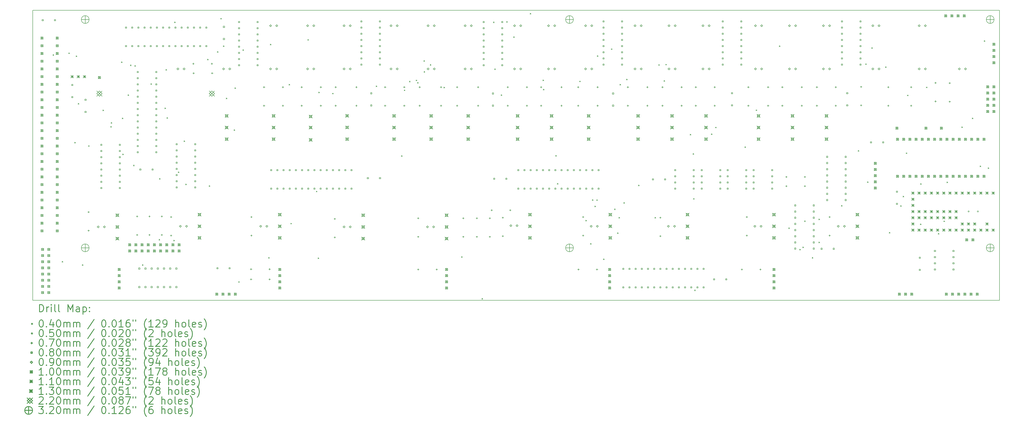
<source format=gbr>
%FSLAX45Y45*%
G04 Gerber Fmt 4.5, Leading zero omitted, Abs format (unit mm)*
G04 Created by KiCad (PCBNEW (5.0.2)-1) date 5/8/2019 10:32:05 PM*
%MOMM*%
%LPD*%
G01*
G04 APERTURE LIST*
%ADD10C,0.150000*%
%ADD11C,0.200000*%
%ADD12C,0.300000*%
G04 APERTURE END LIST*
D10*
X41910000Y-13462000D02*
X2159000Y-13462000D01*
X41910000Y-1524000D02*
X41910000Y-13462000D01*
X2159000Y-1524000D02*
X41910000Y-1524000D01*
X2159000Y-13462000D02*
X2159000Y-1524000D01*
D11*
X2985710Y-3347170D02*
X3025710Y-3387170D01*
X3025710Y-3347170D02*
X2985710Y-3387170D01*
X3363680Y-11856190D02*
X3403680Y-11896190D01*
X3403680Y-11856190D02*
X3363680Y-11896190D01*
X3633170Y-3273280D02*
X3673170Y-3313280D01*
X3673170Y-3273280D02*
X3633170Y-3313280D01*
X3877210Y-6954180D02*
X3917210Y-6994180D01*
X3917210Y-6954180D02*
X3877210Y-6994180D01*
X3939620Y-3393310D02*
X3979620Y-3433310D01*
X3979620Y-3393310D02*
X3939620Y-3433310D01*
X4025030Y-5351730D02*
X4065030Y-5391730D01*
X4065030Y-5351730D02*
X4025030Y-5391730D01*
X4192710Y-11991380D02*
X4232710Y-12031380D01*
X4232710Y-11991380D02*
X4192710Y-12031380D01*
X4449050Y-7092000D02*
X4489050Y-7132000D01*
X4489050Y-7092000D02*
X4449050Y-7132000D01*
X5039840Y-5623820D02*
X5079840Y-5663820D01*
X5079840Y-5623820D02*
X5039840Y-5663820D01*
X5361480Y-6298250D02*
X5401480Y-6338250D01*
X5401480Y-6298250D02*
X5361480Y-6338250D01*
X5377970Y-6139500D02*
X5417970Y-6179500D01*
X5417970Y-6139500D02*
X5377970Y-6179500D01*
X5800790Y-3640960D02*
X5840790Y-3680960D01*
X5840790Y-3640960D02*
X5800790Y-3680960D01*
X5836390Y-5955780D02*
X5876390Y-5995780D01*
X5876390Y-5955780D02*
X5836390Y-5995780D01*
X5855340Y-7437470D02*
X5895340Y-7477470D01*
X5895340Y-7437470D02*
X5855340Y-7477470D01*
X6074370Y-4999090D02*
X6114370Y-5039090D01*
X6114370Y-4999090D02*
X6074370Y-5039090D01*
X6170230Y-3768340D02*
X6210230Y-3808340D01*
X6210230Y-3768340D02*
X6170230Y-3808340D01*
X6298260Y-7889180D02*
X6338260Y-7929180D01*
X6338260Y-7889180D02*
X6298260Y-7929180D01*
X6354000Y-3795830D02*
X6394000Y-3835830D01*
X6394000Y-3795830D02*
X6354000Y-3835830D01*
X6660200Y-11991110D02*
X6700200Y-12031110D01*
X6700200Y-11991110D02*
X6660200Y-12031110D01*
X7014530Y-4536150D02*
X7054530Y-4576150D01*
X7054530Y-4536150D02*
X7014530Y-4576150D01*
X7347230Y-10947400D02*
X7387230Y-10987400D01*
X7387230Y-10947400D02*
X7347230Y-10987400D01*
X7364080Y-8441110D02*
X7404080Y-8481110D01*
X7404080Y-8441110D02*
X7364080Y-8481110D01*
X7590350Y-5539580D02*
X7630350Y-5579580D01*
X7630350Y-5539580D02*
X7590350Y-5579580D01*
X7627920Y-3953890D02*
X7667920Y-3993890D01*
X7667920Y-3953890D02*
X7627920Y-3993890D01*
X7670620Y-5934530D02*
X7710620Y-5974530D01*
X7710620Y-5934530D02*
X7670620Y-5974530D01*
X7951460Y-10984320D02*
X7991460Y-11024320D01*
X7991460Y-10984320D02*
X7951460Y-11024320D01*
X7989240Y-1998990D02*
X8029240Y-2038990D01*
X8029240Y-1998990D02*
X7989240Y-2038990D01*
X8140350Y-8168800D02*
X8180350Y-8208800D01*
X8180350Y-8168800D02*
X8140350Y-8208800D01*
X8374050Y-6893260D02*
X8414050Y-6933260D01*
X8414050Y-6893260D02*
X8374050Y-6933260D01*
X8442460Y-8668220D02*
X8482460Y-8708220D01*
X8482460Y-8668220D02*
X8442460Y-8708220D01*
X9342540Y-3532850D02*
X9382540Y-3572850D01*
X9382540Y-3532850D02*
X9342540Y-3572850D01*
X9410890Y-8740790D02*
X9450890Y-8780790D01*
X9450890Y-8740790D02*
X9410890Y-8780790D01*
X9747710Y-3215380D02*
X9787710Y-3255380D01*
X9787710Y-3215380D02*
X9747710Y-3255380D01*
X9884350Y-1851940D02*
X9924350Y-1891940D01*
X9924350Y-1851940D02*
X9884350Y-1891940D01*
X9994340Y-2983960D02*
X10034340Y-3023960D01*
X10034340Y-2983960D02*
X9994340Y-3023960D01*
X10110840Y-5131290D02*
X10150840Y-5171290D01*
X10150840Y-5131290D02*
X10110840Y-5171290D01*
X10432100Y-6437520D02*
X10472100Y-6477520D01*
X10472100Y-6437520D02*
X10432100Y-6477520D01*
X10466170Y-4709680D02*
X10506170Y-4749680D01*
X10506170Y-4709680D02*
X10466170Y-4749680D01*
X10621040Y-12689110D02*
X10661040Y-12729110D01*
X10661040Y-12689110D02*
X10621040Y-12729110D01*
X10792720Y-3139360D02*
X10832720Y-3179360D01*
X10832720Y-3139360D02*
X10792720Y-3179360D01*
X11850530Y-11695190D02*
X11890530Y-11735190D01*
X11890530Y-11695190D02*
X11850530Y-11735190D01*
X11924580Y-2913560D02*
X11964580Y-2953560D01*
X11964580Y-2913560D02*
X11924580Y-2953560D01*
X12696490Y-4565300D02*
X12736490Y-4605300D01*
X12736490Y-4565300D02*
X12696490Y-4605300D01*
X12764620Y-10284580D02*
X12804620Y-10324580D01*
X12804620Y-10284580D02*
X12764620Y-10324580D01*
X13463740Y-2723200D02*
X13503740Y-2763200D01*
X13503740Y-2723200D02*
X13463740Y-2763200D01*
X13815790Y-8962010D02*
X13855790Y-9002010D01*
X13855790Y-8962010D02*
X13815790Y-9002010D01*
X13889010Y-11709620D02*
X13929010Y-11749620D01*
X13929010Y-11709620D02*
X13889010Y-11749620D01*
X13914700Y-4888150D02*
X13954700Y-4928150D01*
X13954700Y-4888150D02*
X13914700Y-4928150D01*
X14477890Y-4932570D02*
X14517890Y-4972570D01*
X14517890Y-4932570D02*
X14477890Y-4972570D01*
X16277380Y-4629160D02*
X16317380Y-4669160D01*
X16317380Y-4629160D02*
X16277380Y-4669160D01*
X17314470Y-7499680D02*
X17354470Y-7539680D01*
X17354470Y-7499680D02*
X17314470Y-7539680D01*
X17430880Y-4797770D02*
X17470880Y-4837770D01*
X17470880Y-4797770D02*
X17430880Y-4837770D01*
X17642810Y-4434790D02*
X17682810Y-4474790D01*
X17682810Y-4434790D02*
X17642810Y-4474790D01*
X17914980Y-4390820D02*
X17954980Y-4430820D01*
X17954980Y-4390820D02*
X17914980Y-4430820D01*
X17977120Y-4489200D02*
X18017120Y-4529200D01*
X18017120Y-4489200D02*
X17977120Y-4529200D01*
X18235490Y-3591480D02*
X18275490Y-3631480D01*
X18275490Y-3591480D02*
X18235490Y-3631480D01*
X18243810Y-4039530D02*
X18283810Y-4079530D01*
X18283810Y-4039530D02*
X18243810Y-4079530D01*
X18498130Y-3753270D02*
X18538130Y-3793270D01*
X18538130Y-3753270D02*
X18498130Y-3793270D01*
X19062260Y-4681750D02*
X19102260Y-4721750D01*
X19102260Y-4681750D02*
X19062260Y-4721750D01*
X19785260Y-11661270D02*
X19825260Y-11701270D01*
X19825260Y-11661270D02*
X19785260Y-11701270D01*
X20622520Y-13379660D02*
X20662520Y-13419660D01*
X20662520Y-13379660D02*
X20622520Y-13419660D01*
X21096740Y-1996840D02*
X21136740Y-2036840D01*
X21136740Y-1996840D02*
X21096740Y-2036840D01*
X21146830Y-3926390D02*
X21186830Y-3966390D01*
X21186830Y-3926390D02*
X21146830Y-3966390D01*
X21416720Y-4998720D02*
X21456720Y-5038720D01*
X21456720Y-4998720D02*
X21416720Y-5038720D01*
X21638390Y-1981240D02*
X21678390Y-2021240D01*
X21678390Y-1981240D02*
X21638390Y-2021240D01*
X21927730Y-2607920D02*
X21967730Y-2647920D01*
X21967730Y-2607920D02*
X21927730Y-2647920D01*
X22611070Y-1641510D02*
X22651070Y-1681510D01*
X22651070Y-1641510D02*
X22611070Y-1681510D01*
X23136020Y-4384120D02*
X23176020Y-4424120D01*
X23176020Y-4384120D02*
X23136020Y-4424120D01*
X23152190Y-4770480D02*
X23192190Y-4810480D01*
X23192190Y-4770480D02*
X23152190Y-4810480D01*
X23659280Y-7491260D02*
X23699280Y-7531260D01*
X23699280Y-7491260D02*
X23659280Y-7531260D01*
X23723100Y-8644780D02*
X23763100Y-8684780D01*
X23763100Y-8644780D02*
X23723100Y-8684780D01*
X24640940Y-4432590D02*
X24680940Y-4472590D01*
X24680940Y-4432590D02*
X24640940Y-4472590D01*
X24891720Y-10158830D02*
X24931720Y-10198830D01*
X24931720Y-10158830D02*
X24891720Y-10198830D01*
X25091890Y-11118810D02*
X25131890Y-11158810D01*
X25131890Y-11118810D02*
X25091890Y-11158810D01*
X25164410Y-9312050D02*
X25204410Y-9352050D01*
X25204410Y-9312050D02*
X25164410Y-9352050D01*
X25264160Y-9574550D02*
X25304160Y-9614550D01*
X25304160Y-9574550D02*
X25264160Y-9614550D01*
X25342720Y-9317340D02*
X25382720Y-9357340D01*
X25382720Y-9317340D02*
X25342720Y-9357340D01*
X25367400Y-3387700D02*
X25407400Y-3427700D01*
X25407400Y-3387700D02*
X25367400Y-3427700D01*
X25620190Y-11749840D02*
X25660190Y-11789840D01*
X25660190Y-11749840D02*
X25620190Y-11789840D01*
X25945710Y-3104200D02*
X25985710Y-3144200D01*
X25985710Y-3104200D02*
X25945710Y-3144200D01*
X26075880Y-9695270D02*
X26115880Y-9735270D01*
X26115880Y-9695270D02*
X26075880Y-9735270D01*
X26200810Y-10679570D02*
X26240810Y-10719570D01*
X26240810Y-10679570D02*
X26200810Y-10719570D01*
X26259860Y-10040210D02*
X26299860Y-10080210D01*
X26299860Y-10040210D02*
X26259860Y-10080210D01*
X26298730Y-4563020D02*
X26338730Y-4603020D01*
X26338730Y-4563020D02*
X26298730Y-4603020D01*
X26456210Y-9434910D02*
X26496210Y-9474910D01*
X26496210Y-9434910D02*
X26456210Y-9474910D01*
X26572230Y-4350080D02*
X26612230Y-4390080D01*
X26612230Y-4350080D02*
X26572230Y-4390080D01*
X27064200Y-8713270D02*
X27104200Y-8753270D01*
X27104200Y-8713270D02*
X27064200Y-8753270D01*
X27739620Y-10040210D02*
X27779620Y-10080210D01*
X27779620Y-10040210D02*
X27739620Y-10080210D01*
X27893380Y-3756650D02*
X27933380Y-3796650D01*
X27933380Y-3756650D02*
X27893380Y-3796650D01*
X28109070Y-4412610D02*
X28149070Y-4452610D01*
X28149070Y-4412610D02*
X28109070Y-4452610D01*
X28183060Y-3738120D02*
X28223060Y-3778120D01*
X28223060Y-3738120D02*
X28183060Y-3778120D01*
X29187030Y-6622060D02*
X29227030Y-6662060D01*
X29227030Y-6622060D02*
X29187030Y-6662060D01*
X29305230Y-7415070D02*
X29345230Y-7455070D01*
X29345230Y-7415070D02*
X29305230Y-7455070D01*
X29321400Y-9267210D02*
X29361400Y-9307210D01*
X29361400Y-9267210D02*
X29321400Y-9307210D01*
X29367940Y-13030910D02*
X29407940Y-13070910D01*
X29407940Y-13030910D02*
X29367940Y-13070910D01*
X30056700Y-6606310D02*
X30096700Y-6646310D01*
X30096700Y-6606310D02*
X30056700Y-6646310D01*
X30227440Y-6330000D02*
X30267440Y-6370000D01*
X30267440Y-6330000D02*
X30227440Y-6370000D01*
X31435350Y-7138230D02*
X31475350Y-7178230D01*
X31475350Y-7138230D02*
X31435350Y-7178230D01*
X31894380Y-5619530D02*
X31934380Y-5659530D01*
X31934380Y-5619530D02*
X31894380Y-5659530D01*
X32851040Y-2982780D02*
X32891040Y-3022780D01*
X32891040Y-2982780D02*
X32851040Y-3022780D01*
X33239310Y-10474590D02*
X33279310Y-10514590D01*
X33279310Y-10474590D02*
X33239310Y-10514590D01*
X33691080Y-11355660D02*
X33731080Y-11395660D01*
X33731080Y-11355660D02*
X33691080Y-11395660D01*
X33816200Y-11261730D02*
X33856200Y-11301730D01*
X33856200Y-11261730D02*
X33816200Y-11301730D01*
X33889710Y-10184610D02*
X33929710Y-10224610D01*
X33929710Y-10184610D02*
X33889710Y-10224610D01*
X34203600Y-11691710D02*
X34243600Y-11731710D01*
X34243600Y-11691710D02*
X34203600Y-11731710D01*
X34478280Y-11057360D02*
X34518280Y-11097360D01*
X34518280Y-11057360D02*
X34478280Y-11097360D01*
X34480890Y-10110330D02*
X34520890Y-10150330D01*
X34520890Y-10110330D02*
X34480890Y-10150330D01*
X35405160Y-9553370D02*
X35445160Y-9593370D01*
X35445160Y-9553370D02*
X35405160Y-9593370D01*
X36097240Y-7289940D02*
X36137240Y-7329940D01*
X36137240Y-7289940D02*
X36097240Y-7329940D01*
X36398910Y-3722640D02*
X36438910Y-3762640D01*
X36438910Y-3722640D02*
X36398910Y-3762640D01*
X36476040Y-8575850D02*
X36516040Y-8615850D01*
X36516040Y-8575850D02*
X36476040Y-8615850D01*
X36649360Y-3057360D02*
X36689360Y-3097360D01*
X36689360Y-3057360D02*
X36649360Y-3097360D01*
X37216490Y-3846280D02*
X37256490Y-3886280D01*
X37256490Y-3846280D02*
X37216490Y-3886280D01*
X37374600Y-10661490D02*
X37414600Y-10701490D01*
X37414600Y-10661490D02*
X37374600Y-10701490D01*
X37838250Y-9560870D02*
X37878250Y-9600870D01*
X37878250Y-9560870D02*
X37838250Y-9600870D01*
X37941920Y-9170550D02*
X37981920Y-9210550D01*
X37981920Y-9170550D02*
X37941920Y-9210550D01*
X38067500Y-7387720D02*
X38107500Y-7427720D01*
X38107500Y-7387720D02*
X38067500Y-7427720D01*
X38121760Y-5008140D02*
X38161760Y-5048140D01*
X38161760Y-5008140D02*
X38121760Y-5048140D01*
X38653840Y-10315510D02*
X38693840Y-10355510D01*
X38693840Y-10315510D02*
X38653840Y-10355510D01*
X38658630Y-8650930D02*
X38698630Y-8690930D01*
X38698630Y-8650930D02*
X38658630Y-8690930D01*
X38897220Y-4679590D02*
X38937220Y-4719590D01*
X38937220Y-4679590D02*
X38897220Y-4719590D01*
X39387040Y-10700610D02*
X39427040Y-10740610D01*
X39427040Y-10700610D02*
X39387040Y-10740610D01*
X39616120Y-10190800D02*
X39656120Y-10230800D01*
X39656120Y-10190800D02*
X39616120Y-10230800D01*
X39743970Y-8587730D02*
X39783970Y-8627730D01*
X39783970Y-8587730D02*
X39743970Y-8627730D01*
X40351470Y-6319510D02*
X40391470Y-6359510D01*
X40391470Y-6319510D02*
X40351470Y-6359510D01*
X40783670Y-5955400D02*
X40823670Y-5995400D01*
X40823670Y-5955400D02*
X40783670Y-5995400D01*
X41110970Y-7926190D02*
X41150970Y-7966190D01*
X41150970Y-7926190D02*
X41110970Y-7966190D01*
X41275470Y-2770000D02*
X41315470Y-2810000D01*
X41315470Y-2770000D02*
X41275470Y-2810000D01*
X41438300Y-8004310D02*
X41478300Y-8044310D01*
X41478300Y-8004310D02*
X41438300Y-8044310D01*
X40665000Y-9804400D02*
G75*
G03X40665000Y-9804400I-25000J0D01*
G01*
X41046000Y-9804400D02*
G75*
G03X41046000Y-9804400I-25000J0D01*
G01*
X31584900Y-4651300D02*
X31584900Y-4721300D01*
X31549900Y-4686300D02*
X31619900Y-4686300D01*
X31584900Y-5413300D02*
X31584900Y-5483300D01*
X31549900Y-5448300D02*
X31619900Y-5448300D01*
X18948400Y-4651300D02*
X18948400Y-4721300D01*
X18913400Y-4686300D02*
X18983400Y-4686300D01*
X18948400Y-5413300D02*
X18948400Y-5483300D01*
X18913400Y-5448300D02*
X18983400Y-5448300D01*
X23063200Y-4651300D02*
X23063200Y-4721300D01*
X23028200Y-4686300D02*
X23098200Y-4686300D01*
X23063200Y-5413300D02*
X23063200Y-5483300D01*
X23028200Y-5448300D02*
X23098200Y-5448300D01*
X25387300Y-4651300D02*
X25387300Y-4721300D01*
X25352300Y-4686300D02*
X25422300Y-4686300D01*
X25387300Y-5413300D02*
X25387300Y-5483300D01*
X25352300Y-5448300D02*
X25422300Y-5448300D01*
X8763000Y-3686100D02*
X8763000Y-3756100D01*
X8728000Y-3721100D02*
X8798000Y-3721100D01*
X9525000Y-3686100D02*
X9525000Y-3756100D01*
X9490000Y-3721100D02*
X9560000Y-3721100D01*
X7467600Y-9972600D02*
X7467600Y-10042600D01*
X7432600Y-10007600D02*
X7502600Y-10007600D01*
X7467600Y-10734600D02*
X7467600Y-10804600D01*
X7432600Y-10769600D02*
X7502600Y-10769600D01*
X33782000Y-4651300D02*
X33782000Y-4721300D01*
X33747000Y-4686300D02*
X33817000Y-4686300D01*
X33782000Y-5413300D02*
X33782000Y-5483300D01*
X33747000Y-5448300D02*
X33817000Y-5448300D01*
X33147000Y-8347000D02*
X33147000Y-8417000D01*
X33112000Y-8382000D02*
X33182000Y-8382000D01*
X33909000Y-8347000D02*
X33909000Y-8417000D01*
X33874000Y-8382000D02*
X33944000Y-8382000D01*
X29425900Y-4651300D02*
X29425900Y-4721300D01*
X29390900Y-4686300D02*
X29460900Y-4686300D01*
X29425900Y-5413300D02*
X29425900Y-5483300D01*
X29390900Y-5448300D02*
X29460900Y-5448300D01*
X30200600Y-4651300D02*
X30200600Y-4721300D01*
X30165600Y-4686300D02*
X30235600Y-4686300D01*
X30200600Y-5413300D02*
X30200600Y-5483300D01*
X30165600Y-5448300D02*
X30235600Y-5448300D01*
X14617700Y-4651300D02*
X14617700Y-4721300D01*
X14582700Y-4686300D02*
X14652700Y-4686300D01*
X14617700Y-5413300D02*
X14617700Y-5483300D01*
X14582700Y-5448300D02*
X14652700Y-5448300D01*
X14008100Y-4651300D02*
X14008100Y-4721300D01*
X13973100Y-4686300D02*
X14043100Y-4686300D01*
X14008100Y-5413300D02*
X14008100Y-5483300D01*
X13973100Y-5448300D02*
X14043100Y-5448300D01*
X34925000Y-9998000D02*
X34925000Y-10068000D01*
X34890000Y-10033000D02*
X34960000Y-10033000D01*
X34925000Y-10760000D02*
X34925000Y-10830000D01*
X34890000Y-10795000D02*
X34960000Y-10795000D01*
X11671300Y-4651300D02*
X11671300Y-4721300D01*
X11636300Y-4686300D02*
X11706300Y-4686300D01*
X11671300Y-5413300D02*
X11671300Y-5483300D01*
X11636300Y-5448300D02*
X11706300Y-5448300D01*
X20421600Y-10048800D02*
X20421600Y-10118800D01*
X20386600Y-10083800D02*
X20456600Y-10083800D01*
X20421600Y-10810800D02*
X20421600Y-10880800D01*
X20386600Y-10845800D02*
X20456600Y-10845800D01*
X28054300Y-4651300D02*
X28054300Y-4721300D01*
X28019300Y-4686300D02*
X28089300Y-4686300D01*
X28054300Y-5413300D02*
X28054300Y-5483300D01*
X28019300Y-5448300D02*
X28089300Y-5448300D01*
X37338000Y-4651300D02*
X37338000Y-4721300D01*
X37303000Y-4686300D02*
X37373000Y-4686300D01*
X37338000Y-5413300D02*
X37338000Y-5483300D01*
X37303000Y-5448300D02*
X37373000Y-5448300D01*
X22479000Y-4651300D02*
X22479000Y-4721300D01*
X22444000Y-4686300D02*
X22514000Y-4686300D01*
X22479000Y-5413300D02*
X22479000Y-5483300D01*
X22444000Y-5448300D02*
X22514000Y-5448300D01*
X18072100Y-4651300D02*
X18072100Y-4721300D01*
X18037100Y-4686300D02*
X18107100Y-4686300D01*
X18072100Y-5413300D02*
X18072100Y-5483300D01*
X18037100Y-5448300D02*
X18107100Y-5448300D01*
X11137900Y-12563400D02*
X11137900Y-12633400D01*
X11102900Y-12598400D02*
X11172900Y-12598400D01*
X11899900Y-12563400D02*
X11899900Y-12633400D01*
X11864900Y-12598400D02*
X11934900Y-12598400D01*
X18008600Y-12157000D02*
X18008600Y-12227000D01*
X17973600Y-12192000D02*
X18043600Y-12192000D01*
X18770600Y-12157000D02*
X18770600Y-12227000D01*
X18735600Y-12192000D02*
X18805600Y-12192000D01*
X20955000Y-10048800D02*
X20955000Y-10118800D01*
X20920000Y-10083800D02*
X20990000Y-10083800D01*
X20955000Y-10810800D02*
X20955000Y-10880800D01*
X20920000Y-10845800D02*
X20990000Y-10845800D01*
X4457700Y-9794800D02*
X4457700Y-9864800D01*
X4422700Y-9829800D02*
X4492700Y-9829800D01*
X4457700Y-10556800D02*
X4457700Y-10626800D01*
X4422700Y-10591800D02*
X4492700Y-10591800D01*
X21488400Y-10023400D02*
X21488400Y-10093400D01*
X21453400Y-10058400D02*
X21523400Y-10058400D01*
X21488400Y-10785400D02*
X21488400Y-10855400D01*
X21453400Y-10820400D02*
X21523400Y-10820400D01*
X39865300Y-4486200D02*
X39865300Y-4556200D01*
X39830300Y-4521200D02*
X39900300Y-4521200D01*
X39865300Y-5248200D02*
X39865300Y-5318200D01*
X39830300Y-5283200D02*
X39900300Y-5283200D01*
X8775700Y-4079800D02*
X8775700Y-4149800D01*
X8740700Y-4114800D02*
X8810700Y-4114800D01*
X9537700Y-4079800D02*
X9537700Y-4149800D01*
X9502700Y-4114800D02*
X9572700Y-4114800D01*
X24790400Y-9998000D02*
X24790400Y-10068000D01*
X24755400Y-10033000D02*
X24825400Y-10033000D01*
X24790400Y-10760000D02*
X24790400Y-10830000D01*
X24755400Y-10795000D02*
X24825400Y-10795000D01*
X17437100Y-4651300D02*
X17437100Y-4721300D01*
X17402100Y-4686300D02*
X17472100Y-4686300D01*
X17437100Y-5413300D02*
X17437100Y-5483300D01*
X17402100Y-5448300D02*
X17472100Y-5448300D01*
X14579600Y-10074200D02*
X14579600Y-10144200D01*
X14544600Y-10109200D02*
X14614600Y-10109200D01*
X14579600Y-10836200D02*
X14579600Y-10906200D01*
X14544600Y-10871200D02*
X14614600Y-10871200D01*
X31318200Y-12157000D02*
X31318200Y-12227000D01*
X31283200Y-12192000D02*
X31353200Y-12192000D01*
X32080200Y-12157000D02*
X32080200Y-12227000D01*
X32045200Y-12192000D02*
X32115200Y-12192000D01*
X27432000Y-4651300D02*
X27432000Y-4721300D01*
X27397000Y-4686300D02*
X27467000Y-4686300D01*
X27432000Y-5413300D02*
X27432000Y-5483300D01*
X27397000Y-5448300D02*
X27467000Y-5448300D01*
X32981900Y-4651300D02*
X32981900Y-4721300D01*
X32946900Y-4686300D02*
X33016900Y-4686300D01*
X32981900Y-5413300D02*
X32981900Y-5483300D01*
X32946900Y-5448300D02*
X33016900Y-5448300D01*
X27965400Y-10023400D02*
X27965400Y-10093400D01*
X27930400Y-10058400D02*
X28000400Y-10058400D01*
X27965400Y-10785400D02*
X27965400Y-10855400D01*
X27930400Y-10820400D02*
X28000400Y-10820400D01*
X34404300Y-4651300D02*
X34404300Y-4721300D01*
X34369300Y-4686300D02*
X34439300Y-4686300D01*
X34404300Y-5413300D02*
X34404300Y-5483300D01*
X34369300Y-5448300D02*
X34439300Y-5448300D01*
X33147000Y-8728000D02*
X33147000Y-8798000D01*
X33112000Y-8763000D02*
X33182000Y-8763000D01*
X33909000Y-8728000D02*
X33909000Y-8798000D01*
X33874000Y-8763000D02*
X33944000Y-8763000D01*
X19608800Y-4651300D02*
X19608800Y-4721300D01*
X19573800Y-4686300D02*
X19643800Y-4686300D01*
X19608800Y-5413300D02*
X19608800Y-5483300D01*
X19573800Y-5448300D02*
X19643800Y-5448300D01*
X24587200Y-4651300D02*
X24587200Y-4721300D01*
X24552200Y-4686300D02*
X24622200Y-4686300D01*
X24587200Y-5413300D02*
X24587200Y-5483300D01*
X24552200Y-5448300D02*
X24622200Y-5448300D01*
X23901400Y-4651300D02*
X23901400Y-4721300D01*
X23866400Y-4686300D02*
X23936400Y-4686300D01*
X23901400Y-5413300D02*
X23901400Y-5483300D01*
X23866400Y-5448300D02*
X23936400Y-5448300D01*
X13220700Y-4651300D02*
X13220700Y-4721300D01*
X13185700Y-4686300D02*
X13255700Y-4686300D01*
X13220700Y-5413300D02*
X13220700Y-5483300D01*
X13185700Y-5448300D02*
X13255700Y-5448300D01*
X12446000Y-4651300D02*
X12446000Y-4721300D01*
X12411000Y-4686300D02*
X12481000Y-4686300D01*
X12446000Y-5413300D02*
X12446000Y-5483300D01*
X12411000Y-5448300D02*
X12481000Y-5448300D01*
X31521400Y-9998000D02*
X31521400Y-10068000D01*
X31486400Y-10033000D02*
X31556400Y-10033000D01*
X31521400Y-10760000D02*
X31521400Y-10830000D01*
X31486400Y-10795000D02*
X31556400Y-10795000D01*
X32397700Y-4651300D02*
X32397700Y-4721300D01*
X32362700Y-4686300D02*
X32432700Y-4686300D01*
X32397700Y-5413300D02*
X32397700Y-5483300D01*
X32362700Y-5448300D02*
X32432700Y-5448300D01*
X26631900Y-4651300D02*
X26631900Y-4721300D01*
X26596900Y-4686300D02*
X26666900Y-4686300D01*
X26631900Y-5413300D02*
X26631900Y-5483300D01*
X26596900Y-5448300D02*
X26666900Y-5448300D01*
X36220400Y-4638600D02*
X36220400Y-4708600D01*
X36185400Y-4673600D02*
X36255400Y-4673600D01*
X36220400Y-5400600D02*
X36220400Y-5470600D01*
X36185400Y-5435600D02*
X36255400Y-5435600D01*
X11150600Y-9998000D02*
X11150600Y-10068000D01*
X11115600Y-10033000D02*
X11185600Y-10033000D01*
X11150600Y-10760000D02*
X11150600Y-10830000D01*
X11115600Y-10795000D02*
X11185600Y-10795000D01*
X16649700Y-4651300D02*
X16649700Y-4721300D01*
X16614700Y-4686300D02*
X16684700Y-4686300D01*
X16649700Y-5413300D02*
X16649700Y-5483300D01*
X16614700Y-5448300D02*
X16684700Y-5448300D01*
X11137900Y-12144300D02*
X11137900Y-12214300D01*
X11102900Y-12179300D02*
X11172900Y-12179300D01*
X11899900Y-12144300D02*
X11899900Y-12214300D01*
X11864900Y-12179300D02*
X11934900Y-12179300D01*
X15468600Y-4651300D02*
X15468600Y-4721300D01*
X15433600Y-4686300D02*
X15503600Y-4686300D01*
X15468600Y-5413300D02*
X15468600Y-5483300D01*
X15433600Y-5448300D02*
X15503600Y-5448300D01*
X21031200Y-9718600D02*
X21031200Y-9788600D01*
X20996200Y-9753600D02*
X21066200Y-9753600D01*
X21793200Y-9718600D02*
X21793200Y-9788600D01*
X21758200Y-9753600D02*
X21828200Y-9753600D01*
X7848600Y-9998000D02*
X7848600Y-10068000D01*
X7813600Y-10033000D02*
X7883600Y-10033000D01*
X7848600Y-10760000D02*
X7848600Y-10830000D01*
X7813600Y-10795000D02*
X7883600Y-10795000D01*
X6451600Y-9972600D02*
X6451600Y-10042600D01*
X6416600Y-10007600D02*
X6486600Y-10007600D01*
X6451600Y-10734600D02*
X6451600Y-10804600D01*
X6416600Y-10769600D02*
X6486600Y-10769600D01*
X21691600Y-4651300D02*
X21691600Y-4721300D01*
X21656600Y-4686300D02*
X21726600Y-4686300D01*
X21691600Y-5413300D02*
X21691600Y-5483300D01*
X21656600Y-5448300D02*
X21726600Y-5448300D01*
X39281100Y-4473500D02*
X39281100Y-4543500D01*
X39246100Y-4508500D02*
X39316100Y-4508500D01*
X39281100Y-5235500D02*
X39281100Y-5305500D01*
X39246100Y-5270500D02*
X39316100Y-5270500D01*
X35179000Y-4651300D02*
X35179000Y-4721300D01*
X35144000Y-4686300D02*
X35214000Y-4686300D01*
X35179000Y-5413300D02*
X35179000Y-5483300D01*
X35144000Y-5448300D02*
X35214000Y-5448300D01*
X20472400Y-4651300D02*
X20472400Y-4721300D01*
X20437400Y-4686300D02*
X20507400Y-4686300D01*
X20472400Y-5413300D02*
X20472400Y-5483300D01*
X20437400Y-5448300D02*
X20507400Y-5448300D01*
X24599900Y-12157000D02*
X24599900Y-12227000D01*
X24564900Y-12192000D02*
X24634900Y-12192000D01*
X25361900Y-12157000D02*
X25361900Y-12227000D01*
X25326900Y-12192000D02*
X25396900Y-12192000D01*
X28841700Y-4651300D02*
X28841700Y-4721300D01*
X28806700Y-4686300D02*
X28876700Y-4686300D01*
X28841700Y-5413300D02*
X28841700Y-5483300D01*
X28806700Y-5448300D02*
X28876700Y-5448300D01*
X19862800Y-10048800D02*
X19862800Y-10118800D01*
X19827800Y-10083800D02*
X19897800Y-10083800D01*
X19862800Y-10810800D02*
X19862800Y-10880800D01*
X19827800Y-10845800D02*
X19897800Y-10845800D01*
X38277800Y-4651300D02*
X38277800Y-4721300D01*
X38242800Y-4686300D02*
X38312800Y-4686300D01*
X38277800Y-5413300D02*
X38277800Y-5483300D01*
X38242800Y-5448300D02*
X38312800Y-5448300D01*
X6959600Y-9972600D02*
X6959600Y-10042600D01*
X6924600Y-10007600D02*
X6994600Y-10007600D01*
X6959600Y-10734600D02*
X6959600Y-10804600D01*
X6924600Y-10769600D02*
X6994600Y-10769600D01*
X18008600Y-10048800D02*
X18008600Y-10118800D01*
X17973600Y-10083800D02*
X18043600Y-10083800D01*
X18008600Y-10810800D02*
X18008600Y-10880800D01*
X17973600Y-10845800D02*
X18043600Y-10845800D01*
X27688884Y-8511885D02*
X27688884Y-8455316D01*
X27632315Y-8455316D01*
X27632315Y-8511885D01*
X27688884Y-8511885D01*
X28188884Y-8511885D02*
X28188884Y-8455316D01*
X28132315Y-8455316D01*
X28132315Y-8511885D01*
X28188884Y-8511885D01*
X10670885Y-2034884D02*
X10670885Y-1978315D01*
X10614316Y-1978315D01*
X10614316Y-2034884D01*
X10670885Y-2034884D01*
X10670885Y-2288885D02*
X10670885Y-2232316D01*
X10614316Y-2232316D01*
X10614316Y-2288885D01*
X10670885Y-2288885D01*
X10670885Y-2542885D02*
X10670885Y-2486316D01*
X10614316Y-2486316D01*
X10614316Y-2542885D01*
X10670885Y-2542885D01*
X10670885Y-2796884D02*
X10670885Y-2740316D01*
X10614316Y-2740316D01*
X10614316Y-2796884D01*
X10670885Y-2796884D01*
X10670885Y-3050884D02*
X10670885Y-2994315D01*
X10614316Y-2994315D01*
X10614316Y-3050884D01*
X10670885Y-3050884D01*
X10670885Y-3304884D02*
X10670885Y-3248315D01*
X10614316Y-3248315D01*
X10614316Y-3304884D01*
X10670885Y-3304884D01*
X10670885Y-3558884D02*
X10670885Y-3502315D01*
X10614316Y-3502315D01*
X10614316Y-3558884D01*
X10670885Y-3558884D01*
X10670885Y-3812884D02*
X10670885Y-3756315D01*
X10614316Y-3756315D01*
X10614316Y-3812884D01*
X10670885Y-3812884D01*
X11432884Y-2034884D02*
X11432884Y-1978315D01*
X11376315Y-1978315D01*
X11376315Y-2034884D01*
X11432884Y-2034884D01*
X11432884Y-2288885D02*
X11432884Y-2232316D01*
X11376315Y-2232316D01*
X11376315Y-2288885D01*
X11432884Y-2288885D01*
X11432884Y-2542885D02*
X11432884Y-2486316D01*
X11376315Y-2486316D01*
X11376315Y-2542885D01*
X11432884Y-2542885D01*
X11432884Y-2796884D02*
X11432884Y-2740316D01*
X11376315Y-2740316D01*
X11376315Y-2796884D01*
X11432884Y-2796884D01*
X11432884Y-3050884D02*
X11432884Y-2994315D01*
X11376315Y-2994315D01*
X11376315Y-3050884D01*
X11432884Y-3050884D01*
X11432884Y-3304884D02*
X11432884Y-3248315D01*
X11376315Y-3248315D01*
X11376315Y-3304884D01*
X11432884Y-3304884D01*
X11432884Y-3558884D02*
X11432884Y-3502315D01*
X11376315Y-3502315D01*
X11376315Y-3558884D01*
X11432884Y-3558884D01*
X11432884Y-3812884D02*
X11432884Y-3756315D01*
X11376315Y-3756315D01*
X11376315Y-3812884D01*
X11432884Y-3812884D01*
X9781885Y-12169484D02*
X9781885Y-12112915D01*
X9725316Y-12112915D01*
X9725316Y-12169484D01*
X9781885Y-12169484D01*
X10281885Y-12169484D02*
X10281885Y-12112915D01*
X10225316Y-12112915D01*
X10225316Y-12169484D01*
X10281885Y-12169484D01*
X22151685Y-8130884D02*
X22151685Y-8074315D01*
X22095116Y-8074315D01*
X22095116Y-8130884D01*
X22151685Y-8130884D01*
X22151685Y-8892885D02*
X22151685Y-8836316D01*
X22095116Y-8836316D01*
X22095116Y-8892885D01*
X22151685Y-8892885D01*
X22405684Y-8130884D02*
X22405684Y-8074315D01*
X22349116Y-8074315D01*
X22349116Y-8130884D01*
X22405684Y-8130884D01*
X22405684Y-8892885D02*
X22405684Y-8836316D01*
X22349116Y-8836316D01*
X22349116Y-8892885D01*
X22405684Y-8892885D01*
X22659684Y-8130884D02*
X22659684Y-8074315D01*
X22603115Y-8074315D01*
X22603115Y-8130884D01*
X22659684Y-8130884D01*
X22659684Y-8892885D02*
X22659684Y-8836316D01*
X22603115Y-8836316D01*
X22603115Y-8892885D01*
X22659684Y-8892885D01*
X22913684Y-8130884D02*
X22913684Y-8074315D01*
X22857115Y-8074315D01*
X22857115Y-8130884D01*
X22913684Y-8130884D01*
X22913684Y-8892885D02*
X22913684Y-8836316D01*
X22857115Y-8836316D01*
X22857115Y-8892885D01*
X22913684Y-8892885D01*
X23167684Y-8130884D02*
X23167684Y-8074315D01*
X23111115Y-8074315D01*
X23111115Y-8130884D01*
X23167684Y-8130884D01*
X23167684Y-8892885D02*
X23167684Y-8836316D01*
X23111115Y-8836316D01*
X23111115Y-8892885D01*
X23167684Y-8892885D01*
X23421684Y-8130884D02*
X23421684Y-8074315D01*
X23365115Y-8074315D01*
X23365115Y-8130884D01*
X23421684Y-8130884D01*
X23421684Y-8892885D02*
X23421684Y-8836316D01*
X23365115Y-8836316D01*
X23365115Y-8892885D01*
X23421684Y-8892885D01*
X23675684Y-8130884D02*
X23675684Y-8074315D01*
X23619115Y-8074315D01*
X23619115Y-8130884D01*
X23675684Y-8130884D01*
X23675684Y-8892885D02*
X23675684Y-8836316D01*
X23619115Y-8836316D01*
X23619115Y-8892885D01*
X23675684Y-8892885D01*
X23929684Y-8130884D02*
X23929684Y-8074315D01*
X23873115Y-8074315D01*
X23873115Y-8130884D01*
X23929684Y-8130884D01*
X23929684Y-8892885D02*
X23929684Y-8836316D01*
X23873115Y-8836316D01*
X23873115Y-8892885D01*
X23929684Y-8892885D01*
X24183684Y-8130884D02*
X24183684Y-8074315D01*
X24127115Y-8074315D01*
X24127115Y-8130884D01*
X24183684Y-8130884D01*
X24183684Y-8892885D02*
X24183684Y-8836316D01*
X24127115Y-8836316D01*
X24127115Y-8892885D01*
X24183684Y-8892885D01*
X24437684Y-8130884D02*
X24437684Y-8074315D01*
X24381115Y-8074315D01*
X24381115Y-8130884D01*
X24437684Y-8130884D01*
X24437684Y-8892885D02*
X24437684Y-8836316D01*
X24381115Y-8836316D01*
X24381115Y-8892885D01*
X24437684Y-8892885D01*
X24691684Y-8130884D02*
X24691684Y-8074315D01*
X24635115Y-8074315D01*
X24635115Y-8130884D01*
X24691684Y-8130884D01*
X24691684Y-8892885D02*
X24691684Y-8836316D01*
X24635115Y-8836316D01*
X24635115Y-8892885D01*
X24691684Y-8892885D01*
X24945684Y-8130884D02*
X24945684Y-8074315D01*
X24889115Y-8074315D01*
X24889115Y-8130884D01*
X24945684Y-8130884D01*
X24945684Y-8892885D02*
X24945684Y-8836316D01*
X24889115Y-8836316D01*
X24889115Y-8892885D01*
X24945684Y-8892885D01*
X25199684Y-8130884D02*
X25199684Y-8074315D01*
X25143115Y-8074315D01*
X25143115Y-8130884D01*
X25199684Y-8130884D01*
X25199684Y-8892885D02*
X25199684Y-8836316D01*
X25143115Y-8836316D01*
X25143115Y-8892885D01*
X25199684Y-8892885D01*
X25453684Y-8130884D02*
X25453684Y-8074315D01*
X25397115Y-8074315D01*
X25397115Y-8130884D01*
X25453684Y-8130884D01*
X25453684Y-8892885D02*
X25453684Y-8836316D01*
X25397115Y-8836316D01*
X25397115Y-8892885D01*
X25453684Y-8892885D01*
X26050584Y-4976585D02*
X26050584Y-4920016D01*
X25994015Y-4920016D01*
X25994015Y-4976585D01*
X26050584Y-4976585D01*
X26050584Y-5476585D02*
X26050584Y-5420016D01*
X25994015Y-5420016D01*
X25994015Y-5476585D01*
X26050584Y-5476585D01*
X16106484Y-4968585D02*
X16106484Y-4912016D01*
X16049915Y-4912016D01*
X16049915Y-4968585D01*
X16106484Y-4968585D01*
X16106484Y-5468585D02*
X16106484Y-5412016D01*
X16049915Y-5412016D01*
X16049915Y-5468585D01*
X16106484Y-5468585D01*
X5006685Y-7089484D02*
X5006685Y-7032915D01*
X4950116Y-7032915D01*
X4950116Y-7089484D01*
X5006685Y-7089484D01*
X5006685Y-7343484D02*
X5006685Y-7286915D01*
X4950116Y-7286915D01*
X4950116Y-7343484D01*
X5006685Y-7343484D01*
X5006685Y-7597484D02*
X5006685Y-7540915D01*
X4950116Y-7540915D01*
X4950116Y-7597484D01*
X5006685Y-7597484D01*
X5006685Y-7851484D02*
X5006685Y-7794915D01*
X4950116Y-7794915D01*
X4950116Y-7851484D01*
X5006685Y-7851484D01*
X5006685Y-8105484D02*
X5006685Y-8048915D01*
X4950116Y-8048915D01*
X4950116Y-8105484D01*
X5006685Y-8105484D01*
X5006685Y-8359484D02*
X5006685Y-8302915D01*
X4950116Y-8302915D01*
X4950116Y-8359484D01*
X5006685Y-8359484D01*
X5006685Y-8613485D02*
X5006685Y-8556916D01*
X4950116Y-8556916D01*
X4950116Y-8613485D01*
X5006685Y-8613485D01*
X5006685Y-8867485D02*
X5006685Y-8810916D01*
X4950116Y-8810916D01*
X4950116Y-8867485D01*
X5006685Y-8867485D01*
X5768684Y-7089484D02*
X5768684Y-7032915D01*
X5712115Y-7032915D01*
X5712115Y-7089484D01*
X5768684Y-7089484D01*
X5768684Y-7343484D02*
X5768684Y-7286915D01*
X5712115Y-7286915D01*
X5712115Y-7343484D01*
X5768684Y-7343484D01*
X5768684Y-7597484D02*
X5768684Y-7540915D01*
X5712115Y-7540915D01*
X5712115Y-7597484D01*
X5768684Y-7597484D01*
X5768684Y-7851484D02*
X5768684Y-7794915D01*
X5712115Y-7794915D01*
X5712115Y-7851484D01*
X5768684Y-7851484D01*
X5768684Y-8105484D02*
X5768684Y-8048915D01*
X5712115Y-8048915D01*
X5712115Y-8105484D01*
X5768684Y-8105484D01*
X5768684Y-8359484D02*
X5768684Y-8302915D01*
X5712115Y-8302915D01*
X5712115Y-8359484D01*
X5768684Y-8359484D01*
X5768684Y-8613485D02*
X5768684Y-8556916D01*
X5712115Y-8556916D01*
X5712115Y-8613485D01*
X5768684Y-8613485D01*
X5768684Y-8867485D02*
X5768684Y-8810916D01*
X5712115Y-8810916D01*
X5712115Y-8867485D01*
X5768684Y-8867485D01*
X34623085Y-11369384D02*
X34623085Y-11312815D01*
X34566516Y-11312815D01*
X34566516Y-11369384D01*
X34623085Y-11369384D01*
X35123085Y-11369384D02*
X35123085Y-11312815D01*
X35066516Y-11312815D01*
X35066516Y-11369384D01*
X35123085Y-11369384D01*
X30940084Y-4963885D02*
X30940084Y-4907316D01*
X30883515Y-4907316D01*
X30883515Y-4963885D01*
X30940084Y-4963885D01*
X30940084Y-5463885D02*
X30940084Y-5407316D01*
X30883515Y-5407316D01*
X30883515Y-5463885D01*
X30940084Y-5463885D01*
X35461285Y-2009484D02*
X35461285Y-1952915D01*
X35404716Y-1952915D01*
X35404716Y-2009484D01*
X35461285Y-2009484D01*
X35461285Y-2263485D02*
X35461285Y-2206916D01*
X35404716Y-2206916D01*
X35404716Y-2263485D01*
X35461285Y-2263485D01*
X35461285Y-2517485D02*
X35461285Y-2460916D01*
X35404716Y-2460916D01*
X35404716Y-2517485D01*
X35461285Y-2517485D01*
X35461285Y-2771485D02*
X35461285Y-2714916D01*
X35404716Y-2714916D01*
X35404716Y-2771485D01*
X35461285Y-2771485D01*
X35461285Y-3025484D02*
X35461285Y-2968915D01*
X35404716Y-2968915D01*
X35404716Y-3025484D01*
X35461285Y-3025484D01*
X35461285Y-3279484D02*
X35461285Y-3222915D01*
X35404716Y-3222915D01*
X35404716Y-3279484D01*
X35461285Y-3279484D01*
X35461285Y-3533484D02*
X35461285Y-3476915D01*
X35404716Y-3476915D01*
X35404716Y-3533484D01*
X35461285Y-3533484D01*
X35461285Y-3787484D02*
X35461285Y-3730915D01*
X35404716Y-3730915D01*
X35404716Y-3787484D01*
X35461285Y-3787484D01*
X36223285Y-2009484D02*
X36223285Y-1952915D01*
X36166716Y-1952915D01*
X36166716Y-2009484D01*
X36223285Y-2009484D01*
X36223285Y-2263485D02*
X36223285Y-2206916D01*
X36166716Y-2206916D01*
X36166716Y-2263485D01*
X36223285Y-2263485D01*
X36223285Y-2517485D02*
X36223285Y-2460916D01*
X36166716Y-2460916D01*
X36166716Y-2517485D01*
X36223285Y-2517485D01*
X36223285Y-2771485D02*
X36223285Y-2714916D01*
X36166716Y-2714916D01*
X36166716Y-2771485D01*
X36223285Y-2771485D01*
X36223285Y-3025484D02*
X36223285Y-2968915D01*
X36166716Y-2968915D01*
X36166716Y-3025484D01*
X36223285Y-3025484D01*
X36223285Y-3279484D02*
X36223285Y-3222915D01*
X36166716Y-3222915D01*
X36166716Y-3279484D01*
X36223285Y-3279484D01*
X36223285Y-3533484D02*
X36223285Y-3476915D01*
X36166716Y-3476915D01*
X36166716Y-3533484D01*
X36223285Y-3533484D01*
X36223285Y-3787484D02*
X36223285Y-3730915D01*
X36166716Y-3730915D01*
X36166716Y-3787484D01*
X36223285Y-3787484D01*
X2601685Y-1958684D02*
X2601685Y-1902115D01*
X2545116Y-1902115D01*
X2545116Y-1958684D01*
X2601685Y-1958684D01*
X3101684Y-1958684D02*
X3101684Y-1902115D01*
X3045115Y-1902115D01*
X3045115Y-1958684D01*
X3101684Y-1958684D01*
X15700084Y-2009484D02*
X15700084Y-1952915D01*
X15643515Y-1952915D01*
X15643515Y-2009484D01*
X15700084Y-2009484D01*
X15700084Y-2263485D02*
X15700084Y-2206916D01*
X15643515Y-2206916D01*
X15643515Y-2263485D01*
X15700084Y-2263485D01*
X15700084Y-2517485D02*
X15700084Y-2460916D01*
X15643515Y-2460916D01*
X15643515Y-2517485D01*
X15700084Y-2517485D01*
X15700084Y-2771485D02*
X15700084Y-2714916D01*
X15643515Y-2714916D01*
X15643515Y-2771485D01*
X15700084Y-2771485D01*
X15700084Y-3025484D02*
X15700084Y-2968915D01*
X15643515Y-2968915D01*
X15643515Y-3025484D01*
X15700084Y-3025484D01*
X15700084Y-3279484D02*
X15700084Y-3222915D01*
X15643515Y-3222915D01*
X15643515Y-3279484D01*
X15700084Y-3279484D01*
X15700084Y-3533484D02*
X15700084Y-3476915D01*
X15643515Y-3476915D01*
X15643515Y-3533484D01*
X15700084Y-3533484D01*
X15700084Y-3787484D02*
X15700084Y-3730915D01*
X15643515Y-3730915D01*
X15643515Y-3787484D01*
X15700084Y-3787484D01*
X16462084Y-2009484D02*
X16462084Y-1952915D01*
X16405515Y-1952915D01*
X16405515Y-2009484D01*
X16462084Y-2009484D01*
X16462084Y-2263485D02*
X16462084Y-2206916D01*
X16405515Y-2206916D01*
X16405515Y-2263485D01*
X16462084Y-2263485D01*
X16462084Y-2517485D02*
X16462084Y-2460916D01*
X16405515Y-2460916D01*
X16405515Y-2517485D01*
X16462084Y-2517485D01*
X16462084Y-2771485D02*
X16462084Y-2714916D01*
X16405515Y-2714916D01*
X16405515Y-2771485D01*
X16462084Y-2771485D01*
X16462084Y-3025484D02*
X16462084Y-2968915D01*
X16405515Y-2968915D01*
X16405515Y-3025484D01*
X16462084Y-3025484D01*
X16462084Y-3279484D02*
X16462084Y-3222915D01*
X16405515Y-3222915D01*
X16405515Y-3279484D01*
X16462084Y-3279484D01*
X16462084Y-3533484D02*
X16462084Y-3476915D01*
X16405515Y-3476915D01*
X16405515Y-3533484D01*
X16462084Y-3533484D01*
X16462084Y-3787484D02*
X16462084Y-3730915D01*
X16405515Y-3730915D01*
X16405515Y-3787484D01*
X16462084Y-3787484D01*
X6568784Y-12182184D02*
X6568784Y-12125615D01*
X6512215Y-12125615D01*
X6512215Y-12182184D01*
X6568784Y-12182184D01*
X6568784Y-12944184D02*
X6568784Y-12887615D01*
X6512215Y-12887615D01*
X6512215Y-12944184D01*
X6568784Y-12944184D01*
X6822784Y-12182184D02*
X6822784Y-12125615D01*
X6766215Y-12125615D01*
X6766215Y-12182184D01*
X6822784Y-12182184D01*
X6822784Y-12944184D02*
X6822784Y-12887615D01*
X6766215Y-12887615D01*
X6766215Y-12944184D01*
X6822784Y-12944184D01*
X7076784Y-12182184D02*
X7076784Y-12125615D01*
X7020215Y-12125615D01*
X7020215Y-12182184D01*
X7076784Y-12182184D01*
X7076784Y-12944184D02*
X7076784Y-12887615D01*
X7020215Y-12887615D01*
X7020215Y-12944184D01*
X7076784Y-12944184D01*
X7330784Y-12182184D02*
X7330784Y-12125615D01*
X7274215Y-12125615D01*
X7274215Y-12182184D01*
X7330784Y-12182184D01*
X7330784Y-12944184D02*
X7330784Y-12887615D01*
X7274215Y-12887615D01*
X7274215Y-12944184D01*
X7330784Y-12944184D01*
X7584784Y-12182184D02*
X7584784Y-12125615D01*
X7528215Y-12125615D01*
X7528215Y-12182184D01*
X7584784Y-12182184D01*
X7584784Y-12944184D02*
X7584784Y-12887615D01*
X7528215Y-12887615D01*
X7528215Y-12944184D01*
X7584784Y-12944184D01*
X7838784Y-12182184D02*
X7838784Y-12125615D01*
X7782215Y-12125615D01*
X7782215Y-12182184D01*
X7838784Y-12182184D01*
X7838784Y-12944184D02*
X7838784Y-12887615D01*
X7782215Y-12887615D01*
X7782215Y-12944184D01*
X7838784Y-12944184D01*
X8092784Y-12182184D02*
X8092784Y-12125615D01*
X8036215Y-12125615D01*
X8036215Y-12182184D01*
X8092784Y-12182184D01*
X8092784Y-12944184D02*
X8092784Y-12887615D01*
X8036215Y-12887615D01*
X8036215Y-12944184D01*
X8092784Y-12944184D01*
X30559084Y-2009484D02*
X30559084Y-1952915D01*
X30502515Y-1952915D01*
X30502515Y-2009484D01*
X30559084Y-2009484D01*
X30559084Y-2263485D02*
X30559084Y-2206916D01*
X30502515Y-2206916D01*
X30502515Y-2263485D01*
X30559084Y-2263485D01*
X30559084Y-2517485D02*
X30559084Y-2460916D01*
X30502515Y-2460916D01*
X30502515Y-2517485D01*
X30559084Y-2517485D01*
X30559084Y-2771485D02*
X30559084Y-2714916D01*
X30502515Y-2714916D01*
X30502515Y-2771485D01*
X30559084Y-2771485D01*
X30559084Y-3025484D02*
X30559084Y-2968915D01*
X30502515Y-2968915D01*
X30502515Y-3025484D01*
X30559084Y-3025484D01*
X30559084Y-3279484D02*
X30559084Y-3222915D01*
X30502515Y-3222915D01*
X30502515Y-3279484D01*
X30559084Y-3279484D01*
X30559084Y-3533484D02*
X30559084Y-3476915D01*
X30502515Y-3476915D01*
X30502515Y-3533484D01*
X30559084Y-3533484D01*
X30559084Y-3787484D02*
X30559084Y-3730915D01*
X30502515Y-3730915D01*
X30502515Y-3787484D01*
X30559084Y-3787484D01*
X31321084Y-2009484D02*
X31321084Y-1952915D01*
X31264515Y-1952915D01*
X31264515Y-2009484D01*
X31321084Y-2009484D01*
X31321084Y-2263485D02*
X31321084Y-2206916D01*
X31264515Y-2206916D01*
X31264515Y-2263485D01*
X31321084Y-2263485D01*
X31321084Y-2517485D02*
X31321084Y-2460916D01*
X31264515Y-2460916D01*
X31264515Y-2517485D01*
X31321084Y-2517485D01*
X31321084Y-2771485D02*
X31321084Y-2714916D01*
X31264515Y-2714916D01*
X31264515Y-2771485D01*
X31321084Y-2771485D01*
X31321084Y-3025484D02*
X31321084Y-2968915D01*
X31264515Y-2968915D01*
X31264515Y-3025484D01*
X31321084Y-3025484D01*
X31321084Y-3279484D02*
X31321084Y-3222915D01*
X31264515Y-3222915D01*
X31264515Y-3279484D01*
X31321084Y-3279484D01*
X31321084Y-3533484D02*
X31321084Y-3476915D01*
X31264515Y-3476915D01*
X31264515Y-3533484D01*
X31321084Y-3533484D01*
X31321084Y-3787484D02*
X31321084Y-3730915D01*
X31264515Y-3730915D01*
X31264515Y-3787484D01*
X31321084Y-3787484D01*
X6505284Y-4092284D02*
X6505284Y-4035715D01*
X6448715Y-4035715D01*
X6448715Y-4092284D01*
X6505284Y-4092284D01*
X6505284Y-4346285D02*
X6505284Y-4289716D01*
X6448715Y-4289716D01*
X6448715Y-4346285D01*
X6505284Y-4346285D01*
X6505284Y-4600285D02*
X6505284Y-4543716D01*
X6448715Y-4543716D01*
X6448715Y-4600285D01*
X6505284Y-4600285D01*
X6505284Y-4854285D02*
X6505284Y-4797716D01*
X6448715Y-4797716D01*
X6448715Y-4854285D01*
X6505284Y-4854285D01*
X6505284Y-5108285D02*
X6505284Y-5051716D01*
X6448715Y-5051716D01*
X6448715Y-5108285D01*
X6505284Y-5108285D01*
X6505284Y-5362285D02*
X6505284Y-5305716D01*
X6448715Y-5305716D01*
X6448715Y-5362285D01*
X6505284Y-5362285D01*
X6505284Y-5616284D02*
X6505284Y-5559716D01*
X6448715Y-5559716D01*
X6448715Y-5616284D01*
X6505284Y-5616284D01*
X6505284Y-5870284D02*
X6505284Y-5813715D01*
X6448715Y-5813715D01*
X6448715Y-5870284D01*
X6505284Y-5870284D01*
X6505284Y-6124284D02*
X6505284Y-6067715D01*
X6448715Y-6067715D01*
X6448715Y-6124284D01*
X6505284Y-6124284D01*
X6505284Y-6378284D02*
X6505284Y-6321715D01*
X6448715Y-6321715D01*
X6448715Y-6378284D01*
X6505284Y-6378284D01*
X6505284Y-6632284D02*
X6505284Y-6575715D01*
X6448715Y-6575715D01*
X6448715Y-6632284D01*
X6505284Y-6632284D01*
X6505284Y-6886284D02*
X6505284Y-6829715D01*
X6448715Y-6829715D01*
X6448715Y-6886284D01*
X6505284Y-6886284D01*
X6505284Y-7140284D02*
X6505284Y-7083715D01*
X6448715Y-7083715D01*
X6448715Y-7140284D01*
X6505284Y-7140284D01*
X6505284Y-7394284D02*
X6505284Y-7337715D01*
X6448715Y-7337715D01*
X6448715Y-7394284D01*
X6505284Y-7394284D01*
X7267284Y-4092284D02*
X7267284Y-4035715D01*
X7210715Y-4035715D01*
X7210715Y-4092284D01*
X7267284Y-4092284D01*
X7267284Y-4346285D02*
X7267284Y-4289716D01*
X7210715Y-4289716D01*
X7210715Y-4346285D01*
X7267284Y-4346285D01*
X7267284Y-4600285D02*
X7267284Y-4543716D01*
X7210715Y-4543716D01*
X7210715Y-4600285D01*
X7267284Y-4600285D01*
X7267284Y-4854285D02*
X7267284Y-4797716D01*
X7210715Y-4797716D01*
X7210715Y-4854285D01*
X7267284Y-4854285D01*
X7267284Y-5108285D02*
X7267284Y-5051716D01*
X7210715Y-5051716D01*
X7210715Y-5108285D01*
X7267284Y-5108285D01*
X7267284Y-5362285D02*
X7267284Y-5305716D01*
X7210715Y-5305716D01*
X7210715Y-5362285D01*
X7267284Y-5362285D01*
X7267284Y-5616284D02*
X7267284Y-5559716D01*
X7210715Y-5559716D01*
X7210715Y-5616284D01*
X7267284Y-5616284D01*
X7267284Y-5870284D02*
X7267284Y-5813715D01*
X7210715Y-5813715D01*
X7210715Y-5870284D01*
X7267284Y-5870284D01*
X7267284Y-6124284D02*
X7267284Y-6067715D01*
X7210715Y-6067715D01*
X7210715Y-6124284D01*
X7267284Y-6124284D01*
X7267284Y-6378284D02*
X7267284Y-6321715D01*
X7210715Y-6321715D01*
X7210715Y-6378284D01*
X7267284Y-6378284D01*
X7267284Y-6632284D02*
X7267284Y-6575715D01*
X7210715Y-6575715D01*
X7210715Y-6632284D01*
X7267284Y-6632284D01*
X7267284Y-6886284D02*
X7267284Y-6829715D01*
X7210715Y-6829715D01*
X7210715Y-6886284D01*
X7267284Y-6886284D01*
X7267284Y-7140284D02*
X7267284Y-7083715D01*
X7210715Y-7083715D01*
X7210715Y-7140284D01*
X7267284Y-7140284D01*
X7267284Y-7394284D02*
X7267284Y-7337715D01*
X7210715Y-7337715D01*
X7210715Y-7394284D01*
X7267284Y-7394284D01*
X30762284Y-8130884D02*
X30762284Y-8074315D01*
X30705715Y-8074315D01*
X30705715Y-8130884D01*
X30762284Y-8130884D01*
X30762284Y-8384884D02*
X30762284Y-8328315D01*
X30705715Y-8328315D01*
X30705715Y-8384884D01*
X30762284Y-8384884D01*
X30762284Y-8638885D02*
X30762284Y-8582316D01*
X30705715Y-8582316D01*
X30705715Y-8638885D01*
X30762284Y-8638885D01*
X30762284Y-8892885D02*
X30762284Y-8836316D01*
X30705715Y-8836316D01*
X30705715Y-8892885D01*
X30762284Y-8892885D01*
X31524284Y-8130884D02*
X31524284Y-8074315D01*
X31467715Y-8074315D01*
X31467715Y-8130884D01*
X31524284Y-8130884D01*
X31524284Y-8384884D02*
X31524284Y-8328315D01*
X31467715Y-8328315D01*
X31467715Y-8384884D01*
X31524284Y-8384884D01*
X31524284Y-8638885D02*
X31524284Y-8582316D01*
X31467715Y-8582316D01*
X31467715Y-8638885D01*
X31524284Y-8638885D01*
X31524284Y-8892885D02*
X31524284Y-8836316D01*
X31467715Y-8836316D01*
X31467715Y-8892885D01*
X31524284Y-8892885D01*
X21161085Y-8486485D02*
X21161085Y-8429916D01*
X21104516Y-8429916D01*
X21104516Y-8486485D01*
X21161085Y-8486485D01*
X21661085Y-8486485D02*
X21661085Y-8429916D01*
X21604516Y-8429916D01*
X21604516Y-8486485D01*
X21661085Y-8486485D01*
X4358985Y-5235285D02*
X4358985Y-5178716D01*
X4302416Y-5178716D01*
X4302416Y-5235285D01*
X4358985Y-5235285D01*
X4358985Y-5735284D02*
X4358985Y-5678715D01*
X4302416Y-5678715D01*
X4302416Y-5735284D01*
X4358985Y-5735284D01*
X25656884Y-2009484D02*
X25656884Y-1952915D01*
X25600315Y-1952915D01*
X25600315Y-2009484D01*
X25656884Y-2009484D01*
X25656884Y-2263485D02*
X25656884Y-2206916D01*
X25600315Y-2206916D01*
X25600315Y-2263485D01*
X25656884Y-2263485D01*
X25656884Y-2517485D02*
X25656884Y-2460916D01*
X25600315Y-2460916D01*
X25600315Y-2517485D01*
X25656884Y-2517485D01*
X25656884Y-2771485D02*
X25656884Y-2714916D01*
X25600315Y-2714916D01*
X25600315Y-2771485D01*
X25656884Y-2771485D01*
X25656884Y-3025484D02*
X25656884Y-2968915D01*
X25600315Y-2968915D01*
X25600315Y-3025484D01*
X25656884Y-3025484D01*
X25656884Y-3279484D02*
X25656884Y-3222915D01*
X25600315Y-3222915D01*
X25600315Y-3279484D01*
X25656884Y-3279484D01*
X25656884Y-3533484D02*
X25656884Y-3476915D01*
X25600315Y-3476915D01*
X25600315Y-3533484D01*
X25656884Y-3533484D01*
X25656884Y-3787484D02*
X25656884Y-3730915D01*
X25600315Y-3730915D01*
X25600315Y-3787484D01*
X25656884Y-3787484D01*
X26418884Y-2009484D02*
X26418884Y-1952915D01*
X26362315Y-1952915D01*
X26362315Y-2009484D01*
X26418884Y-2009484D01*
X26418884Y-2263485D02*
X26418884Y-2206916D01*
X26362315Y-2206916D01*
X26362315Y-2263485D01*
X26418884Y-2263485D01*
X26418884Y-2517485D02*
X26418884Y-2460916D01*
X26362315Y-2460916D01*
X26362315Y-2517485D01*
X26418884Y-2517485D01*
X26418884Y-2771485D02*
X26418884Y-2714916D01*
X26362315Y-2714916D01*
X26362315Y-2771485D01*
X26418884Y-2771485D01*
X26418884Y-3025484D02*
X26418884Y-2968915D01*
X26362315Y-2968915D01*
X26362315Y-3025484D01*
X26418884Y-3025484D01*
X26418884Y-3279484D02*
X26418884Y-3222915D01*
X26362315Y-3222915D01*
X26362315Y-3279484D01*
X26418884Y-3279484D01*
X26418884Y-3533484D02*
X26418884Y-3476915D01*
X26362315Y-3476915D01*
X26362315Y-3533484D01*
X26418884Y-3533484D01*
X26418884Y-3787484D02*
X26418884Y-3730915D01*
X26362315Y-3730915D01*
X26362315Y-3787484D01*
X26418884Y-3787484D01*
X31829084Y-8130884D02*
X31829084Y-8074315D01*
X31772515Y-8074315D01*
X31772515Y-8130884D01*
X31829084Y-8130884D01*
X31829084Y-8384884D02*
X31829084Y-8328315D01*
X31772515Y-8328315D01*
X31772515Y-8384884D01*
X31829084Y-8384884D01*
X31829084Y-8638885D02*
X31829084Y-8582316D01*
X31772515Y-8582316D01*
X31772515Y-8638885D01*
X31829084Y-8638885D01*
X31829084Y-8892885D02*
X31829084Y-8836316D01*
X31772515Y-8836316D01*
X31772515Y-8892885D01*
X31829084Y-8892885D01*
X32591084Y-8130884D02*
X32591084Y-8074315D01*
X32534515Y-8074315D01*
X32534515Y-8130884D01*
X32591084Y-8130884D01*
X32591084Y-8384884D02*
X32591084Y-8328315D01*
X32534515Y-8328315D01*
X32534515Y-8384884D01*
X32591084Y-8384884D01*
X32591084Y-8638885D02*
X32591084Y-8582316D01*
X32534515Y-8582316D01*
X32534515Y-8638885D01*
X32591084Y-8638885D01*
X32591084Y-8892885D02*
X32591084Y-8836316D01*
X32534515Y-8836316D01*
X32534515Y-8892885D01*
X32591084Y-8892885D01*
X26469684Y-12194884D02*
X26469684Y-12138315D01*
X26413115Y-12138315D01*
X26413115Y-12194884D01*
X26469684Y-12194884D01*
X26469684Y-12956884D02*
X26469684Y-12900315D01*
X26413115Y-12900315D01*
X26413115Y-12956884D01*
X26469684Y-12956884D01*
X26723684Y-12194884D02*
X26723684Y-12138315D01*
X26667115Y-12138315D01*
X26667115Y-12194884D01*
X26723684Y-12194884D01*
X26723684Y-12956884D02*
X26723684Y-12900315D01*
X26667115Y-12900315D01*
X26667115Y-12956884D01*
X26723684Y-12956884D01*
X26977684Y-12194884D02*
X26977684Y-12138315D01*
X26921115Y-12138315D01*
X26921115Y-12194884D01*
X26977684Y-12194884D01*
X26977684Y-12956884D02*
X26977684Y-12900315D01*
X26921115Y-12900315D01*
X26921115Y-12956884D01*
X26977684Y-12956884D01*
X27231684Y-12194884D02*
X27231684Y-12138315D01*
X27175115Y-12138315D01*
X27175115Y-12194884D01*
X27231684Y-12194884D01*
X27231684Y-12956884D02*
X27231684Y-12900315D01*
X27175115Y-12900315D01*
X27175115Y-12956884D01*
X27231684Y-12956884D01*
X27485684Y-12194884D02*
X27485684Y-12138315D01*
X27429115Y-12138315D01*
X27429115Y-12194884D01*
X27485684Y-12194884D01*
X27485684Y-12956884D02*
X27485684Y-12900315D01*
X27429115Y-12900315D01*
X27429115Y-12956884D01*
X27485684Y-12956884D01*
X27739684Y-12194884D02*
X27739684Y-12138315D01*
X27683115Y-12138315D01*
X27683115Y-12194884D01*
X27739684Y-12194884D01*
X27739684Y-12956884D02*
X27739684Y-12900315D01*
X27683115Y-12900315D01*
X27683115Y-12956884D01*
X27739684Y-12956884D01*
X27993684Y-12194884D02*
X27993684Y-12138315D01*
X27937115Y-12138315D01*
X27937115Y-12194884D01*
X27993684Y-12194884D01*
X27993684Y-12956884D02*
X27993684Y-12900315D01*
X27937115Y-12900315D01*
X27937115Y-12956884D01*
X27993684Y-12956884D01*
X28247684Y-12194884D02*
X28247684Y-12138315D01*
X28191115Y-12138315D01*
X28191115Y-12194884D01*
X28247684Y-12194884D01*
X28247684Y-12956884D02*
X28247684Y-12900315D01*
X28191115Y-12900315D01*
X28191115Y-12956884D01*
X28247684Y-12956884D01*
X28501684Y-12194884D02*
X28501684Y-12138315D01*
X28445115Y-12138315D01*
X28445115Y-12194884D01*
X28501684Y-12194884D01*
X28501684Y-12956884D02*
X28501684Y-12900315D01*
X28445115Y-12900315D01*
X28445115Y-12956884D01*
X28501684Y-12956884D01*
X28755684Y-12194884D02*
X28755684Y-12138315D01*
X28699115Y-12138315D01*
X28699115Y-12194884D01*
X28755684Y-12194884D01*
X28755684Y-12956884D02*
X28755684Y-12900315D01*
X28699115Y-12900315D01*
X28699115Y-12956884D01*
X28755684Y-12956884D01*
X29009684Y-12194884D02*
X29009684Y-12138315D01*
X28953115Y-12138315D01*
X28953115Y-12194884D01*
X29009684Y-12194884D01*
X29009684Y-12956884D02*
X29009684Y-12900315D01*
X28953115Y-12900315D01*
X28953115Y-12956884D01*
X29009684Y-12956884D01*
X29263684Y-12194884D02*
X29263684Y-12138315D01*
X29207115Y-12138315D01*
X29207115Y-12194884D01*
X29263684Y-12194884D01*
X29263684Y-12956884D02*
X29263684Y-12900315D01*
X29207115Y-12900315D01*
X29207115Y-12956884D01*
X29263684Y-12956884D01*
X29517684Y-12194884D02*
X29517684Y-12138315D01*
X29461115Y-12138315D01*
X29461115Y-12194884D01*
X29517684Y-12194884D01*
X29517684Y-12956884D02*
X29517684Y-12900315D01*
X29461115Y-12900315D01*
X29461115Y-12956884D01*
X29517684Y-12956884D01*
X29771684Y-12194884D02*
X29771684Y-12138315D01*
X29715115Y-12138315D01*
X29715115Y-12194884D01*
X29771684Y-12194884D01*
X29771684Y-12956884D02*
X29771684Y-12900315D01*
X29715115Y-12900315D01*
X29715115Y-12956884D01*
X29771684Y-12956884D01*
X6614884Y-8105484D02*
X6614884Y-8048915D01*
X6558315Y-8048915D01*
X6558315Y-8105484D01*
X6614884Y-8105484D01*
X7114884Y-8105484D02*
X7114884Y-8048915D01*
X7058315Y-8048915D01*
X7058315Y-8105484D01*
X7114884Y-8105484D01*
X37721885Y-9019885D02*
X37721885Y-8963316D01*
X37665316Y-8963316D01*
X37665316Y-9019885D01*
X37721885Y-9019885D01*
X37721885Y-9519885D02*
X37721885Y-9463316D01*
X37665316Y-9463316D01*
X37665316Y-9519885D01*
X37721885Y-9519885D01*
X33541784Y-9583785D02*
X33541784Y-9527216D01*
X33485215Y-9527216D01*
X33485215Y-9583785D01*
X33541784Y-9583785D01*
X33541784Y-9837785D02*
X33541784Y-9781216D01*
X33485215Y-9781216D01*
X33485215Y-9837785D01*
X33541784Y-9837785D01*
X33541784Y-10091785D02*
X33541784Y-10035216D01*
X33485215Y-10035216D01*
X33485215Y-10091785D01*
X33541784Y-10091785D01*
X33541784Y-10345785D02*
X33541784Y-10289216D01*
X33485215Y-10289216D01*
X33485215Y-10345785D01*
X33541784Y-10345785D01*
X33541784Y-10599785D02*
X33541784Y-10543216D01*
X33485215Y-10543216D01*
X33485215Y-10599785D01*
X33541784Y-10599785D01*
X33541784Y-10853785D02*
X33541784Y-10797216D01*
X33485215Y-10797216D01*
X33485215Y-10853785D01*
X33541784Y-10853785D01*
X33541784Y-11107785D02*
X33541784Y-11051216D01*
X33485215Y-11051216D01*
X33485215Y-11107785D01*
X33541784Y-11107785D01*
X33541784Y-11361784D02*
X33541784Y-11305215D01*
X33485215Y-11305215D01*
X33485215Y-11361784D01*
X33541784Y-11361784D01*
X34303785Y-9583785D02*
X34303785Y-9527216D01*
X34247216Y-9527216D01*
X34247216Y-9583785D01*
X34303785Y-9583785D01*
X34303785Y-9837785D02*
X34303785Y-9781216D01*
X34247216Y-9781216D01*
X34247216Y-9837785D01*
X34303785Y-9837785D01*
X34303785Y-10091785D02*
X34303785Y-10035216D01*
X34247216Y-10035216D01*
X34247216Y-10091785D01*
X34303785Y-10091785D01*
X34303785Y-10345785D02*
X34303785Y-10289216D01*
X34247216Y-10289216D01*
X34247216Y-10345785D01*
X34303785Y-10345785D01*
X34303785Y-10599785D02*
X34303785Y-10543216D01*
X34247216Y-10543216D01*
X34247216Y-10599785D01*
X34303785Y-10599785D01*
X34303785Y-10853785D02*
X34303785Y-10797216D01*
X34247216Y-10797216D01*
X34247216Y-10853785D01*
X34303785Y-10853785D01*
X34303785Y-11107785D02*
X34303785Y-11051216D01*
X34247216Y-11051216D01*
X34247216Y-11107785D01*
X34303785Y-11107785D01*
X34303785Y-11361784D02*
X34303785Y-11305215D01*
X34247216Y-11305215D01*
X34247216Y-11361784D01*
X34303785Y-11361784D01*
X8105484Y-7064084D02*
X8105484Y-7007515D01*
X8048915Y-7007515D01*
X8048915Y-7064084D01*
X8105484Y-7064084D01*
X8105484Y-7318084D02*
X8105484Y-7261515D01*
X8048915Y-7261515D01*
X8048915Y-7318084D01*
X8105484Y-7318084D01*
X8105484Y-7572084D02*
X8105484Y-7515515D01*
X8048915Y-7515515D01*
X8048915Y-7572084D01*
X8105484Y-7572084D01*
X8105484Y-7826084D02*
X8105484Y-7769515D01*
X8048915Y-7769515D01*
X8048915Y-7826084D01*
X8105484Y-7826084D01*
X8105484Y-8080084D02*
X8105484Y-8023515D01*
X8048915Y-8023515D01*
X8048915Y-8080084D01*
X8105484Y-8080084D01*
X8105484Y-8334084D02*
X8105484Y-8277515D01*
X8048915Y-8277515D01*
X8048915Y-8334084D01*
X8105484Y-8334084D01*
X8105484Y-8588085D02*
X8105484Y-8531516D01*
X8048915Y-8531516D01*
X8048915Y-8588085D01*
X8105484Y-8588085D01*
X8105484Y-8842085D02*
X8105484Y-8785516D01*
X8048915Y-8785516D01*
X8048915Y-8842085D01*
X8105484Y-8842085D01*
X8867485Y-7064084D02*
X8867485Y-7007515D01*
X8810916Y-7007515D01*
X8810916Y-7064084D01*
X8867485Y-7064084D01*
X8867485Y-7318084D02*
X8867485Y-7261515D01*
X8810916Y-7261515D01*
X8810916Y-7318084D01*
X8867485Y-7318084D01*
X8867485Y-7572084D02*
X8867485Y-7515515D01*
X8810916Y-7515515D01*
X8810916Y-7572084D01*
X8867485Y-7572084D01*
X8867485Y-7826084D02*
X8867485Y-7769515D01*
X8810916Y-7769515D01*
X8810916Y-7826084D01*
X8867485Y-7826084D01*
X8867485Y-8080084D02*
X8867485Y-8023515D01*
X8810916Y-8023515D01*
X8810916Y-8080084D01*
X8867485Y-8080084D01*
X8867485Y-8334084D02*
X8867485Y-8277515D01*
X8810916Y-8277515D01*
X8810916Y-8334084D01*
X8867485Y-8334084D01*
X8867485Y-8588085D02*
X8867485Y-8531516D01*
X8810916Y-8531516D01*
X8810916Y-8588085D01*
X8867485Y-8588085D01*
X8867485Y-8842085D02*
X8867485Y-8785516D01*
X8810916Y-8785516D01*
X8810916Y-8842085D01*
X8867485Y-8842085D01*
X6022684Y-2263485D02*
X6022684Y-2206916D01*
X5966115Y-2206916D01*
X5966115Y-2263485D01*
X6022684Y-2263485D01*
X6022684Y-3025484D02*
X6022684Y-2968915D01*
X5966115Y-2968915D01*
X5966115Y-3025484D01*
X6022684Y-3025484D01*
X6276684Y-2263485D02*
X6276684Y-2206916D01*
X6220115Y-2206916D01*
X6220115Y-2263485D01*
X6276684Y-2263485D01*
X6276684Y-3025484D02*
X6276684Y-2968915D01*
X6220115Y-2968915D01*
X6220115Y-3025484D01*
X6276684Y-3025484D01*
X6530684Y-2263485D02*
X6530684Y-2206916D01*
X6474115Y-2206916D01*
X6474115Y-2263485D01*
X6530684Y-2263485D01*
X6530684Y-3025484D02*
X6530684Y-2968915D01*
X6474115Y-2968915D01*
X6474115Y-3025484D01*
X6530684Y-3025484D01*
X6784684Y-2263485D02*
X6784684Y-2206916D01*
X6728115Y-2206916D01*
X6728115Y-2263485D01*
X6784684Y-2263485D01*
X6784684Y-3025484D02*
X6784684Y-2968915D01*
X6728115Y-2968915D01*
X6728115Y-3025484D01*
X6784684Y-3025484D01*
X7038684Y-2263485D02*
X7038684Y-2206916D01*
X6982115Y-2206916D01*
X6982115Y-2263485D01*
X7038684Y-2263485D01*
X7038684Y-3025484D02*
X7038684Y-2968915D01*
X6982115Y-2968915D01*
X6982115Y-3025484D01*
X7038684Y-3025484D01*
X7292684Y-2263485D02*
X7292684Y-2206916D01*
X7236115Y-2206916D01*
X7236115Y-2263485D01*
X7292684Y-2263485D01*
X7292684Y-3025484D02*
X7292684Y-2968915D01*
X7236115Y-2968915D01*
X7236115Y-3025484D01*
X7292684Y-3025484D01*
X7546684Y-2263485D02*
X7546684Y-2206916D01*
X7490115Y-2206916D01*
X7490115Y-2263485D01*
X7546684Y-2263485D01*
X7546684Y-3025484D02*
X7546684Y-2968915D01*
X7490115Y-2968915D01*
X7490115Y-3025484D01*
X7546684Y-3025484D01*
X7800684Y-2263485D02*
X7800684Y-2206916D01*
X7744115Y-2206916D01*
X7744115Y-2263485D01*
X7800684Y-2263485D01*
X7800684Y-3025484D02*
X7800684Y-2968915D01*
X7744115Y-2968915D01*
X7744115Y-3025484D01*
X7800684Y-3025484D01*
X8054684Y-2263485D02*
X8054684Y-2206916D01*
X7998115Y-2206916D01*
X7998115Y-2263485D01*
X8054684Y-2263485D01*
X8054684Y-3025484D02*
X8054684Y-2968915D01*
X7998115Y-2968915D01*
X7998115Y-3025484D01*
X8054684Y-3025484D01*
X8308684Y-2263485D02*
X8308684Y-2206916D01*
X8252115Y-2206916D01*
X8252115Y-2263485D01*
X8308684Y-2263485D01*
X8308684Y-3025484D02*
X8308684Y-2968915D01*
X8252115Y-2968915D01*
X8252115Y-3025484D01*
X8308684Y-3025484D01*
X8562685Y-2263485D02*
X8562685Y-2206916D01*
X8506116Y-2206916D01*
X8506116Y-2263485D01*
X8562685Y-2263485D01*
X8562685Y-3025484D02*
X8562685Y-2968915D01*
X8506116Y-2968915D01*
X8506116Y-3025484D01*
X8562685Y-3025484D01*
X8816685Y-2263485D02*
X8816685Y-2206916D01*
X8760116Y-2206916D01*
X8760116Y-2263485D01*
X8816685Y-2263485D01*
X8816685Y-3025484D02*
X8816685Y-2968915D01*
X8760116Y-2968915D01*
X8760116Y-3025484D01*
X8816685Y-3025484D01*
X9070685Y-2263485D02*
X9070685Y-2206916D01*
X9014116Y-2206916D01*
X9014116Y-2263485D01*
X9070685Y-2263485D01*
X9070685Y-3025484D02*
X9070685Y-2968915D01*
X9014116Y-2968915D01*
X9014116Y-3025484D01*
X9070685Y-3025484D01*
X9324685Y-2263485D02*
X9324685Y-2206916D01*
X9268116Y-2206916D01*
X9268116Y-2263485D01*
X9324685Y-2263485D01*
X9324685Y-3025484D02*
X9324685Y-2968915D01*
X9268116Y-2968915D01*
X9268116Y-3025484D01*
X9324685Y-3025484D01*
X15966784Y-8461085D02*
X15966784Y-8404516D01*
X15910215Y-8404516D01*
X15910215Y-8461085D01*
X15966784Y-8461085D01*
X16466784Y-8461085D02*
X16466784Y-8404516D01*
X16410215Y-8404516D01*
X16410215Y-8461085D01*
X16466784Y-8461085D01*
X35677185Y-4963885D02*
X35677185Y-4907316D01*
X35620616Y-4907316D01*
X35620616Y-4963885D01*
X35677185Y-4963885D01*
X35677185Y-5463885D02*
X35677185Y-5407316D01*
X35620616Y-5407316D01*
X35620616Y-5463885D01*
X35677185Y-5463885D01*
X34851685Y-7584784D02*
X34851685Y-7528215D01*
X34795116Y-7528215D01*
X34795116Y-7584784D01*
X34851685Y-7584784D01*
X34851685Y-7838784D02*
X34851685Y-7782215D01*
X34795116Y-7782215D01*
X34795116Y-7838784D01*
X34851685Y-7838784D01*
X34851685Y-8092784D02*
X34851685Y-8036215D01*
X34795116Y-8036215D01*
X34795116Y-8092784D01*
X34851685Y-8092784D01*
X34851685Y-8346784D02*
X34851685Y-8290215D01*
X34795116Y-8290215D01*
X34795116Y-8346784D01*
X34851685Y-8346784D01*
X34851685Y-8600785D02*
X34851685Y-8544216D01*
X34795116Y-8544216D01*
X34795116Y-8600785D01*
X34851685Y-8600785D01*
X34851685Y-8854785D02*
X34851685Y-8798216D01*
X34795116Y-8798216D01*
X34795116Y-8854785D01*
X34851685Y-8854785D01*
X34851685Y-9108785D02*
X34851685Y-9052216D01*
X34795116Y-9052216D01*
X34795116Y-9108785D01*
X34851685Y-9108785D01*
X34851685Y-9362785D02*
X34851685Y-9306216D01*
X34795116Y-9306216D01*
X34795116Y-9362785D01*
X34851685Y-9362785D01*
X35613685Y-7584784D02*
X35613685Y-7528215D01*
X35557116Y-7528215D01*
X35557116Y-7584784D01*
X35613685Y-7584784D01*
X35613685Y-7838784D02*
X35613685Y-7782215D01*
X35557116Y-7782215D01*
X35557116Y-7838784D01*
X35613685Y-7838784D01*
X35613685Y-8092784D02*
X35613685Y-8036215D01*
X35557116Y-8036215D01*
X35557116Y-8092784D01*
X35613685Y-8092784D01*
X35613685Y-8346784D02*
X35613685Y-8290215D01*
X35557116Y-8290215D01*
X35557116Y-8346784D01*
X35613685Y-8346784D01*
X35613685Y-8600785D02*
X35613685Y-8544216D01*
X35557116Y-8544216D01*
X35557116Y-8600785D01*
X35613685Y-8600785D01*
X35613685Y-8854785D02*
X35613685Y-8798216D01*
X35557116Y-8798216D01*
X35557116Y-8854785D01*
X35613685Y-8854785D01*
X35613685Y-9108785D02*
X35613685Y-9052216D01*
X35557116Y-9052216D01*
X35557116Y-9108785D01*
X35613685Y-9108785D01*
X35613685Y-9362785D02*
X35613685Y-9306216D01*
X35557116Y-9306216D01*
X35557116Y-9362785D01*
X35613685Y-9362785D01*
X38661685Y-11737684D02*
X38661685Y-11681115D01*
X38605116Y-11681115D01*
X38605116Y-11737684D01*
X38661685Y-11737684D01*
X38661685Y-12237684D02*
X38661685Y-12181115D01*
X38605116Y-12181115D01*
X38605116Y-12237684D01*
X38661685Y-12237684D01*
X39283985Y-11458284D02*
X39283985Y-11401715D01*
X39227416Y-11401715D01*
X39227416Y-11458284D01*
X39283985Y-11458284D01*
X39283985Y-11712284D02*
X39283985Y-11655715D01*
X39227416Y-11655715D01*
X39227416Y-11712284D01*
X39283985Y-11712284D01*
X39283985Y-11966284D02*
X39283985Y-11909715D01*
X39227416Y-11909715D01*
X39227416Y-11966284D01*
X39283985Y-11966284D01*
X39283985Y-12220284D02*
X39283985Y-12163715D01*
X39227416Y-12163715D01*
X39227416Y-12220284D01*
X39283985Y-12220284D01*
X40045985Y-11458284D02*
X40045985Y-11401715D01*
X39989416Y-11401715D01*
X39989416Y-11458284D01*
X40045985Y-11458284D01*
X40045985Y-11712284D02*
X40045985Y-11655715D01*
X39989416Y-11655715D01*
X39989416Y-11712284D01*
X40045985Y-11712284D01*
X40045985Y-11966284D02*
X40045985Y-11909715D01*
X39989416Y-11909715D01*
X39989416Y-11966284D01*
X40045985Y-11966284D01*
X40045985Y-12220284D02*
X40045985Y-12163715D01*
X39989416Y-12163715D01*
X39989416Y-12220284D01*
X40045985Y-12220284D01*
X21110285Y-4976585D02*
X21110285Y-4920016D01*
X21053716Y-4920016D01*
X21053716Y-4976585D01*
X21110285Y-4976585D01*
X21110285Y-5476585D02*
X21110285Y-5420016D01*
X21053716Y-5420016D01*
X21053716Y-5476585D01*
X21110285Y-5476585D01*
X3812884Y-4625685D02*
X3812884Y-4569116D01*
X3756315Y-4569116D01*
X3756315Y-4625685D01*
X3812884Y-4625685D01*
X3812884Y-5125685D02*
X3812884Y-5069116D01*
X3756315Y-5069116D01*
X3756315Y-5125685D01*
X3812884Y-5125685D01*
X30203484Y-12626684D02*
X30203484Y-12570115D01*
X30146915Y-12570115D01*
X30146915Y-12626684D01*
X30203484Y-12626684D01*
X30703484Y-12626684D02*
X30703484Y-12570115D01*
X30646915Y-12570115D01*
X30646915Y-12626684D01*
X30703484Y-12626684D01*
X20729285Y-2034884D02*
X20729285Y-1978315D01*
X20672716Y-1978315D01*
X20672716Y-2034884D01*
X20729285Y-2034884D01*
X20729285Y-2288885D02*
X20729285Y-2232316D01*
X20672716Y-2232316D01*
X20672716Y-2288885D01*
X20729285Y-2288885D01*
X20729285Y-2542885D02*
X20729285Y-2486316D01*
X20672716Y-2486316D01*
X20672716Y-2542885D01*
X20729285Y-2542885D01*
X20729285Y-2796884D02*
X20729285Y-2740316D01*
X20672716Y-2740316D01*
X20672716Y-2796884D01*
X20729285Y-2796884D01*
X20729285Y-3050884D02*
X20729285Y-2994315D01*
X20672716Y-2994315D01*
X20672716Y-3050884D01*
X20729285Y-3050884D01*
X20729285Y-3304884D02*
X20729285Y-3248315D01*
X20672716Y-3248315D01*
X20672716Y-3304884D01*
X20729285Y-3304884D01*
X20729285Y-3558884D02*
X20729285Y-3502315D01*
X20672716Y-3502315D01*
X20672716Y-3558884D01*
X20729285Y-3558884D01*
X20729285Y-3812884D02*
X20729285Y-3756315D01*
X20672716Y-3756315D01*
X20672716Y-3812884D01*
X20729285Y-3812884D01*
X21491285Y-2034884D02*
X21491285Y-1978315D01*
X21434716Y-1978315D01*
X21434716Y-2034884D01*
X21491285Y-2034884D01*
X21491285Y-2288885D02*
X21491285Y-2232316D01*
X21434716Y-2232316D01*
X21434716Y-2288885D01*
X21491285Y-2288885D01*
X21491285Y-2542885D02*
X21491285Y-2486316D01*
X21434716Y-2486316D01*
X21434716Y-2542885D01*
X21491285Y-2542885D01*
X21491285Y-2796884D02*
X21491285Y-2740316D01*
X21434716Y-2740316D01*
X21434716Y-2796884D01*
X21491285Y-2796884D01*
X21491285Y-3050884D02*
X21491285Y-2994315D01*
X21434716Y-2994315D01*
X21434716Y-3050884D01*
X21491285Y-3050884D01*
X21491285Y-3304884D02*
X21491285Y-3248315D01*
X21434716Y-3248315D01*
X21434716Y-3304884D01*
X21491285Y-3304884D01*
X21491285Y-3558884D02*
X21491285Y-3502315D01*
X21434716Y-3502315D01*
X21434716Y-3558884D01*
X21491285Y-3558884D01*
X21491285Y-3812884D02*
X21491285Y-3756315D01*
X21434716Y-3756315D01*
X21434716Y-3812884D01*
X21491285Y-3812884D01*
X29695484Y-8130884D02*
X29695484Y-8074315D01*
X29638915Y-8074315D01*
X29638915Y-8130884D01*
X29695484Y-8130884D01*
X29695484Y-8384884D02*
X29695484Y-8328315D01*
X29638915Y-8328315D01*
X29638915Y-8384884D01*
X29695484Y-8384884D01*
X29695484Y-8638885D02*
X29695484Y-8582316D01*
X29638915Y-8582316D01*
X29638915Y-8638885D01*
X29695484Y-8638885D01*
X29695484Y-8892885D02*
X29695484Y-8836316D01*
X29638915Y-8836316D01*
X29638915Y-8892885D01*
X29695484Y-8892885D01*
X30457484Y-8130884D02*
X30457484Y-8074315D01*
X30400915Y-8074315D01*
X30400915Y-8130884D01*
X30457484Y-8130884D01*
X30457484Y-8384884D02*
X30457484Y-8328315D01*
X30400915Y-8328315D01*
X30400915Y-8384884D01*
X30457484Y-8384884D01*
X30457484Y-8638885D02*
X30457484Y-8582316D01*
X30400915Y-8582316D01*
X30400915Y-8638885D01*
X30457484Y-8638885D01*
X30457484Y-8892885D02*
X30457484Y-8836316D01*
X30400915Y-8836316D01*
X30400915Y-8892885D01*
X30457484Y-8892885D01*
X28603284Y-8130884D02*
X28603284Y-8074315D01*
X28546715Y-8074315D01*
X28546715Y-8130884D01*
X28603284Y-8130884D01*
X28603284Y-8384884D02*
X28603284Y-8328315D01*
X28546715Y-8328315D01*
X28546715Y-8384884D01*
X28603284Y-8384884D01*
X28603284Y-8638885D02*
X28603284Y-8582316D01*
X28546715Y-8582316D01*
X28546715Y-8638885D01*
X28603284Y-8638885D01*
X28603284Y-8892885D02*
X28603284Y-8836316D01*
X28546715Y-8836316D01*
X28546715Y-8892885D01*
X28603284Y-8892885D01*
X29365284Y-8130884D02*
X29365284Y-8074315D01*
X29308715Y-8074315D01*
X29308715Y-8130884D01*
X29365284Y-8130884D01*
X29365284Y-8384884D02*
X29365284Y-8328315D01*
X29308715Y-8328315D01*
X29308715Y-8384884D01*
X29365284Y-8384884D01*
X29365284Y-8638885D02*
X29365284Y-8582316D01*
X29308715Y-8582316D01*
X29308715Y-8638885D01*
X29365284Y-8638885D01*
X29365284Y-8892885D02*
X29365284Y-8836316D01*
X29308715Y-8836316D01*
X29308715Y-8892885D01*
X29365284Y-8892885D01*
X36655085Y-6987884D02*
X36655085Y-6931315D01*
X36598516Y-6931315D01*
X36598516Y-6987884D01*
X36655085Y-6987884D01*
X37155085Y-6987884D02*
X37155085Y-6931315D01*
X37098516Y-6931315D01*
X37098516Y-6987884D01*
X37155085Y-6987884D01*
X11991684Y-8130884D02*
X11991684Y-8074315D01*
X11935115Y-8074315D01*
X11935115Y-8130884D01*
X11991684Y-8130884D01*
X11991684Y-8892885D02*
X11991684Y-8836316D01*
X11935115Y-8836316D01*
X11935115Y-8892885D01*
X11991684Y-8892885D01*
X12245684Y-8130884D02*
X12245684Y-8074315D01*
X12189115Y-8074315D01*
X12189115Y-8130884D01*
X12245684Y-8130884D01*
X12245684Y-8892885D02*
X12245684Y-8836316D01*
X12189115Y-8836316D01*
X12189115Y-8892885D01*
X12245684Y-8892885D01*
X12499684Y-8130884D02*
X12499684Y-8074315D01*
X12443115Y-8074315D01*
X12443115Y-8130884D01*
X12499684Y-8130884D01*
X12499684Y-8892885D02*
X12499684Y-8836316D01*
X12443115Y-8836316D01*
X12443115Y-8892885D01*
X12499684Y-8892885D01*
X12753684Y-8130884D02*
X12753684Y-8074315D01*
X12697115Y-8074315D01*
X12697115Y-8130884D01*
X12753684Y-8130884D01*
X12753684Y-8892885D02*
X12753684Y-8836316D01*
X12697115Y-8836316D01*
X12697115Y-8892885D01*
X12753684Y-8892885D01*
X13007684Y-8130884D02*
X13007684Y-8074315D01*
X12951115Y-8074315D01*
X12951115Y-8130884D01*
X13007684Y-8130884D01*
X13007684Y-8892885D02*
X13007684Y-8836316D01*
X12951115Y-8836316D01*
X12951115Y-8892885D01*
X13007684Y-8892885D01*
X13261684Y-8130884D02*
X13261684Y-8074315D01*
X13205115Y-8074315D01*
X13205115Y-8130884D01*
X13261684Y-8130884D01*
X13261684Y-8892885D02*
X13261684Y-8836316D01*
X13205115Y-8836316D01*
X13205115Y-8892885D01*
X13261684Y-8892885D01*
X13515684Y-8130884D02*
X13515684Y-8074315D01*
X13459115Y-8074315D01*
X13459115Y-8130884D01*
X13515684Y-8130884D01*
X13515684Y-8892885D02*
X13515684Y-8836316D01*
X13459115Y-8836316D01*
X13459115Y-8892885D01*
X13515684Y-8892885D01*
X13769684Y-8130884D02*
X13769684Y-8074315D01*
X13713115Y-8074315D01*
X13713115Y-8130884D01*
X13769684Y-8130884D01*
X13769684Y-8892885D02*
X13769684Y-8836316D01*
X13713115Y-8836316D01*
X13713115Y-8892885D01*
X13769684Y-8892885D01*
X14023684Y-8130884D02*
X14023684Y-8074315D01*
X13967115Y-8074315D01*
X13967115Y-8130884D01*
X14023684Y-8130884D01*
X14023684Y-8892885D02*
X14023684Y-8836316D01*
X13967115Y-8836316D01*
X13967115Y-8892885D01*
X14023684Y-8892885D01*
X14277684Y-8130884D02*
X14277684Y-8074315D01*
X14221115Y-8074315D01*
X14221115Y-8130884D01*
X14277684Y-8130884D01*
X14277684Y-8892885D02*
X14277684Y-8836316D01*
X14221115Y-8836316D01*
X14221115Y-8892885D01*
X14277684Y-8892885D01*
X14531684Y-8130884D02*
X14531684Y-8074315D01*
X14475115Y-8074315D01*
X14475115Y-8130884D01*
X14531684Y-8130884D01*
X14531684Y-8892885D02*
X14531684Y-8836316D01*
X14475115Y-8836316D01*
X14475115Y-8892885D01*
X14531684Y-8892885D01*
X14785684Y-8130884D02*
X14785684Y-8074315D01*
X14729115Y-8074315D01*
X14729115Y-8130884D01*
X14785684Y-8130884D01*
X14785684Y-8892885D02*
X14785684Y-8836316D01*
X14729115Y-8836316D01*
X14729115Y-8892885D01*
X14785684Y-8892885D01*
X15039684Y-8130884D02*
X15039684Y-8074315D01*
X14983115Y-8074315D01*
X14983115Y-8130884D01*
X15039684Y-8130884D01*
X15039684Y-8892885D02*
X15039684Y-8836316D01*
X14983115Y-8836316D01*
X14983115Y-8892885D01*
X15039684Y-8892885D01*
X15293684Y-8130884D02*
X15293684Y-8074315D01*
X15237115Y-8074315D01*
X15237115Y-8130884D01*
X15293684Y-8130884D01*
X15293684Y-8892885D02*
X15293684Y-8836316D01*
X15237115Y-8836316D01*
X15237115Y-8892885D01*
X15293684Y-8892885D01*
X10048585Y-2233385D02*
X10048585Y-2176816D01*
X9992016Y-2176816D01*
X9992016Y-2233385D01*
X10048585Y-2233385D01*
X10048585Y-2733385D02*
X10048585Y-2676816D01*
X9992016Y-2676816D01*
X9992016Y-2733385D01*
X10048585Y-2733385D01*
X14960600Y-10484400D02*
X15005600Y-10439400D01*
X14960600Y-10394400D01*
X14915600Y-10439400D01*
X14960600Y-10484400D01*
X15214600Y-10484400D02*
X15259600Y-10439400D01*
X15214600Y-10394400D01*
X15169600Y-10439400D01*
X15214600Y-10484400D01*
X16891000Y-2204000D02*
X16936000Y-2159000D01*
X16891000Y-2114000D01*
X16846000Y-2159000D01*
X16891000Y-2204000D01*
X17145000Y-2204000D02*
X17190000Y-2159000D01*
X17145000Y-2114000D01*
X17100000Y-2159000D01*
X17145000Y-2204000D01*
X8229600Y-10459000D02*
X8274600Y-10414000D01*
X8229600Y-10369000D01*
X8184600Y-10414000D01*
X8229600Y-10459000D01*
X8483600Y-10459000D02*
X8528600Y-10414000D01*
X8483600Y-10369000D01*
X8438600Y-10414000D01*
X8483600Y-10459000D01*
X29718000Y-3982000D02*
X29763000Y-3937000D01*
X29718000Y-3892000D01*
X29673000Y-3937000D01*
X29718000Y-3982000D01*
X29972000Y-3982000D02*
X30017000Y-3937000D01*
X29972000Y-3892000D01*
X29927000Y-3937000D01*
X29972000Y-3982000D01*
X36703000Y-3982000D02*
X36748000Y-3937000D01*
X36703000Y-3892000D01*
X36658000Y-3937000D01*
X36703000Y-3982000D01*
X36957000Y-3982000D02*
X37002000Y-3937000D01*
X36957000Y-3892000D01*
X36912000Y-3937000D01*
X36957000Y-3982000D01*
X4851400Y-10484400D02*
X4896400Y-10439400D01*
X4851400Y-10394400D01*
X4806400Y-10439400D01*
X4851400Y-10484400D01*
X5105400Y-10484400D02*
X5150400Y-10439400D01*
X5105400Y-10394400D01*
X5060400Y-10439400D01*
X5105400Y-10484400D01*
X16891000Y-3982000D02*
X16936000Y-3937000D01*
X16891000Y-3892000D01*
X16846000Y-3937000D01*
X16891000Y-3982000D01*
X17145000Y-3982000D02*
X17190000Y-3937000D01*
X17145000Y-3892000D01*
X17100000Y-3937000D01*
X17145000Y-3982000D01*
X31877000Y-3982000D02*
X31922000Y-3937000D01*
X31877000Y-3892000D01*
X31832000Y-3937000D01*
X31877000Y-3982000D01*
X32131000Y-3982000D02*
X32176000Y-3937000D01*
X32131000Y-3892000D01*
X32086000Y-3937000D01*
X32131000Y-3982000D01*
X19939000Y-2204000D02*
X19984000Y-2159000D01*
X19939000Y-2114000D01*
X19894000Y-2159000D01*
X19939000Y-2204000D01*
X20193000Y-2204000D02*
X20238000Y-2159000D01*
X20193000Y-2114000D01*
X20148000Y-2159000D01*
X20193000Y-2204000D01*
X21818600Y-10433600D02*
X21863600Y-10388600D01*
X21818600Y-10343600D01*
X21773600Y-10388600D01*
X21818600Y-10433600D01*
X22072600Y-10433600D02*
X22117600Y-10388600D01*
X22072600Y-10343600D01*
X22027600Y-10388600D01*
X22072600Y-10433600D01*
X38608000Y-2204000D02*
X38653000Y-2159000D01*
X38608000Y-2114000D01*
X38563000Y-2159000D01*
X38608000Y-2204000D01*
X38862000Y-2204000D02*
X38907000Y-2159000D01*
X38862000Y-2114000D01*
X38817000Y-2159000D01*
X38862000Y-2204000D01*
X25120600Y-10459000D02*
X25165600Y-10414000D01*
X25120600Y-10369000D01*
X25075600Y-10414000D01*
X25120600Y-10459000D01*
X25374600Y-10459000D02*
X25419600Y-10414000D01*
X25374600Y-10369000D01*
X25329600Y-10414000D01*
X25374600Y-10459000D01*
X19939000Y-3982000D02*
X19984000Y-3937000D01*
X19939000Y-3892000D01*
X19894000Y-3937000D01*
X19939000Y-3982000D01*
X20193000Y-3982000D02*
X20238000Y-3937000D01*
X20193000Y-3892000D01*
X20148000Y-3937000D01*
X20193000Y-3982000D01*
X28321000Y-3982000D02*
X28366000Y-3937000D01*
X28321000Y-3892000D01*
X28276000Y-3937000D01*
X28321000Y-3982000D01*
X28575000Y-3982000D02*
X28620000Y-3937000D01*
X28575000Y-3892000D01*
X28530000Y-3937000D01*
X28575000Y-3982000D01*
X34671000Y-2204000D02*
X34716000Y-2159000D01*
X34671000Y-2114000D01*
X34626000Y-2159000D01*
X34671000Y-2204000D01*
X34925000Y-2204000D02*
X34970000Y-2159000D01*
X34925000Y-2114000D01*
X34880000Y-2159000D01*
X34925000Y-2204000D01*
X11938000Y-2204000D02*
X11983000Y-2159000D01*
X11938000Y-2114000D01*
X11893000Y-2159000D01*
X11938000Y-2204000D01*
X12192000Y-2204000D02*
X12237000Y-2159000D01*
X12192000Y-2114000D01*
X12147000Y-2159000D01*
X12192000Y-2204000D01*
X23368000Y-3982000D02*
X23413000Y-3937000D01*
X23368000Y-3892000D01*
X23323000Y-3937000D01*
X23368000Y-3982000D01*
X23622000Y-3982000D02*
X23667000Y-3937000D01*
X23622000Y-3892000D01*
X23577000Y-3937000D01*
X23622000Y-3982000D01*
X40259000Y-3982000D02*
X40304000Y-3937000D01*
X40259000Y-3892000D01*
X40214000Y-3937000D01*
X40259000Y-3982000D01*
X40513000Y-3982000D02*
X40558000Y-3937000D01*
X40513000Y-3892000D01*
X40468000Y-3937000D01*
X40513000Y-3982000D01*
X11938000Y-3982000D02*
X11983000Y-3937000D01*
X11938000Y-3892000D01*
X11893000Y-3937000D01*
X11938000Y-3982000D01*
X12192000Y-3982000D02*
X12237000Y-3937000D01*
X12192000Y-3892000D01*
X12147000Y-3937000D01*
X12192000Y-3982000D01*
X31877000Y-2204000D02*
X31922000Y-2159000D01*
X31877000Y-2114000D01*
X31832000Y-2159000D01*
X31877000Y-2204000D01*
X32131000Y-2204000D02*
X32176000Y-2159000D01*
X32131000Y-2114000D01*
X32086000Y-2159000D01*
X32131000Y-2204000D01*
X35280600Y-10459000D02*
X35325600Y-10414000D01*
X35280600Y-10369000D01*
X35235600Y-10414000D01*
X35280600Y-10459000D01*
X35534600Y-10459000D02*
X35579600Y-10414000D01*
X35534600Y-10369000D01*
X35489600Y-10414000D01*
X35534600Y-10459000D01*
X14960600Y-2204000D02*
X15005600Y-2159000D01*
X14960600Y-2114000D01*
X14915600Y-2159000D01*
X14960600Y-2204000D01*
X15214600Y-2204000D02*
X15259600Y-2159000D01*
X15214600Y-2114000D01*
X15169600Y-2159000D01*
X15214600Y-2204000D01*
X26924000Y-3982000D02*
X26969000Y-3937000D01*
X26924000Y-3892000D01*
X26879000Y-3937000D01*
X26924000Y-3982000D01*
X27178000Y-3982000D02*
X27223000Y-3937000D01*
X27178000Y-3892000D01*
X27133000Y-3937000D01*
X27178000Y-3982000D01*
X38608000Y-3982000D02*
X38653000Y-3937000D01*
X38608000Y-3892000D01*
X38563000Y-3937000D01*
X38608000Y-3982000D01*
X38862000Y-3982000D02*
X38907000Y-3937000D01*
X38862000Y-3892000D01*
X38817000Y-3937000D01*
X38862000Y-3982000D01*
X11531600Y-10459000D02*
X11576600Y-10414000D01*
X11531600Y-10369000D01*
X11486600Y-10414000D01*
X11531600Y-10459000D01*
X11785600Y-10459000D02*
X11830600Y-10414000D01*
X11785600Y-10369000D01*
X11740600Y-10414000D01*
X11785600Y-10459000D01*
X14960600Y-3982000D02*
X15005600Y-3937000D01*
X14960600Y-3892000D01*
X14915600Y-3937000D01*
X14960600Y-3982000D01*
X15214600Y-3982000D02*
X15259600Y-3937000D01*
X15214600Y-3892000D01*
X15169600Y-3937000D01*
X15214600Y-3982000D01*
X29718000Y-2204000D02*
X29763000Y-2159000D01*
X29718000Y-2114000D01*
X29673000Y-2159000D01*
X29718000Y-2204000D01*
X29972000Y-2204000D02*
X30017000Y-2159000D01*
X29972000Y-2114000D01*
X29927000Y-2159000D01*
X29972000Y-2204000D01*
X18415000Y-2204000D02*
X18460000Y-2159000D01*
X18415000Y-2114000D01*
X18370000Y-2159000D01*
X18415000Y-2204000D01*
X18669000Y-2204000D02*
X18714000Y-2159000D01*
X18669000Y-2114000D01*
X18624000Y-2159000D01*
X18669000Y-2204000D01*
X31851600Y-10459000D02*
X31896600Y-10414000D01*
X31851600Y-10369000D01*
X31806600Y-10414000D01*
X31851600Y-10459000D01*
X32105600Y-10459000D02*
X32150600Y-10414000D01*
X32105600Y-10369000D01*
X32060600Y-10414000D01*
X32105600Y-10459000D01*
X33274000Y-3982000D02*
X33319000Y-3937000D01*
X33274000Y-3892000D01*
X33229000Y-3937000D01*
X33274000Y-3982000D01*
X33528000Y-3982000D02*
X33573000Y-3937000D01*
X33528000Y-3892000D01*
X33483000Y-3937000D01*
X33528000Y-3982000D01*
X36703000Y-2204000D02*
X36748000Y-2159000D01*
X36703000Y-2114000D01*
X36658000Y-2159000D01*
X36703000Y-2204000D01*
X36957000Y-2204000D02*
X37002000Y-2159000D01*
X36957000Y-2114000D01*
X36912000Y-2159000D01*
X36957000Y-2204000D01*
X28295600Y-10459000D02*
X28340600Y-10414000D01*
X28295600Y-10369000D01*
X28250600Y-10414000D01*
X28295600Y-10459000D01*
X28549600Y-10459000D02*
X28594600Y-10414000D01*
X28549600Y-10369000D01*
X28504600Y-10414000D01*
X28549600Y-10459000D01*
X18415000Y-3982000D02*
X18460000Y-3937000D01*
X18415000Y-3892000D01*
X18370000Y-3937000D01*
X18415000Y-3982000D01*
X18669000Y-3982000D02*
X18714000Y-3937000D01*
X18669000Y-3892000D01*
X18624000Y-3937000D01*
X18669000Y-3982000D01*
X24892000Y-2204000D02*
X24937000Y-2159000D01*
X24892000Y-2114000D01*
X24847000Y-2159000D01*
X24892000Y-2204000D01*
X25146000Y-2204000D02*
X25191000Y-2159000D01*
X25146000Y-2114000D01*
X25101000Y-2159000D01*
X25146000Y-2204000D01*
X26924000Y-2204000D02*
X26969000Y-2159000D01*
X26924000Y-2114000D01*
X26879000Y-2159000D01*
X26924000Y-2204000D01*
X27178000Y-2204000D02*
X27223000Y-2159000D01*
X27178000Y-2114000D01*
X27133000Y-2159000D01*
X27178000Y-2204000D01*
X33274000Y-2204000D02*
X33319000Y-2159000D01*
X33274000Y-2114000D01*
X33229000Y-2159000D01*
X33274000Y-2204000D01*
X33528000Y-2204000D02*
X33573000Y-2159000D01*
X33528000Y-2114000D01*
X33483000Y-2159000D01*
X33528000Y-2204000D01*
X23368000Y-2204000D02*
X23413000Y-2159000D01*
X23368000Y-2114000D01*
X23323000Y-2159000D01*
X23368000Y-2204000D01*
X23622000Y-2204000D02*
X23667000Y-2159000D01*
X23622000Y-2114000D01*
X23577000Y-2159000D01*
X23622000Y-2204000D01*
X18389600Y-10484400D02*
X18434600Y-10439400D01*
X18389600Y-10394400D01*
X18344600Y-10439400D01*
X18389600Y-10484400D01*
X18643600Y-10484400D02*
X18688600Y-10439400D01*
X18643600Y-10394400D01*
X18598600Y-10439400D01*
X18643600Y-10484400D01*
X8128000Y-3982000D02*
X8173000Y-3937000D01*
X8128000Y-3892000D01*
X8083000Y-3937000D01*
X8128000Y-3982000D01*
X8382000Y-3982000D02*
X8427000Y-3937000D01*
X8382000Y-3892000D01*
X8337000Y-3937000D01*
X8382000Y-3982000D01*
X21971000Y-3982000D02*
X22016000Y-3937000D01*
X21971000Y-3892000D01*
X21926000Y-3937000D01*
X21971000Y-3982000D01*
X22225000Y-3982000D02*
X22270000Y-3937000D01*
X22225000Y-3892000D01*
X22180000Y-3937000D01*
X22225000Y-3982000D01*
X28321000Y-2204000D02*
X28366000Y-2159000D01*
X28321000Y-2114000D01*
X28276000Y-2159000D01*
X28321000Y-2204000D01*
X28575000Y-2204000D02*
X28620000Y-2159000D01*
X28575000Y-2114000D01*
X28530000Y-2159000D01*
X28575000Y-2204000D01*
X10007600Y-3982000D02*
X10052600Y-3937000D01*
X10007600Y-3892000D01*
X9962600Y-3937000D01*
X10007600Y-3982000D01*
X10261600Y-3982000D02*
X10306600Y-3937000D01*
X10261600Y-3892000D01*
X10216600Y-3937000D01*
X10261600Y-3982000D01*
X21971000Y-2204000D02*
X22016000Y-2159000D01*
X21971000Y-2114000D01*
X21926000Y-2159000D01*
X21971000Y-2204000D01*
X22225000Y-2204000D02*
X22270000Y-2159000D01*
X22225000Y-2114000D01*
X22180000Y-2159000D01*
X22225000Y-2204000D01*
X13462000Y-2204000D02*
X13507000Y-2159000D01*
X13462000Y-2114000D01*
X13417000Y-2159000D01*
X13462000Y-2204000D01*
X13716000Y-2204000D02*
X13761000Y-2159000D01*
X13716000Y-2114000D01*
X13671000Y-2159000D01*
X13716000Y-2204000D01*
X24892000Y-3982000D02*
X24937000Y-3937000D01*
X24892000Y-3892000D01*
X24847000Y-3937000D01*
X24892000Y-3982000D01*
X25146000Y-3982000D02*
X25191000Y-3937000D01*
X25146000Y-3892000D01*
X25101000Y-3937000D01*
X25146000Y-3982000D01*
X34671000Y-3982000D02*
X34716000Y-3937000D01*
X34671000Y-3892000D01*
X34626000Y-3937000D01*
X34671000Y-3982000D01*
X34925000Y-3982000D02*
X34970000Y-3937000D01*
X34925000Y-3892000D01*
X34880000Y-3937000D01*
X34925000Y-3982000D01*
X13462000Y-3982000D02*
X13507000Y-3937000D01*
X13462000Y-3892000D01*
X13417000Y-3937000D01*
X13462000Y-3982000D01*
X13716000Y-3982000D02*
X13761000Y-3937000D01*
X13716000Y-3892000D01*
X13671000Y-3937000D01*
X13716000Y-3982000D01*
X40513800Y-10922800D02*
X40613800Y-11022800D01*
X40613800Y-10922800D02*
X40513800Y-11022800D01*
X40613800Y-10972800D02*
G75*
G03X40613800Y-10972800I-50000J0D01*
G01*
X40767800Y-10922800D02*
X40867800Y-11022800D01*
X40867800Y-10922800D02*
X40767800Y-11022800D01*
X40867800Y-10972800D02*
G75*
G03X40867800Y-10972800I-50000J0D01*
G01*
X37643600Y-6325400D02*
X37743600Y-6425400D01*
X37743600Y-6325400D02*
X37643600Y-6425400D01*
X37743600Y-6375400D02*
G75*
G03X37743600Y-6375400I-50000J0D01*
G01*
X25832600Y-12142000D02*
X25932600Y-12242000D01*
X25932600Y-12142000D02*
X25832600Y-12242000D01*
X25932600Y-12192000D02*
G75*
G03X25932600Y-12192000I-50000J0D01*
G01*
X25832600Y-12396000D02*
X25932600Y-12496000D01*
X25932600Y-12396000D02*
X25832600Y-12496000D01*
X25932600Y-12446000D02*
G75*
G03X25932600Y-12446000I-50000J0D01*
G01*
X25832600Y-12650000D02*
X25932600Y-12750000D01*
X25932600Y-12650000D02*
X25832600Y-12750000D01*
X25932600Y-12700000D02*
G75*
G03X25932600Y-12700000I-50000J0D01*
G01*
X25832600Y-12904000D02*
X25932600Y-13004000D01*
X25932600Y-12904000D02*
X25832600Y-13004000D01*
X25932600Y-12954000D02*
G75*
G03X25932600Y-12954000I-50000J0D01*
G01*
X12269000Y-12142000D02*
X12369000Y-12242000D01*
X12369000Y-12142000D02*
X12269000Y-12242000D01*
X12369000Y-12192000D02*
G75*
G03X12369000Y-12192000I-50000J0D01*
G01*
X12269000Y-12396000D02*
X12369000Y-12496000D01*
X12369000Y-12396000D02*
X12269000Y-12496000D01*
X12369000Y-12446000D02*
G75*
G03X12369000Y-12446000I-50000J0D01*
G01*
X12269000Y-12650000D02*
X12369000Y-12750000D01*
X12369000Y-12650000D02*
X12269000Y-12750000D01*
X12369000Y-12700000D02*
G75*
G03X12369000Y-12700000I-50000J0D01*
G01*
X12269000Y-12904000D02*
X12369000Y-13004000D01*
X12369000Y-12904000D02*
X12269000Y-13004000D01*
X12369000Y-12954000D02*
G75*
G03X12369000Y-12954000I-50000J0D01*
G01*
X41631400Y-2871000D02*
X41731400Y-2971000D01*
X41731400Y-2871000D02*
X41631400Y-2971000D01*
X41731400Y-2921000D02*
G75*
G03X41731400Y-2921000I-50000J0D01*
G01*
X41631400Y-3125000D02*
X41731400Y-3225000D01*
X41731400Y-3125000D02*
X41631400Y-3225000D01*
X41731400Y-3175000D02*
G75*
G03X41731400Y-3175000I-50000J0D01*
G01*
X41631400Y-3379000D02*
X41731400Y-3479000D01*
X41731400Y-3379000D02*
X41631400Y-3479000D01*
X41731400Y-3429000D02*
G75*
G03X41731400Y-3429000I-50000J0D01*
G01*
X41631400Y-3633000D02*
X41731400Y-3733000D01*
X41731400Y-3633000D02*
X41631400Y-3733000D01*
X41731400Y-3683000D02*
G75*
G03X41731400Y-3683000I-50000J0D01*
G01*
X39472400Y-6325400D02*
X39572400Y-6425400D01*
X39572400Y-6325400D02*
X39472400Y-6425400D01*
X39572400Y-6375400D02*
G75*
G03X39572400Y-6375400I-50000J0D01*
G01*
X39675600Y-13158000D02*
X39775600Y-13258000D01*
X39775600Y-13158000D02*
X39675600Y-13258000D01*
X39775600Y-13208000D02*
G75*
G03X39775600Y-13208000I-50000J0D01*
G01*
X39929600Y-13158000D02*
X40029600Y-13258000D01*
X40029600Y-13158000D02*
X39929600Y-13258000D01*
X40029600Y-13208000D02*
G75*
G03X40029600Y-13208000I-50000J0D01*
G01*
X40183600Y-13158000D02*
X40283600Y-13258000D01*
X40283600Y-13158000D02*
X40183600Y-13258000D01*
X40283600Y-13208000D02*
G75*
G03X40283600Y-13208000I-50000J0D01*
G01*
X40437600Y-13158000D02*
X40537600Y-13258000D01*
X40537600Y-13158000D02*
X40437600Y-13258000D01*
X40537600Y-13208000D02*
G75*
G03X40537600Y-13208000I-50000J0D01*
G01*
X40691600Y-13158000D02*
X40791600Y-13258000D01*
X40791600Y-13158000D02*
X40691600Y-13258000D01*
X40791600Y-13208000D02*
G75*
G03X40791600Y-13208000I-50000J0D01*
G01*
X40945600Y-13158000D02*
X41045600Y-13258000D01*
X41045600Y-13158000D02*
X40945600Y-13258000D01*
X41045600Y-13208000D02*
G75*
G03X41045600Y-13208000I-50000J0D01*
G01*
X6096800Y-11126000D02*
X6196800Y-11226000D01*
X6196800Y-11126000D02*
X6096800Y-11226000D01*
X6196800Y-11176000D02*
G75*
G03X6196800Y-11176000I-50000J0D01*
G01*
X6096800Y-11380000D02*
X6196800Y-11480000D01*
X6196800Y-11380000D02*
X6096800Y-11480000D01*
X6196800Y-11430000D02*
G75*
G03X6196800Y-11430000I-50000J0D01*
G01*
X6350800Y-11126000D02*
X6450800Y-11226000D01*
X6450800Y-11126000D02*
X6350800Y-11226000D01*
X6450800Y-11176000D02*
G75*
G03X6450800Y-11176000I-50000J0D01*
G01*
X6350800Y-11380000D02*
X6450800Y-11480000D01*
X6450800Y-11380000D02*
X6350800Y-11480000D01*
X6450800Y-11430000D02*
G75*
G03X6450800Y-11430000I-50000J0D01*
G01*
X6604800Y-11126000D02*
X6704800Y-11226000D01*
X6704800Y-11126000D02*
X6604800Y-11226000D01*
X6704800Y-11176000D02*
G75*
G03X6704800Y-11176000I-50000J0D01*
G01*
X6604800Y-11380000D02*
X6704800Y-11480000D01*
X6704800Y-11380000D02*
X6604800Y-11480000D01*
X6704800Y-11430000D02*
G75*
G03X6704800Y-11430000I-50000J0D01*
G01*
X6858800Y-11126000D02*
X6958800Y-11226000D01*
X6958800Y-11126000D02*
X6858800Y-11226000D01*
X6958800Y-11176000D02*
G75*
G03X6958800Y-11176000I-50000J0D01*
G01*
X6858800Y-11380000D02*
X6958800Y-11480000D01*
X6958800Y-11380000D02*
X6858800Y-11480000D01*
X6958800Y-11430000D02*
G75*
G03X6958800Y-11430000I-50000J0D01*
G01*
X7112800Y-11126000D02*
X7212800Y-11226000D01*
X7212800Y-11126000D02*
X7112800Y-11226000D01*
X7212800Y-11176000D02*
G75*
G03X7212800Y-11176000I-50000J0D01*
G01*
X7112800Y-11380000D02*
X7212800Y-11480000D01*
X7212800Y-11380000D02*
X7112800Y-11480000D01*
X7212800Y-11430000D02*
G75*
G03X7212800Y-11430000I-50000J0D01*
G01*
X7366800Y-11126000D02*
X7466800Y-11226000D01*
X7466800Y-11126000D02*
X7366800Y-11226000D01*
X7466800Y-11176000D02*
G75*
G03X7466800Y-11176000I-50000J0D01*
G01*
X7366800Y-11380000D02*
X7466800Y-11480000D01*
X7466800Y-11380000D02*
X7366800Y-11480000D01*
X7466800Y-11430000D02*
G75*
G03X7466800Y-11430000I-50000J0D01*
G01*
X7620800Y-11126000D02*
X7720800Y-11226000D01*
X7720800Y-11126000D02*
X7620800Y-11226000D01*
X7720800Y-11176000D02*
G75*
G03X7720800Y-11176000I-50000J0D01*
G01*
X7620800Y-11380000D02*
X7720800Y-11480000D01*
X7720800Y-11380000D02*
X7620800Y-11480000D01*
X7720800Y-11430000D02*
G75*
G03X7720800Y-11430000I-50000J0D01*
G01*
X7874800Y-11126000D02*
X7974800Y-11226000D01*
X7974800Y-11126000D02*
X7874800Y-11226000D01*
X7974800Y-11176000D02*
G75*
G03X7974800Y-11176000I-50000J0D01*
G01*
X7874800Y-11380000D02*
X7974800Y-11480000D01*
X7974800Y-11380000D02*
X7874800Y-11480000D01*
X7974800Y-11430000D02*
G75*
G03X7974800Y-11430000I-50000J0D01*
G01*
X8128800Y-11126000D02*
X8228800Y-11226000D01*
X8228800Y-11126000D02*
X8128800Y-11226000D01*
X8228800Y-11176000D02*
G75*
G03X8228800Y-11176000I-50000J0D01*
G01*
X8128800Y-11380000D02*
X8228800Y-11480000D01*
X8228800Y-11380000D02*
X8128800Y-11480000D01*
X8228800Y-11430000D02*
G75*
G03X8228800Y-11430000I-50000J0D01*
G01*
X2490000Y-2617000D02*
X2590000Y-2717000D01*
X2590000Y-2617000D02*
X2490000Y-2717000D01*
X2590000Y-2667000D02*
G75*
G03X2590000Y-2667000I-50000J0D01*
G01*
X2490000Y-2934500D02*
X2590000Y-3034500D01*
X2590000Y-2934500D02*
X2490000Y-3034500D01*
X2590000Y-2984500D02*
G75*
G03X2590000Y-2984500I-50000J0D01*
G01*
X2490000Y-3252000D02*
X2590000Y-3352000D01*
X2590000Y-3252000D02*
X2490000Y-3352000D01*
X2590000Y-3302000D02*
G75*
G03X2590000Y-3302000I-50000J0D01*
G01*
X2490000Y-3569500D02*
X2590000Y-3669500D01*
X2590000Y-3569500D02*
X2490000Y-3669500D01*
X2590000Y-3619500D02*
G75*
G03X2590000Y-3619500I-50000J0D01*
G01*
X2490000Y-3887000D02*
X2590000Y-3987000D01*
X2590000Y-3887000D02*
X2490000Y-3987000D01*
X2590000Y-3937000D02*
G75*
G03X2590000Y-3937000I-50000J0D01*
G01*
X2490000Y-4204500D02*
X2590000Y-4304500D01*
X2590000Y-4204500D02*
X2490000Y-4304500D01*
X2590000Y-4254500D02*
G75*
G03X2590000Y-4254500I-50000J0D01*
G01*
X2490000Y-4522000D02*
X2590000Y-4622000D01*
X2590000Y-4522000D02*
X2490000Y-4622000D01*
X2590000Y-4572000D02*
G75*
G03X2590000Y-4572000I-50000J0D01*
G01*
X2490000Y-4839500D02*
X2590000Y-4939500D01*
X2590000Y-4839500D02*
X2490000Y-4939500D01*
X2590000Y-4889500D02*
G75*
G03X2590000Y-4889500I-50000J0D01*
G01*
X2490000Y-5157000D02*
X2590000Y-5257000D01*
X2590000Y-5157000D02*
X2490000Y-5257000D01*
X2590000Y-5207000D02*
G75*
G03X2590000Y-5207000I-50000J0D01*
G01*
X2490000Y-5474500D02*
X2590000Y-5574500D01*
X2590000Y-5474500D02*
X2490000Y-5574500D01*
X2590000Y-5524500D02*
G75*
G03X2590000Y-5524500I-50000J0D01*
G01*
X2490000Y-5792000D02*
X2590000Y-5892000D01*
X2590000Y-5792000D02*
X2490000Y-5892000D01*
X2590000Y-5842000D02*
G75*
G03X2590000Y-5842000I-50000J0D01*
G01*
X2490000Y-6109500D02*
X2590000Y-6209500D01*
X2590000Y-6109500D02*
X2490000Y-6209500D01*
X2590000Y-6159500D02*
G75*
G03X2590000Y-6159500I-50000J0D01*
G01*
X2490000Y-6427000D02*
X2590000Y-6527000D01*
X2590000Y-6427000D02*
X2490000Y-6527000D01*
X2590000Y-6477000D02*
G75*
G03X2590000Y-6477000I-50000J0D01*
G01*
X2490000Y-6744500D02*
X2590000Y-6844500D01*
X2590000Y-6744500D02*
X2490000Y-6844500D01*
X2590000Y-6794500D02*
G75*
G03X2590000Y-6794500I-50000J0D01*
G01*
X2490000Y-7062000D02*
X2590000Y-7162000D01*
X2590000Y-7062000D02*
X2490000Y-7162000D01*
X2590000Y-7112000D02*
G75*
G03X2590000Y-7112000I-50000J0D01*
G01*
X2490000Y-7379500D02*
X2590000Y-7479500D01*
X2590000Y-7379500D02*
X2490000Y-7479500D01*
X2590000Y-7429500D02*
G75*
G03X2590000Y-7429500I-50000J0D01*
G01*
X2490000Y-7697000D02*
X2590000Y-7797000D01*
X2590000Y-7697000D02*
X2490000Y-7797000D01*
X2590000Y-7747000D02*
G75*
G03X2590000Y-7747000I-50000J0D01*
G01*
X2490000Y-8014500D02*
X2590000Y-8114500D01*
X2590000Y-8014500D02*
X2490000Y-8114500D01*
X2590000Y-8064500D02*
G75*
G03X2590000Y-8064500I-50000J0D01*
G01*
X2490000Y-8332000D02*
X2590000Y-8432000D01*
X2590000Y-8332000D02*
X2490000Y-8432000D01*
X2590000Y-8382000D02*
G75*
G03X2590000Y-8382000I-50000J0D01*
G01*
X2490000Y-8649500D02*
X2590000Y-8749500D01*
X2590000Y-8649500D02*
X2490000Y-8749500D01*
X2590000Y-8699500D02*
G75*
G03X2590000Y-8699500I-50000J0D01*
G01*
X2490000Y-8967000D02*
X2590000Y-9067000D01*
X2590000Y-8967000D02*
X2490000Y-9067000D01*
X2590000Y-9017000D02*
G75*
G03X2590000Y-9017000I-50000J0D01*
G01*
X2490000Y-9284500D02*
X2590000Y-9384500D01*
X2590000Y-9284500D02*
X2490000Y-9384500D01*
X2590000Y-9334500D02*
G75*
G03X2590000Y-9334500I-50000J0D01*
G01*
X2490000Y-9602000D02*
X2590000Y-9702000D01*
X2590000Y-9602000D02*
X2490000Y-9702000D01*
X2590000Y-9652000D02*
G75*
G03X2590000Y-9652000I-50000J0D01*
G01*
X2490000Y-9919500D02*
X2590000Y-10019500D01*
X2590000Y-9919500D02*
X2490000Y-10019500D01*
X2590000Y-9969500D02*
G75*
G03X2590000Y-9969500I-50000J0D01*
G01*
X2490000Y-10237000D02*
X2590000Y-10337000D01*
X2590000Y-10237000D02*
X2490000Y-10337000D01*
X2590000Y-10287000D02*
G75*
G03X2590000Y-10287000I-50000J0D01*
G01*
X2490000Y-10554500D02*
X2590000Y-10654500D01*
X2590000Y-10554500D02*
X2490000Y-10654500D01*
X2590000Y-10604500D02*
G75*
G03X2590000Y-10604500I-50000J0D01*
G01*
X3117000Y-2617000D02*
X3217000Y-2717000D01*
X3217000Y-2617000D02*
X3117000Y-2717000D01*
X3217000Y-2667000D02*
G75*
G03X3217000Y-2667000I-50000J0D01*
G01*
X3117000Y-2934500D02*
X3217000Y-3034500D01*
X3217000Y-2934500D02*
X3117000Y-3034500D01*
X3217000Y-2984500D02*
G75*
G03X3217000Y-2984500I-50000J0D01*
G01*
X3117000Y-3252000D02*
X3217000Y-3352000D01*
X3217000Y-3252000D02*
X3117000Y-3352000D01*
X3217000Y-3302000D02*
G75*
G03X3217000Y-3302000I-50000J0D01*
G01*
X3117000Y-3569500D02*
X3217000Y-3669500D01*
X3217000Y-3569500D02*
X3117000Y-3669500D01*
X3217000Y-3619500D02*
G75*
G03X3217000Y-3619500I-50000J0D01*
G01*
X3117000Y-3887000D02*
X3217000Y-3987000D01*
X3217000Y-3887000D02*
X3117000Y-3987000D01*
X3217000Y-3937000D02*
G75*
G03X3217000Y-3937000I-50000J0D01*
G01*
X3117000Y-4204500D02*
X3217000Y-4304500D01*
X3217000Y-4204500D02*
X3117000Y-4304500D01*
X3217000Y-4254500D02*
G75*
G03X3217000Y-4254500I-50000J0D01*
G01*
X3117000Y-4522000D02*
X3217000Y-4622000D01*
X3217000Y-4522000D02*
X3117000Y-4622000D01*
X3217000Y-4572000D02*
G75*
G03X3217000Y-4572000I-50000J0D01*
G01*
X3117000Y-4839500D02*
X3217000Y-4939500D01*
X3217000Y-4839500D02*
X3117000Y-4939500D01*
X3217000Y-4889500D02*
G75*
G03X3217000Y-4889500I-50000J0D01*
G01*
X3117000Y-5157000D02*
X3217000Y-5257000D01*
X3217000Y-5157000D02*
X3117000Y-5257000D01*
X3217000Y-5207000D02*
G75*
G03X3217000Y-5207000I-50000J0D01*
G01*
X3117000Y-5474500D02*
X3217000Y-5574500D01*
X3217000Y-5474500D02*
X3117000Y-5574500D01*
X3217000Y-5524500D02*
G75*
G03X3217000Y-5524500I-50000J0D01*
G01*
X3117000Y-5792000D02*
X3217000Y-5892000D01*
X3217000Y-5792000D02*
X3117000Y-5892000D01*
X3217000Y-5842000D02*
G75*
G03X3217000Y-5842000I-50000J0D01*
G01*
X3117000Y-6109500D02*
X3217000Y-6209500D01*
X3217000Y-6109500D02*
X3117000Y-6209500D01*
X3217000Y-6159500D02*
G75*
G03X3217000Y-6159500I-50000J0D01*
G01*
X3117000Y-6427000D02*
X3217000Y-6527000D01*
X3217000Y-6427000D02*
X3117000Y-6527000D01*
X3217000Y-6477000D02*
G75*
G03X3217000Y-6477000I-50000J0D01*
G01*
X3117000Y-6744500D02*
X3217000Y-6844500D01*
X3217000Y-6744500D02*
X3117000Y-6844500D01*
X3217000Y-6794500D02*
G75*
G03X3217000Y-6794500I-50000J0D01*
G01*
X3117000Y-7062000D02*
X3217000Y-7162000D01*
X3217000Y-7062000D02*
X3117000Y-7162000D01*
X3217000Y-7112000D02*
G75*
G03X3217000Y-7112000I-50000J0D01*
G01*
X3117000Y-7379500D02*
X3217000Y-7479500D01*
X3217000Y-7379500D02*
X3117000Y-7479500D01*
X3217000Y-7429500D02*
G75*
G03X3217000Y-7429500I-50000J0D01*
G01*
X3117000Y-7697000D02*
X3217000Y-7797000D01*
X3217000Y-7697000D02*
X3117000Y-7797000D01*
X3217000Y-7747000D02*
G75*
G03X3217000Y-7747000I-50000J0D01*
G01*
X3117000Y-8014500D02*
X3217000Y-8114500D01*
X3217000Y-8014500D02*
X3117000Y-8114500D01*
X3217000Y-8064500D02*
G75*
G03X3217000Y-8064500I-50000J0D01*
G01*
X3117000Y-8332000D02*
X3217000Y-8432000D01*
X3217000Y-8332000D02*
X3117000Y-8432000D01*
X3217000Y-8382000D02*
G75*
G03X3217000Y-8382000I-50000J0D01*
G01*
X3117000Y-8649500D02*
X3217000Y-8749500D01*
X3217000Y-8649500D02*
X3117000Y-8749500D01*
X3217000Y-8699500D02*
G75*
G03X3217000Y-8699500I-50000J0D01*
G01*
X3117000Y-8967000D02*
X3217000Y-9067000D01*
X3217000Y-8967000D02*
X3117000Y-9067000D01*
X3217000Y-9017000D02*
G75*
G03X3217000Y-9017000I-50000J0D01*
G01*
X3117000Y-9284500D02*
X3217000Y-9384500D01*
X3217000Y-9284500D02*
X3117000Y-9384500D01*
X3217000Y-9334500D02*
G75*
G03X3217000Y-9334500I-50000J0D01*
G01*
X3117000Y-9602000D02*
X3217000Y-9702000D01*
X3217000Y-9602000D02*
X3117000Y-9702000D01*
X3217000Y-9652000D02*
G75*
G03X3217000Y-9652000I-50000J0D01*
G01*
X3117000Y-9919500D02*
X3217000Y-10019500D01*
X3217000Y-9919500D02*
X3117000Y-10019500D01*
X3217000Y-9969500D02*
G75*
G03X3217000Y-9969500I-50000J0D01*
G01*
X3117000Y-10237000D02*
X3217000Y-10337000D01*
X3217000Y-10237000D02*
X3117000Y-10337000D01*
X3217000Y-10287000D02*
G75*
G03X3217000Y-10287000I-50000J0D01*
G01*
X3117000Y-10554500D02*
X3217000Y-10654500D01*
X3217000Y-10554500D02*
X3117000Y-10654500D01*
X3217000Y-10604500D02*
G75*
G03X3217000Y-10604500I-50000J0D01*
G01*
X39650200Y-1702600D02*
X39750200Y-1802600D01*
X39750200Y-1702600D02*
X39650200Y-1802600D01*
X39750200Y-1752600D02*
G75*
G03X39750200Y-1752600I-50000J0D01*
G01*
X39904200Y-1702600D02*
X40004200Y-1802600D01*
X40004200Y-1702600D02*
X39904200Y-1802600D01*
X40004200Y-1752600D02*
G75*
G03X40004200Y-1752600I-50000J0D01*
G01*
X40158200Y-1702600D02*
X40258200Y-1802600D01*
X40258200Y-1702600D02*
X40158200Y-1802600D01*
X40258200Y-1752600D02*
G75*
G03X40258200Y-1752600I-50000J0D01*
G01*
X40412200Y-1702600D02*
X40512200Y-1802600D01*
X40512200Y-1702600D02*
X40412200Y-1802600D01*
X40512200Y-1752600D02*
G75*
G03X40512200Y-1752600I-50000J0D01*
G01*
X37669000Y-6782600D02*
X37769000Y-6882600D01*
X37769000Y-6782600D02*
X37669000Y-6882600D01*
X37769000Y-6832600D02*
G75*
G03X37769000Y-6832600I-50000J0D01*
G01*
X37669000Y-8306600D02*
X37769000Y-8406600D01*
X37769000Y-8306600D02*
X37669000Y-8406600D01*
X37769000Y-8356600D02*
G75*
G03X37769000Y-8356600I-50000J0D01*
G01*
X37923000Y-6782600D02*
X38023000Y-6882600D01*
X38023000Y-6782600D02*
X37923000Y-6882600D01*
X38023000Y-6832600D02*
G75*
G03X38023000Y-6832600I-50000J0D01*
G01*
X37923000Y-8306600D02*
X38023000Y-8406600D01*
X38023000Y-8306600D02*
X37923000Y-8406600D01*
X38023000Y-8356600D02*
G75*
G03X38023000Y-8356600I-50000J0D01*
G01*
X38177000Y-6782600D02*
X38277000Y-6882600D01*
X38277000Y-6782600D02*
X38177000Y-6882600D01*
X38277000Y-6832600D02*
G75*
G03X38277000Y-6832600I-50000J0D01*
G01*
X38177000Y-8306600D02*
X38277000Y-8406600D01*
X38277000Y-8306600D02*
X38177000Y-8406600D01*
X38277000Y-8356600D02*
G75*
G03X38277000Y-8356600I-50000J0D01*
G01*
X38431000Y-6782600D02*
X38531000Y-6882600D01*
X38531000Y-6782600D02*
X38431000Y-6882600D01*
X38531000Y-6832600D02*
G75*
G03X38531000Y-6832600I-50000J0D01*
G01*
X38431000Y-8306600D02*
X38531000Y-8406600D01*
X38531000Y-8306600D02*
X38431000Y-8406600D01*
X38531000Y-8356600D02*
G75*
G03X38531000Y-8356600I-50000J0D01*
G01*
X38685000Y-6782600D02*
X38785000Y-6882600D01*
X38785000Y-6782600D02*
X38685000Y-6882600D01*
X38785000Y-6832600D02*
G75*
G03X38785000Y-6832600I-50000J0D01*
G01*
X38685000Y-8306600D02*
X38785000Y-8406600D01*
X38785000Y-8306600D02*
X38685000Y-8406600D01*
X38785000Y-8356600D02*
G75*
G03X38785000Y-8356600I-50000J0D01*
G01*
X38939000Y-6782600D02*
X39039000Y-6882600D01*
X39039000Y-6782600D02*
X38939000Y-6882600D01*
X39039000Y-6832600D02*
G75*
G03X39039000Y-6832600I-50000J0D01*
G01*
X38939000Y-8306600D02*
X39039000Y-8406600D01*
X39039000Y-8306600D02*
X38939000Y-8406600D01*
X39039000Y-8356600D02*
G75*
G03X39039000Y-8356600I-50000J0D01*
G01*
X39193000Y-6782600D02*
X39293000Y-6882600D01*
X39293000Y-6782600D02*
X39193000Y-6882600D01*
X39293000Y-6832600D02*
G75*
G03X39293000Y-6832600I-50000J0D01*
G01*
X39193000Y-8306600D02*
X39293000Y-8406600D01*
X39293000Y-8306600D02*
X39193000Y-8406600D01*
X39293000Y-8356600D02*
G75*
G03X39293000Y-8356600I-50000J0D01*
G01*
X39447000Y-6782600D02*
X39547000Y-6882600D01*
X39547000Y-6782600D02*
X39447000Y-6882600D01*
X39547000Y-6832600D02*
G75*
G03X39547000Y-6832600I-50000J0D01*
G01*
X39447000Y-8306600D02*
X39547000Y-8406600D01*
X39547000Y-8306600D02*
X39447000Y-8406600D01*
X39547000Y-8356600D02*
G75*
G03X39547000Y-8356600I-50000J0D01*
G01*
X39701000Y-6782600D02*
X39801000Y-6882600D01*
X39801000Y-6782600D02*
X39701000Y-6882600D01*
X39801000Y-6832600D02*
G75*
G03X39801000Y-6832600I-50000J0D01*
G01*
X39701000Y-8306600D02*
X39801000Y-8406600D01*
X39801000Y-8306600D02*
X39701000Y-8406600D01*
X39801000Y-8356600D02*
G75*
G03X39801000Y-8356600I-50000J0D01*
G01*
X39955000Y-6782600D02*
X40055000Y-6882600D01*
X40055000Y-6782600D02*
X39955000Y-6882600D01*
X40055000Y-6832600D02*
G75*
G03X40055000Y-6832600I-50000J0D01*
G01*
X39955000Y-8306600D02*
X40055000Y-8406600D01*
X40055000Y-8306600D02*
X39955000Y-8406600D01*
X40055000Y-8356600D02*
G75*
G03X40055000Y-8356600I-50000J0D01*
G01*
X40209000Y-6782600D02*
X40309000Y-6882600D01*
X40309000Y-6782600D02*
X40209000Y-6882600D01*
X40309000Y-6832600D02*
G75*
G03X40309000Y-6832600I-50000J0D01*
G01*
X40209000Y-8306600D02*
X40309000Y-8406600D01*
X40309000Y-8306600D02*
X40209000Y-8406600D01*
X40309000Y-8356600D02*
G75*
G03X40309000Y-8356600I-50000J0D01*
G01*
X40463000Y-6782600D02*
X40563000Y-6882600D01*
X40563000Y-6782600D02*
X40463000Y-6882600D01*
X40563000Y-6832600D02*
G75*
G03X40563000Y-6832600I-50000J0D01*
G01*
X40463000Y-8306600D02*
X40563000Y-8406600D01*
X40563000Y-8306600D02*
X40463000Y-8406600D01*
X40563000Y-8356600D02*
G75*
G03X40563000Y-8356600I-50000J0D01*
G01*
X40717000Y-6782600D02*
X40817000Y-6882600D01*
X40817000Y-6782600D02*
X40717000Y-6882600D01*
X40817000Y-6832600D02*
G75*
G03X40817000Y-6832600I-50000J0D01*
G01*
X40717000Y-8306600D02*
X40817000Y-8406600D01*
X40817000Y-8306600D02*
X40717000Y-8406600D01*
X40817000Y-8356600D02*
G75*
G03X40817000Y-8356600I-50000J0D01*
G01*
X40971000Y-6782600D02*
X41071000Y-6882600D01*
X41071000Y-6782600D02*
X40971000Y-6882600D01*
X41071000Y-6832600D02*
G75*
G03X41071000Y-6832600I-50000J0D01*
G01*
X40971000Y-8306600D02*
X41071000Y-8406600D01*
X41071000Y-8306600D02*
X40971000Y-8406600D01*
X41071000Y-8356600D02*
G75*
G03X41071000Y-8356600I-50000J0D01*
G01*
X41225000Y-6782600D02*
X41325000Y-6882600D01*
X41325000Y-6782600D02*
X41225000Y-6882600D01*
X41325000Y-6832600D02*
G75*
G03X41325000Y-6832600I-50000J0D01*
G01*
X41225000Y-8306600D02*
X41325000Y-8406600D01*
X41325000Y-8306600D02*
X41225000Y-8406600D01*
X41325000Y-8356600D02*
G75*
G03X41325000Y-8356600I-50000J0D01*
G01*
X36754600Y-7773200D02*
X36854600Y-7873200D01*
X36854600Y-7773200D02*
X36754600Y-7873200D01*
X36854600Y-7823200D02*
G75*
G03X36854600Y-7823200I-50000J0D01*
G01*
X36754600Y-8027200D02*
X36854600Y-8127200D01*
X36854600Y-8027200D02*
X36754600Y-8127200D01*
X36854600Y-8077200D02*
G75*
G03X36854600Y-8077200I-50000J0D01*
G01*
X36754600Y-8281200D02*
X36854600Y-8381200D01*
X36854600Y-8281200D02*
X36754600Y-8381200D01*
X36854600Y-8331200D02*
G75*
G03X36854600Y-8331200I-50000J0D01*
G01*
X36754600Y-8535200D02*
X36854600Y-8635200D01*
X36854600Y-8535200D02*
X36754600Y-8635200D01*
X36854600Y-8585200D02*
G75*
G03X36854600Y-8585200I-50000J0D01*
G01*
X36754600Y-8789200D02*
X36854600Y-8889200D01*
X36854600Y-8789200D02*
X36754600Y-8889200D01*
X36854600Y-8839200D02*
G75*
G03X36854600Y-8839200I-50000J0D01*
G01*
X37745200Y-13158000D02*
X37845200Y-13258000D01*
X37845200Y-13158000D02*
X37745200Y-13258000D01*
X37845200Y-13208000D02*
G75*
G03X37845200Y-13208000I-50000J0D01*
G01*
X37999200Y-13158000D02*
X38099200Y-13258000D01*
X38099200Y-13158000D02*
X37999200Y-13258000D01*
X38099200Y-13208000D02*
G75*
G03X38099200Y-13208000I-50000J0D01*
G01*
X38253200Y-13158000D02*
X38353200Y-13258000D01*
X38353200Y-13158000D02*
X38253200Y-13258000D01*
X38353200Y-13208000D02*
G75*
G03X38353200Y-13208000I-50000J0D01*
G01*
X4852200Y-4242600D02*
X4952200Y-4342600D01*
X4952200Y-4242600D02*
X4852200Y-4342600D01*
X4952200Y-4292600D02*
G75*
G03X4952200Y-4292600I-50000J0D01*
G01*
X19127000Y-12142000D02*
X19227000Y-12242000D01*
X19227000Y-12142000D02*
X19127000Y-12242000D01*
X19227000Y-12192000D02*
G75*
G03X19227000Y-12192000I-50000J0D01*
G01*
X19127000Y-12396000D02*
X19227000Y-12496000D01*
X19227000Y-12396000D02*
X19127000Y-12496000D01*
X19227000Y-12446000D02*
G75*
G03X19227000Y-12446000I-50000J0D01*
G01*
X19127000Y-12650000D02*
X19227000Y-12750000D01*
X19227000Y-12650000D02*
X19127000Y-12750000D01*
X19227000Y-12700000D02*
G75*
G03X19227000Y-12700000I-50000J0D01*
G01*
X19127000Y-12904000D02*
X19227000Y-13004000D01*
X19227000Y-12904000D02*
X19127000Y-13004000D01*
X19227000Y-12954000D02*
G75*
G03X19227000Y-12954000I-50000J0D01*
G01*
X38837400Y-6325400D02*
X38937400Y-6425400D01*
X38937400Y-6325400D02*
X38837400Y-6425400D01*
X38937400Y-6375400D02*
G75*
G03X38937400Y-6375400I-50000J0D01*
G01*
X2515400Y-11316500D02*
X2615400Y-11416500D01*
X2615400Y-11316500D02*
X2515400Y-11416500D01*
X2615400Y-11366500D02*
G75*
G03X2615400Y-11366500I-50000J0D01*
G01*
X2515400Y-11570500D02*
X2615400Y-11670500D01*
X2615400Y-11570500D02*
X2515400Y-11670500D01*
X2615400Y-11620500D02*
G75*
G03X2615400Y-11620500I-50000J0D01*
G01*
X2515400Y-11824500D02*
X2615400Y-11924500D01*
X2615400Y-11824500D02*
X2515400Y-11924500D01*
X2615400Y-11874500D02*
G75*
G03X2615400Y-11874500I-50000J0D01*
G01*
X2515400Y-12078500D02*
X2615400Y-12178500D01*
X2615400Y-12078500D02*
X2515400Y-12178500D01*
X2615400Y-12128500D02*
G75*
G03X2615400Y-12128500I-50000J0D01*
G01*
X2515400Y-12332500D02*
X2615400Y-12432500D01*
X2615400Y-12332500D02*
X2515400Y-12432500D01*
X2615400Y-12382500D02*
G75*
G03X2615400Y-12382500I-50000J0D01*
G01*
X2515400Y-12586500D02*
X2615400Y-12686500D01*
X2615400Y-12586500D02*
X2515400Y-12686500D01*
X2615400Y-12636500D02*
G75*
G03X2615400Y-12636500I-50000J0D01*
G01*
X2515400Y-12840500D02*
X2615400Y-12940500D01*
X2615400Y-12840500D02*
X2515400Y-12940500D01*
X2615400Y-12890500D02*
G75*
G03X2615400Y-12890500I-50000J0D01*
G01*
X2515400Y-13094500D02*
X2615400Y-13194500D01*
X2615400Y-13094500D02*
X2515400Y-13194500D01*
X2615400Y-13144500D02*
G75*
G03X2615400Y-13144500I-50000J0D01*
G01*
X2769400Y-11316500D02*
X2869400Y-11416500D01*
X2869400Y-11316500D02*
X2769400Y-11416500D01*
X2869400Y-11366500D02*
G75*
G03X2869400Y-11366500I-50000J0D01*
G01*
X2769400Y-11570500D02*
X2869400Y-11670500D01*
X2869400Y-11570500D02*
X2769400Y-11670500D01*
X2869400Y-11620500D02*
G75*
G03X2869400Y-11620500I-50000J0D01*
G01*
X2769400Y-11824500D02*
X2869400Y-11924500D01*
X2869400Y-11824500D02*
X2769400Y-11924500D01*
X2869400Y-11874500D02*
G75*
G03X2869400Y-11874500I-50000J0D01*
G01*
X2769400Y-12078500D02*
X2869400Y-12178500D01*
X2869400Y-12078500D02*
X2769400Y-12178500D01*
X2869400Y-12128500D02*
G75*
G03X2869400Y-12128500I-50000J0D01*
G01*
X2769400Y-12332500D02*
X2869400Y-12432500D01*
X2869400Y-12332500D02*
X2769400Y-12432500D01*
X2869400Y-12382500D02*
G75*
G03X2869400Y-12382500I-50000J0D01*
G01*
X2769400Y-12586500D02*
X2869400Y-12686500D01*
X2869400Y-12586500D02*
X2769400Y-12686500D01*
X2869400Y-12636500D02*
G75*
G03X2869400Y-12636500I-50000J0D01*
G01*
X2769400Y-12840500D02*
X2869400Y-12940500D01*
X2869400Y-12840500D02*
X2769400Y-12940500D01*
X2869400Y-12890500D02*
G75*
G03X2869400Y-12890500I-50000J0D01*
G01*
X2769400Y-13094500D02*
X2869400Y-13194500D01*
X2869400Y-13094500D02*
X2769400Y-13194500D01*
X2869400Y-13144500D02*
G75*
G03X2869400Y-13144500I-50000J0D01*
G01*
X5665000Y-12142000D02*
X5765000Y-12242000D01*
X5765000Y-12142000D02*
X5665000Y-12242000D01*
X5765000Y-12192000D02*
G75*
G03X5765000Y-12192000I-50000J0D01*
G01*
X5665000Y-12396000D02*
X5765000Y-12496000D01*
X5765000Y-12396000D02*
X5665000Y-12496000D01*
X5765000Y-12446000D02*
G75*
G03X5765000Y-12446000I-50000J0D01*
G01*
X5665000Y-12650000D02*
X5765000Y-12750000D01*
X5765000Y-12650000D02*
X5665000Y-12750000D01*
X5765000Y-12700000D02*
G75*
G03X5765000Y-12700000I-50000J0D01*
G01*
X5665000Y-12904000D02*
X5765000Y-13004000D01*
X5765000Y-12904000D02*
X5665000Y-13004000D01*
X5765000Y-12954000D02*
G75*
G03X5765000Y-12954000I-50000J0D01*
G01*
X41377400Y-4623600D02*
X41477400Y-4723600D01*
X41477400Y-4623600D02*
X41377400Y-4723600D01*
X41477400Y-4673600D02*
G75*
G03X41477400Y-4673600I-50000J0D01*
G01*
X41377400Y-4877600D02*
X41477400Y-4977600D01*
X41477400Y-4877600D02*
X41377400Y-4977600D01*
X41477400Y-4927600D02*
G75*
G03X41477400Y-4927600I-50000J0D01*
G01*
X41377400Y-5131600D02*
X41477400Y-5231600D01*
X41477400Y-5131600D02*
X41377400Y-5231600D01*
X41477400Y-5181600D02*
G75*
G03X41477400Y-5181600I-50000J0D01*
G01*
X41377400Y-5385600D02*
X41477400Y-5485600D01*
X41477400Y-5385600D02*
X41377400Y-5485600D01*
X41477400Y-5435600D02*
G75*
G03X41477400Y-5435600I-50000J0D01*
G01*
X41377400Y-5639600D02*
X41477400Y-5739600D01*
X41477400Y-5639600D02*
X41377400Y-5739600D01*
X41477400Y-5689600D02*
G75*
G03X41477400Y-5689600I-50000J0D01*
G01*
X41631400Y-4623600D02*
X41731400Y-4723600D01*
X41731400Y-4623600D02*
X41631400Y-4723600D01*
X41731400Y-4673600D02*
G75*
G03X41731400Y-4673600I-50000J0D01*
G01*
X41631400Y-4877600D02*
X41731400Y-4977600D01*
X41731400Y-4877600D02*
X41631400Y-4977600D01*
X41731400Y-4927600D02*
G75*
G03X41731400Y-4927600I-50000J0D01*
G01*
X41631400Y-5131600D02*
X41731400Y-5231600D01*
X41731400Y-5131600D02*
X41631400Y-5231600D01*
X41731400Y-5181600D02*
G75*
G03X41731400Y-5181600I-50000J0D01*
G01*
X41631400Y-5385600D02*
X41731400Y-5485600D01*
X41731400Y-5385600D02*
X41631400Y-5485600D01*
X41731400Y-5435600D02*
G75*
G03X41731400Y-5435600I-50000J0D01*
G01*
X41631400Y-5639600D02*
X41731400Y-5739600D01*
X41731400Y-5639600D02*
X41631400Y-5739600D01*
X41731400Y-5689600D02*
G75*
G03X41731400Y-5689600I-50000J0D01*
G01*
X32589000Y-12142000D02*
X32689000Y-12242000D01*
X32689000Y-12142000D02*
X32589000Y-12242000D01*
X32689000Y-12192000D02*
G75*
G03X32689000Y-12192000I-50000J0D01*
G01*
X32589000Y-12396000D02*
X32689000Y-12496000D01*
X32689000Y-12396000D02*
X32589000Y-12496000D01*
X32689000Y-12446000D02*
G75*
G03X32689000Y-12446000I-50000J0D01*
G01*
X32589000Y-12650000D02*
X32689000Y-12750000D01*
X32689000Y-12650000D02*
X32589000Y-12750000D01*
X32689000Y-12700000D02*
G75*
G03X32689000Y-12700000I-50000J0D01*
G01*
X32589000Y-12904000D02*
X32689000Y-13004000D01*
X32689000Y-12904000D02*
X32589000Y-13004000D01*
X32689000Y-12954000D02*
G75*
G03X32689000Y-12954000I-50000J0D01*
G01*
X9678200Y-13158000D02*
X9778200Y-13258000D01*
X9778200Y-13158000D02*
X9678200Y-13258000D01*
X9778200Y-13208000D02*
G75*
G03X9778200Y-13208000I-50000J0D01*
G01*
X9932200Y-13158000D02*
X10032200Y-13258000D01*
X10032200Y-13158000D02*
X9932200Y-13258000D01*
X10032200Y-13208000D02*
G75*
G03X10032200Y-13208000I-50000J0D01*
G01*
X10186200Y-13158000D02*
X10286200Y-13258000D01*
X10286200Y-13158000D02*
X10186200Y-13258000D01*
X10286200Y-13208000D02*
G75*
G03X10286200Y-13208000I-50000J0D01*
G01*
X10440200Y-13158000D02*
X10540200Y-13258000D01*
X10540200Y-13158000D02*
X10440200Y-13258000D01*
X10540200Y-13208000D02*
G75*
G03X10540200Y-13208000I-50000J0D01*
G01*
X38299000Y-8987400D02*
X38409000Y-9097400D01*
X38409000Y-8987400D02*
X38299000Y-9097400D01*
X38354000Y-8987400D02*
X38354000Y-9097400D01*
X38299000Y-9042400D02*
X38409000Y-9042400D01*
X38299000Y-9241400D02*
X38409000Y-9351400D01*
X38409000Y-9241400D02*
X38299000Y-9351400D01*
X38354000Y-9241400D02*
X38354000Y-9351400D01*
X38299000Y-9296400D02*
X38409000Y-9296400D01*
X38299000Y-9495400D02*
X38409000Y-9605400D01*
X38409000Y-9495400D02*
X38299000Y-9605400D01*
X38354000Y-9495400D02*
X38354000Y-9605400D01*
X38299000Y-9550400D02*
X38409000Y-9550400D01*
X38299000Y-9749400D02*
X38409000Y-9859400D01*
X38409000Y-9749400D02*
X38299000Y-9859400D01*
X38354000Y-9749400D02*
X38354000Y-9859400D01*
X38299000Y-9804400D02*
X38409000Y-9804400D01*
X38299000Y-10003400D02*
X38409000Y-10113400D01*
X38409000Y-10003400D02*
X38299000Y-10113400D01*
X38354000Y-10003400D02*
X38354000Y-10113400D01*
X38299000Y-10058400D02*
X38409000Y-10058400D01*
X38299000Y-10257400D02*
X38409000Y-10367400D01*
X38409000Y-10257400D02*
X38299000Y-10367400D01*
X38354000Y-10257400D02*
X38354000Y-10367400D01*
X38299000Y-10312400D02*
X38409000Y-10312400D01*
X38299000Y-10511400D02*
X38409000Y-10621400D01*
X38409000Y-10511400D02*
X38299000Y-10621400D01*
X38354000Y-10511400D02*
X38354000Y-10621400D01*
X38299000Y-10566400D02*
X38409000Y-10566400D01*
X38553000Y-8987400D02*
X38663000Y-9097400D01*
X38663000Y-8987400D02*
X38553000Y-9097400D01*
X38608000Y-8987400D02*
X38608000Y-9097400D01*
X38553000Y-9042400D02*
X38663000Y-9042400D01*
X38553000Y-9749400D02*
X38663000Y-9859400D01*
X38663000Y-9749400D02*
X38553000Y-9859400D01*
X38608000Y-9749400D02*
X38608000Y-9859400D01*
X38553000Y-9804400D02*
X38663000Y-9804400D01*
X38553000Y-10003400D02*
X38663000Y-10113400D01*
X38663000Y-10003400D02*
X38553000Y-10113400D01*
X38608000Y-10003400D02*
X38608000Y-10113400D01*
X38553000Y-10058400D02*
X38663000Y-10058400D01*
X38553000Y-10511400D02*
X38663000Y-10621400D01*
X38663000Y-10511400D02*
X38553000Y-10621400D01*
X38608000Y-10511400D02*
X38608000Y-10621400D01*
X38553000Y-10566400D02*
X38663000Y-10566400D01*
X38807000Y-8987400D02*
X38917000Y-9097400D01*
X38917000Y-8987400D02*
X38807000Y-9097400D01*
X38862000Y-8987400D02*
X38862000Y-9097400D01*
X38807000Y-9042400D02*
X38917000Y-9042400D01*
X38807000Y-9749400D02*
X38917000Y-9859400D01*
X38917000Y-9749400D02*
X38807000Y-9859400D01*
X38862000Y-9749400D02*
X38862000Y-9859400D01*
X38807000Y-9804400D02*
X38917000Y-9804400D01*
X38807000Y-10003400D02*
X38917000Y-10113400D01*
X38917000Y-10003400D02*
X38807000Y-10113400D01*
X38862000Y-10003400D02*
X38862000Y-10113400D01*
X38807000Y-10058400D02*
X38917000Y-10058400D01*
X38807000Y-10511400D02*
X38917000Y-10621400D01*
X38917000Y-10511400D02*
X38807000Y-10621400D01*
X38862000Y-10511400D02*
X38862000Y-10621400D01*
X38807000Y-10566400D02*
X38917000Y-10566400D01*
X39061000Y-8987400D02*
X39171000Y-9097400D01*
X39171000Y-8987400D02*
X39061000Y-9097400D01*
X39116000Y-8987400D02*
X39116000Y-9097400D01*
X39061000Y-9042400D02*
X39171000Y-9042400D01*
X39061000Y-9749400D02*
X39171000Y-9859400D01*
X39171000Y-9749400D02*
X39061000Y-9859400D01*
X39116000Y-9749400D02*
X39116000Y-9859400D01*
X39061000Y-9804400D02*
X39171000Y-9804400D01*
X39061000Y-10003400D02*
X39171000Y-10113400D01*
X39171000Y-10003400D02*
X39061000Y-10113400D01*
X39116000Y-10003400D02*
X39116000Y-10113400D01*
X39061000Y-10058400D02*
X39171000Y-10058400D01*
X39061000Y-10511400D02*
X39171000Y-10621400D01*
X39171000Y-10511400D02*
X39061000Y-10621400D01*
X39116000Y-10511400D02*
X39116000Y-10621400D01*
X39061000Y-10566400D02*
X39171000Y-10566400D01*
X39315000Y-8987400D02*
X39425000Y-9097400D01*
X39425000Y-8987400D02*
X39315000Y-9097400D01*
X39370000Y-8987400D02*
X39370000Y-9097400D01*
X39315000Y-9042400D02*
X39425000Y-9042400D01*
X39315000Y-9749400D02*
X39425000Y-9859400D01*
X39425000Y-9749400D02*
X39315000Y-9859400D01*
X39370000Y-9749400D02*
X39370000Y-9859400D01*
X39315000Y-9804400D02*
X39425000Y-9804400D01*
X39315000Y-10003400D02*
X39425000Y-10113400D01*
X39425000Y-10003400D02*
X39315000Y-10113400D01*
X39370000Y-10003400D02*
X39370000Y-10113400D01*
X39315000Y-10058400D02*
X39425000Y-10058400D01*
X39315000Y-10511400D02*
X39425000Y-10621400D01*
X39425000Y-10511400D02*
X39315000Y-10621400D01*
X39370000Y-10511400D02*
X39370000Y-10621400D01*
X39315000Y-10566400D02*
X39425000Y-10566400D01*
X39569000Y-8987400D02*
X39679000Y-9097400D01*
X39679000Y-8987400D02*
X39569000Y-9097400D01*
X39624000Y-8987400D02*
X39624000Y-9097400D01*
X39569000Y-9042400D02*
X39679000Y-9042400D01*
X39569000Y-9749400D02*
X39679000Y-9859400D01*
X39679000Y-9749400D02*
X39569000Y-9859400D01*
X39624000Y-9749400D02*
X39624000Y-9859400D01*
X39569000Y-9804400D02*
X39679000Y-9804400D01*
X39569000Y-10003400D02*
X39679000Y-10113400D01*
X39679000Y-10003400D02*
X39569000Y-10113400D01*
X39624000Y-10003400D02*
X39624000Y-10113400D01*
X39569000Y-10058400D02*
X39679000Y-10058400D01*
X39569000Y-10511400D02*
X39679000Y-10621400D01*
X39679000Y-10511400D02*
X39569000Y-10621400D01*
X39624000Y-10511400D02*
X39624000Y-10621400D01*
X39569000Y-10566400D02*
X39679000Y-10566400D01*
X39823000Y-8987400D02*
X39933000Y-9097400D01*
X39933000Y-8987400D02*
X39823000Y-9097400D01*
X39878000Y-8987400D02*
X39878000Y-9097400D01*
X39823000Y-9042400D02*
X39933000Y-9042400D01*
X39823000Y-9749400D02*
X39933000Y-9859400D01*
X39933000Y-9749400D02*
X39823000Y-9859400D01*
X39878000Y-9749400D02*
X39878000Y-9859400D01*
X39823000Y-9804400D02*
X39933000Y-9804400D01*
X39823000Y-10003400D02*
X39933000Y-10113400D01*
X39933000Y-10003400D02*
X39823000Y-10113400D01*
X39878000Y-10003400D02*
X39878000Y-10113400D01*
X39823000Y-10058400D02*
X39933000Y-10058400D01*
X39823000Y-10511400D02*
X39933000Y-10621400D01*
X39933000Y-10511400D02*
X39823000Y-10621400D01*
X39878000Y-10511400D02*
X39878000Y-10621400D01*
X39823000Y-10566400D02*
X39933000Y-10566400D01*
X40077000Y-8987400D02*
X40187000Y-9097400D01*
X40187000Y-8987400D02*
X40077000Y-9097400D01*
X40132000Y-8987400D02*
X40132000Y-9097400D01*
X40077000Y-9042400D02*
X40187000Y-9042400D01*
X40077000Y-9749400D02*
X40187000Y-9859400D01*
X40187000Y-9749400D02*
X40077000Y-9859400D01*
X40132000Y-9749400D02*
X40132000Y-9859400D01*
X40077000Y-9804400D02*
X40187000Y-9804400D01*
X40077000Y-10003400D02*
X40187000Y-10113400D01*
X40187000Y-10003400D02*
X40077000Y-10113400D01*
X40132000Y-10003400D02*
X40132000Y-10113400D01*
X40077000Y-10058400D02*
X40187000Y-10058400D01*
X40077000Y-10511400D02*
X40187000Y-10621400D01*
X40187000Y-10511400D02*
X40077000Y-10621400D01*
X40132000Y-10511400D02*
X40132000Y-10621400D01*
X40077000Y-10566400D02*
X40187000Y-10566400D01*
X40331000Y-8987400D02*
X40441000Y-9097400D01*
X40441000Y-8987400D02*
X40331000Y-9097400D01*
X40386000Y-8987400D02*
X40386000Y-9097400D01*
X40331000Y-9042400D02*
X40441000Y-9042400D01*
X40331000Y-10257400D02*
X40441000Y-10367400D01*
X40441000Y-10257400D02*
X40331000Y-10367400D01*
X40386000Y-10257400D02*
X40386000Y-10367400D01*
X40331000Y-10312400D02*
X40441000Y-10312400D01*
X40331000Y-10511400D02*
X40441000Y-10621400D01*
X40441000Y-10511400D02*
X40331000Y-10621400D01*
X40386000Y-10511400D02*
X40386000Y-10621400D01*
X40331000Y-10566400D02*
X40441000Y-10566400D01*
X40585000Y-8987400D02*
X40695000Y-9097400D01*
X40695000Y-8987400D02*
X40585000Y-9097400D01*
X40640000Y-8987400D02*
X40640000Y-9097400D01*
X40585000Y-9042400D02*
X40695000Y-9042400D01*
X40585000Y-10257400D02*
X40695000Y-10367400D01*
X40695000Y-10257400D02*
X40585000Y-10367400D01*
X40640000Y-10257400D02*
X40640000Y-10367400D01*
X40585000Y-10312400D02*
X40695000Y-10312400D01*
X40585000Y-10511400D02*
X40695000Y-10621400D01*
X40695000Y-10511400D02*
X40585000Y-10621400D01*
X40640000Y-10511400D02*
X40640000Y-10621400D01*
X40585000Y-10566400D02*
X40695000Y-10566400D01*
X40839000Y-8987400D02*
X40949000Y-9097400D01*
X40949000Y-8987400D02*
X40839000Y-9097400D01*
X40894000Y-8987400D02*
X40894000Y-9097400D01*
X40839000Y-9042400D02*
X40949000Y-9042400D01*
X40839000Y-10257400D02*
X40949000Y-10367400D01*
X40949000Y-10257400D02*
X40839000Y-10367400D01*
X40894000Y-10257400D02*
X40894000Y-10367400D01*
X40839000Y-10312400D02*
X40949000Y-10312400D01*
X40839000Y-10511400D02*
X40949000Y-10621400D01*
X40949000Y-10511400D02*
X40839000Y-10621400D01*
X40894000Y-10511400D02*
X40894000Y-10621400D01*
X40839000Y-10566400D02*
X40949000Y-10566400D01*
X41093000Y-8987400D02*
X41203000Y-9097400D01*
X41203000Y-8987400D02*
X41093000Y-9097400D01*
X41148000Y-8987400D02*
X41148000Y-9097400D01*
X41093000Y-9042400D02*
X41203000Y-9042400D01*
X41093000Y-10511400D02*
X41203000Y-10621400D01*
X41203000Y-10511400D02*
X41093000Y-10621400D01*
X41148000Y-10511400D02*
X41148000Y-10621400D01*
X41093000Y-10566400D02*
X41203000Y-10566400D01*
X41347000Y-8987400D02*
X41457000Y-9097400D01*
X41457000Y-8987400D02*
X41347000Y-9097400D01*
X41402000Y-8987400D02*
X41402000Y-9097400D01*
X41347000Y-9042400D02*
X41457000Y-9042400D01*
X41347000Y-10257400D02*
X41457000Y-10367400D01*
X41457000Y-10257400D02*
X41347000Y-10367400D01*
X41402000Y-10257400D02*
X41402000Y-10367400D01*
X41347000Y-10312400D02*
X41457000Y-10312400D01*
X41347000Y-10511400D02*
X41457000Y-10621400D01*
X41457000Y-10511400D02*
X41347000Y-10621400D01*
X41402000Y-10511400D02*
X41402000Y-10621400D01*
X41347000Y-10566400D02*
X41457000Y-10566400D01*
X41601000Y-8987400D02*
X41711000Y-9097400D01*
X41711000Y-8987400D02*
X41601000Y-9097400D01*
X41656000Y-8987400D02*
X41656000Y-9097400D01*
X41601000Y-9042400D02*
X41711000Y-9042400D01*
X41601000Y-10511400D02*
X41711000Y-10621400D01*
X41711000Y-10511400D02*
X41601000Y-10621400D01*
X41656000Y-10511400D02*
X41656000Y-10621400D01*
X41601000Y-10566400D02*
X41711000Y-10566400D01*
X3729600Y-4199500D02*
X3839600Y-4309500D01*
X3839600Y-4199500D02*
X3729600Y-4309500D01*
X3784600Y-4199500D02*
X3784600Y-4309500D01*
X3729600Y-4254500D02*
X3839600Y-4254500D01*
X3983600Y-4199500D02*
X4093600Y-4309500D01*
X4093600Y-4199500D02*
X3983600Y-4309500D01*
X4038600Y-4199500D02*
X4038600Y-4309500D01*
X3983600Y-4254500D02*
X4093600Y-4254500D01*
X4237600Y-4199500D02*
X4347600Y-4309500D01*
X4347600Y-4199500D02*
X4237600Y-4309500D01*
X4292600Y-4199500D02*
X4292600Y-4309500D01*
X4237600Y-4254500D02*
X4347600Y-4254500D01*
X18477000Y-5805000D02*
X18607000Y-5935000D01*
X18607000Y-5805000D02*
X18477000Y-5935000D01*
X18587962Y-5915962D02*
X18587962Y-5824038D01*
X18496038Y-5824038D01*
X18496038Y-5915962D01*
X18587962Y-5915962D01*
X18477000Y-6285000D02*
X18607000Y-6415000D01*
X18607000Y-6285000D02*
X18477000Y-6415000D01*
X18587962Y-6395962D02*
X18587962Y-6304038D01*
X18496038Y-6304038D01*
X18496038Y-6395962D01*
X18587962Y-6395962D01*
X18477000Y-6765000D02*
X18607000Y-6895000D01*
X18607000Y-6765000D02*
X18477000Y-6895000D01*
X18587962Y-6875962D02*
X18587962Y-6784038D01*
X18496038Y-6784038D01*
X18496038Y-6875962D01*
X18587962Y-6875962D01*
X31939000Y-5805000D02*
X32069000Y-5935000D01*
X32069000Y-5805000D02*
X31939000Y-5935000D01*
X32049962Y-5915962D02*
X32049962Y-5824038D01*
X31958038Y-5824038D01*
X31958038Y-5915962D01*
X32049962Y-5915962D01*
X31939000Y-6285000D02*
X32069000Y-6415000D01*
X32069000Y-6285000D02*
X31939000Y-6415000D01*
X32049962Y-6395962D02*
X32049962Y-6304038D01*
X31958038Y-6304038D01*
X31958038Y-6395962D01*
X32049962Y-6395962D01*
X31939000Y-6765000D02*
X32069000Y-6895000D01*
X32069000Y-6765000D02*
X31939000Y-6895000D01*
X32049962Y-6875962D02*
X32049962Y-6784038D01*
X31958038Y-6784038D01*
X31958038Y-6875962D01*
X32049962Y-6875962D01*
X8952000Y-9869000D02*
X9082000Y-9999000D01*
X9082000Y-9869000D02*
X8952000Y-9999000D01*
X9062962Y-9979962D02*
X9062962Y-9888038D01*
X8971038Y-9888038D01*
X8971038Y-9979962D01*
X9062962Y-9979962D01*
X8952000Y-10349000D02*
X9082000Y-10479000D01*
X9082000Y-10349000D02*
X8952000Y-10479000D01*
X9062962Y-10459962D02*
X9062962Y-10368038D01*
X8971038Y-10368038D01*
X8971038Y-10459962D01*
X9062962Y-10459962D01*
X8952000Y-10829000D02*
X9082000Y-10959000D01*
X9082000Y-10829000D02*
X8952000Y-10959000D01*
X9062962Y-10939962D02*
X9062962Y-10848038D01*
X8971038Y-10848038D01*
X8971038Y-10939962D01*
X9062962Y-10939962D01*
X23430000Y-5805000D02*
X23560000Y-5935000D01*
X23560000Y-5805000D02*
X23430000Y-5935000D01*
X23540962Y-5915962D02*
X23540962Y-5824038D01*
X23449038Y-5824038D01*
X23449038Y-5915962D01*
X23540962Y-5915962D01*
X23430000Y-6285000D02*
X23560000Y-6415000D01*
X23560000Y-6285000D02*
X23430000Y-6415000D01*
X23540962Y-6395962D02*
X23540962Y-6304038D01*
X23449038Y-6304038D01*
X23449038Y-6395962D01*
X23540962Y-6395962D01*
X23430000Y-6765000D02*
X23560000Y-6895000D01*
X23560000Y-6765000D02*
X23430000Y-6895000D01*
X23540962Y-6875962D02*
X23540962Y-6784038D01*
X23449038Y-6784038D01*
X23449038Y-6875962D01*
X23540962Y-6875962D01*
X22033000Y-5805000D02*
X22163000Y-5935000D01*
X22163000Y-5805000D02*
X22033000Y-5935000D01*
X22143962Y-5915962D02*
X22143962Y-5824038D01*
X22052038Y-5824038D01*
X22052038Y-5915962D01*
X22143962Y-5915962D01*
X22033000Y-6285000D02*
X22163000Y-6415000D01*
X22163000Y-6285000D02*
X22033000Y-6415000D01*
X22143962Y-6395962D02*
X22143962Y-6304038D01*
X22052038Y-6304038D01*
X22052038Y-6395962D01*
X22143962Y-6395962D01*
X22033000Y-6765000D02*
X22163000Y-6895000D01*
X22163000Y-6765000D02*
X22033000Y-6895000D01*
X22143962Y-6875962D02*
X22143962Y-6784038D01*
X22052038Y-6784038D01*
X22052038Y-6875962D01*
X22143962Y-6875962D01*
X15022600Y-5802400D02*
X15152600Y-5932400D01*
X15152600Y-5802400D02*
X15022600Y-5932400D01*
X15133562Y-5913362D02*
X15133562Y-5821438D01*
X15041638Y-5821438D01*
X15041638Y-5913362D01*
X15133562Y-5913362D01*
X15022600Y-6282400D02*
X15152600Y-6412400D01*
X15152600Y-6282400D02*
X15022600Y-6412400D01*
X15133562Y-6393362D02*
X15133562Y-6301438D01*
X15041638Y-6301438D01*
X15041638Y-6393362D01*
X15133562Y-6393362D01*
X15022600Y-6762400D02*
X15152600Y-6892400D01*
X15152600Y-6762400D02*
X15022600Y-6892400D01*
X15133562Y-6873362D02*
X15133562Y-6781438D01*
X15041638Y-6781438D01*
X15041638Y-6873362D01*
X15133562Y-6873362D01*
X36003000Y-9869000D02*
X36133000Y-9999000D01*
X36133000Y-9869000D02*
X36003000Y-9999000D01*
X36113962Y-9979962D02*
X36113962Y-9888038D01*
X36022038Y-9888038D01*
X36022038Y-9979962D01*
X36113962Y-9979962D01*
X36003000Y-10349000D02*
X36133000Y-10479000D01*
X36133000Y-10349000D02*
X36003000Y-10479000D01*
X36113962Y-10459962D02*
X36113962Y-10368038D01*
X36022038Y-10368038D01*
X36022038Y-10459962D01*
X36113962Y-10459962D01*
X36003000Y-10829000D02*
X36133000Y-10959000D01*
X36133000Y-10829000D02*
X36003000Y-10959000D01*
X36113962Y-10939962D02*
X36113962Y-10848038D01*
X36022038Y-10848038D01*
X36022038Y-10939962D01*
X36113962Y-10939962D01*
X26986000Y-5805000D02*
X27116000Y-5935000D01*
X27116000Y-5805000D02*
X26986000Y-5935000D01*
X27096962Y-5915962D02*
X27096962Y-5824038D01*
X27005038Y-5824038D01*
X27005038Y-5915962D01*
X27096962Y-5915962D01*
X26986000Y-6285000D02*
X27116000Y-6415000D01*
X27116000Y-6285000D02*
X26986000Y-6415000D01*
X27096962Y-6395962D02*
X27096962Y-6304038D01*
X27005038Y-6304038D01*
X27005038Y-6395962D01*
X27096962Y-6395962D01*
X26986000Y-6765000D02*
X27116000Y-6895000D01*
X27116000Y-6765000D02*
X26986000Y-6895000D01*
X27096962Y-6875962D02*
X27096962Y-6784038D01*
X27005038Y-6784038D01*
X27005038Y-6875962D01*
X27096962Y-6875962D01*
X12000000Y-5805000D02*
X12130000Y-5935000D01*
X12130000Y-5805000D02*
X12000000Y-5935000D01*
X12110962Y-5915962D02*
X12110962Y-5824038D01*
X12019038Y-5824038D01*
X12019038Y-5915962D01*
X12110962Y-5915962D01*
X12000000Y-6285000D02*
X12130000Y-6415000D01*
X12130000Y-6285000D02*
X12000000Y-6415000D01*
X12110962Y-6395962D02*
X12110962Y-6304038D01*
X12019038Y-6304038D01*
X12019038Y-6395962D01*
X12110962Y-6395962D01*
X12000000Y-6765000D02*
X12130000Y-6895000D01*
X12130000Y-6765000D02*
X12000000Y-6895000D01*
X12110962Y-6875962D02*
X12110962Y-6784038D01*
X12019038Y-6784038D01*
X12019038Y-6875962D01*
X12110962Y-6875962D01*
X10069600Y-5805000D02*
X10199600Y-5935000D01*
X10199600Y-5805000D02*
X10069600Y-5935000D01*
X10180562Y-5915962D02*
X10180562Y-5824038D01*
X10088638Y-5824038D01*
X10088638Y-5915962D01*
X10180562Y-5915962D01*
X10069600Y-6285000D02*
X10199600Y-6415000D01*
X10199600Y-6285000D02*
X10069600Y-6415000D01*
X10180562Y-6395962D02*
X10180562Y-6304038D01*
X10088638Y-6304038D01*
X10088638Y-6395962D01*
X10180562Y-6395962D01*
X10069600Y-6765000D02*
X10199600Y-6895000D01*
X10199600Y-6765000D02*
X10069600Y-6895000D01*
X10180562Y-6875962D02*
X10180562Y-6784038D01*
X10088638Y-6784038D01*
X10088638Y-6875962D01*
X10180562Y-6875962D01*
X29018000Y-9869000D02*
X29148000Y-9999000D01*
X29148000Y-9869000D02*
X29018000Y-9999000D01*
X29128962Y-9979962D02*
X29128962Y-9888038D01*
X29037038Y-9888038D01*
X29037038Y-9979962D01*
X29128962Y-9979962D01*
X29018000Y-10349000D02*
X29148000Y-10479000D01*
X29148000Y-10349000D02*
X29018000Y-10479000D01*
X29128962Y-10459962D02*
X29128962Y-10368038D01*
X29037038Y-10368038D01*
X29037038Y-10459962D01*
X29128962Y-10459962D01*
X29018000Y-10829000D02*
X29148000Y-10959000D01*
X29148000Y-10829000D02*
X29018000Y-10959000D01*
X29128962Y-10939962D02*
X29128962Y-10848038D01*
X29037038Y-10848038D01*
X29037038Y-10939962D01*
X29128962Y-10939962D01*
X19112000Y-9897000D02*
X19242000Y-10027000D01*
X19242000Y-9897000D02*
X19112000Y-10027000D01*
X19222962Y-10007962D02*
X19222962Y-9916038D01*
X19131038Y-9916038D01*
X19131038Y-10007962D01*
X19222962Y-10007962D01*
X19112000Y-10377000D02*
X19242000Y-10507000D01*
X19242000Y-10377000D02*
X19112000Y-10507000D01*
X19222962Y-10487962D02*
X19222962Y-10396038D01*
X19131038Y-10396038D01*
X19131038Y-10487962D01*
X19222962Y-10487962D01*
X19112000Y-10857000D02*
X19242000Y-10987000D01*
X19242000Y-10857000D02*
X19112000Y-10987000D01*
X19222962Y-10967962D02*
X19222962Y-10876038D01*
X19131038Y-10876038D01*
X19131038Y-10967962D01*
X19222962Y-10967962D01*
X16953000Y-5805000D02*
X17083000Y-5935000D01*
X17083000Y-5805000D02*
X16953000Y-5935000D01*
X17063962Y-5915962D02*
X17063962Y-5824038D01*
X16972038Y-5824038D01*
X16972038Y-5915962D01*
X17063962Y-5915962D01*
X16953000Y-6285000D02*
X17083000Y-6415000D01*
X17083000Y-6285000D02*
X16953000Y-6415000D01*
X17063962Y-6395962D02*
X17063962Y-6304038D01*
X16972038Y-6304038D01*
X16972038Y-6395962D01*
X17063962Y-6395962D01*
X16953000Y-6765000D02*
X17083000Y-6895000D01*
X17083000Y-6765000D02*
X16953000Y-6895000D01*
X17063962Y-6875962D02*
X17063962Y-6784038D01*
X16972038Y-6784038D01*
X16972038Y-6875962D01*
X17063962Y-6875962D01*
X34733000Y-5805000D02*
X34863000Y-5935000D01*
X34863000Y-5805000D02*
X34733000Y-5935000D01*
X34843962Y-5915962D02*
X34843962Y-5824038D01*
X34752038Y-5824038D01*
X34752038Y-5915962D01*
X34843962Y-5915962D01*
X34733000Y-6285000D02*
X34863000Y-6415000D01*
X34863000Y-6285000D02*
X34733000Y-6415000D01*
X34843962Y-6395962D02*
X34843962Y-6304038D01*
X34752038Y-6304038D01*
X34752038Y-6395962D01*
X34843962Y-6395962D01*
X34733000Y-6765000D02*
X34863000Y-6895000D01*
X34863000Y-6765000D02*
X34733000Y-6895000D01*
X34843962Y-6875962D02*
X34843962Y-6784038D01*
X34752038Y-6784038D01*
X34752038Y-6875962D01*
X34843962Y-6875962D01*
X22541000Y-9869000D02*
X22671000Y-9999000D01*
X22671000Y-9869000D02*
X22541000Y-9999000D01*
X22651962Y-9979962D02*
X22651962Y-9888038D01*
X22560038Y-9888038D01*
X22560038Y-9979962D01*
X22651962Y-9979962D01*
X22541000Y-10349000D02*
X22671000Y-10479000D01*
X22671000Y-10349000D02*
X22541000Y-10479000D01*
X22651962Y-10459962D02*
X22651962Y-10368038D01*
X22560038Y-10368038D01*
X22560038Y-10459962D01*
X22651962Y-10459962D01*
X22541000Y-10829000D02*
X22671000Y-10959000D01*
X22671000Y-10829000D02*
X22541000Y-10959000D01*
X22651962Y-10939962D02*
X22651962Y-10848038D01*
X22560038Y-10848038D01*
X22560038Y-10939962D01*
X22651962Y-10939962D01*
X12254000Y-9869000D02*
X12384000Y-9999000D01*
X12384000Y-9869000D02*
X12254000Y-9999000D01*
X12364962Y-9979962D02*
X12364962Y-9888038D01*
X12273038Y-9888038D01*
X12273038Y-9979962D01*
X12364962Y-9979962D01*
X12254000Y-10349000D02*
X12384000Y-10479000D01*
X12384000Y-10349000D02*
X12254000Y-10479000D01*
X12364962Y-10459962D02*
X12364962Y-10368038D01*
X12273038Y-10368038D01*
X12273038Y-10459962D01*
X12364962Y-10459962D01*
X12254000Y-10829000D02*
X12384000Y-10959000D01*
X12384000Y-10829000D02*
X12254000Y-10959000D01*
X12364962Y-10939962D02*
X12364962Y-10848038D01*
X12273038Y-10848038D01*
X12273038Y-10939962D01*
X12364962Y-10939962D01*
X20001000Y-5805000D02*
X20131000Y-5935000D01*
X20131000Y-5805000D02*
X20001000Y-5935000D01*
X20111962Y-5915962D02*
X20111962Y-5824038D01*
X20020038Y-5824038D01*
X20020038Y-5915962D01*
X20111962Y-5915962D01*
X20001000Y-6285000D02*
X20131000Y-6415000D01*
X20131000Y-6285000D02*
X20001000Y-6415000D01*
X20111962Y-6395962D02*
X20111962Y-6304038D01*
X20020038Y-6304038D01*
X20020038Y-6395962D01*
X20111962Y-6395962D01*
X20001000Y-6765000D02*
X20131000Y-6895000D01*
X20131000Y-6765000D02*
X20001000Y-6895000D01*
X20111962Y-6875962D02*
X20111962Y-6784038D01*
X20020038Y-6784038D01*
X20020038Y-6875962D01*
X20111962Y-6875962D01*
X5573800Y-9897000D02*
X5703800Y-10027000D01*
X5703800Y-9897000D02*
X5573800Y-10027000D01*
X5684762Y-10007962D02*
X5684762Y-9916038D01*
X5592838Y-9916038D01*
X5592838Y-10007962D01*
X5684762Y-10007962D01*
X5573800Y-10377000D02*
X5703800Y-10507000D01*
X5703800Y-10377000D02*
X5573800Y-10507000D01*
X5684762Y-10487962D02*
X5684762Y-10396038D01*
X5592838Y-10396038D01*
X5592838Y-10487962D01*
X5684762Y-10487962D01*
X5573800Y-10857000D02*
X5703800Y-10987000D01*
X5703800Y-10857000D02*
X5573800Y-10987000D01*
X5684762Y-10967962D02*
X5684762Y-10876038D01*
X5592838Y-10876038D01*
X5592838Y-10967962D01*
X5684762Y-10967962D01*
X24954000Y-5805000D02*
X25084000Y-5935000D01*
X25084000Y-5805000D02*
X24954000Y-5935000D01*
X25064962Y-5915962D02*
X25064962Y-5824038D01*
X24973038Y-5824038D01*
X24973038Y-5915962D01*
X25064962Y-5915962D01*
X24954000Y-6285000D02*
X25084000Y-6415000D01*
X25084000Y-6285000D02*
X24954000Y-6415000D01*
X25064962Y-6395962D02*
X25064962Y-6304038D01*
X24973038Y-6304038D01*
X24973038Y-6395962D01*
X25064962Y-6395962D01*
X24954000Y-6765000D02*
X25084000Y-6895000D01*
X25084000Y-6765000D02*
X24954000Y-6895000D01*
X25064962Y-6875962D02*
X25064962Y-6784038D01*
X24973038Y-6784038D01*
X24973038Y-6875962D01*
X25064962Y-6875962D01*
X29780000Y-5805000D02*
X29910000Y-5935000D01*
X29910000Y-5805000D02*
X29780000Y-5935000D01*
X29890962Y-5915962D02*
X29890962Y-5824038D01*
X29799038Y-5824038D01*
X29799038Y-5915962D01*
X29890962Y-5915962D01*
X29780000Y-6285000D02*
X29910000Y-6415000D01*
X29910000Y-6285000D02*
X29780000Y-6415000D01*
X29890962Y-6395962D02*
X29890962Y-6304038D01*
X29799038Y-6304038D01*
X29799038Y-6395962D01*
X29890962Y-6395962D01*
X29780000Y-6765000D02*
X29910000Y-6895000D01*
X29910000Y-6765000D02*
X29780000Y-6895000D01*
X29890962Y-6875962D02*
X29890962Y-6784038D01*
X29799038Y-6784038D01*
X29799038Y-6875962D01*
X29890962Y-6875962D01*
X32574000Y-9869000D02*
X32704000Y-9999000D01*
X32704000Y-9869000D02*
X32574000Y-9999000D01*
X32684962Y-9979962D02*
X32684962Y-9888038D01*
X32593038Y-9888038D01*
X32593038Y-9979962D01*
X32684962Y-9979962D01*
X32574000Y-10349000D02*
X32704000Y-10479000D01*
X32704000Y-10349000D02*
X32574000Y-10479000D01*
X32684962Y-10459962D02*
X32684962Y-10368038D01*
X32593038Y-10368038D01*
X32593038Y-10459962D01*
X32684962Y-10459962D01*
X32574000Y-10829000D02*
X32704000Y-10959000D01*
X32704000Y-10829000D02*
X32574000Y-10959000D01*
X32684962Y-10939962D02*
X32684962Y-10848038D01*
X32593038Y-10848038D01*
X32593038Y-10939962D01*
X32684962Y-10939962D01*
X33336000Y-5805000D02*
X33466000Y-5935000D01*
X33466000Y-5805000D02*
X33336000Y-5935000D01*
X33446962Y-5915962D02*
X33446962Y-5824038D01*
X33355038Y-5824038D01*
X33355038Y-5915962D01*
X33446962Y-5915962D01*
X33336000Y-6285000D02*
X33466000Y-6415000D01*
X33466000Y-6285000D02*
X33336000Y-6415000D01*
X33446962Y-6395962D02*
X33446962Y-6304038D01*
X33355038Y-6304038D01*
X33355038Y-6395962D01*
X33446962Y-6395962D01*
X33336000Y-6765000D02*
X33466000Y-6895000D01*
X33466000Y-6765000D02*
X33336000Y-6895000D01*
X33446962Y-6875962D02*
X33446962Y-6784038D01*
X33355038Y-6784038D01*
X33355038Y-6875962D01*
X33446962Y-6875962D01*
X13524000Y-5833000D02*
X13654000Y-5963000D01*
X13654000Y-5833000D02*
X13524000Y-5963000D01*
X13634962Y-5943962D02*
X13634962Y-5852038D01*
X13543038Y-5852038D01*
X13543038Y-5943962D01*
X13634962Y-5943962D01*
X13524000Y-6285000D02*
X13654000Y-6415000D01*
X13654000Y-6285000D02*
X13524000Y-6415000D01*
X13634962Y-6395962D02*
X13634962Y-6304038D01*
X13543038Y-6304038D01*
X13543038Y-6395962D01*
X13634962Y-6395962D01*
X13524000Y-6793000D02*
X13654000Y-6923000D01*
X13654000Y-6793000D02*
X13524000Y-6923000D01*
X13634962Y-6903962D02*
X13634962Y-6812038D01*
X13543038Y-6812038D01*
X13543038Y-6903962D01*
X13634962Y-6903962D01*
X28383000Y-5805000D02*
X28513000Y-5935000D01*
X28513000Y-5805000D02*
X28383000Y-5935000D01*
X28493962Y-5915962D02*
X28493962Y-5824038D01*
X28402038Y-5824038D01*
X28402038Y-5915962D01*
X28493962Y-5915962D01*
X28383000Y-6285000D02*
X28513000Y-6415000D01*
X28513000Y-6285000D02*
X28383000Y-6415000D01*
X28493962Y-6395962D02*
X28493962Y-6304038D01*
X28402038Y-6304038D01*
X28402038Y-6395962D01*
X28493962Y-6395962D01*
X28383000Y-6765000D02*
X28513000Y-6895000D01*
X28513000Y-6765000D02*
X28383000Y-6895000D01*
X28493962Y-6875962D02*
X28493962Y-6784038D01*
X28402038Y-6784038D01*
X28402038Y-6875962D01*
X28493962Y-6875962D01*
X25843000Y-9869000D02*
X25973000Y-9999000D01*
X25973000Y-9869000D02*
X25843000Y-9999000D01*
X25953962Y-9979962D02*
X25953962Y-9888038D01*
X25862038Y-9888038D01*
X25862038Y-9979962D01*
X25953962Y-9979962D01*
X25843000Y-10349000D02*
X25973000Y-10479000D01*
X25973000Y-10349000D02*
X25843000Y-10479000D01*
X25953962Y-10459962D02*
X25953962Y-10368038D01*
X25862038Y-10368038D01*
X25862038Y-10459962D01*
X25953962Y-10459962D01*
X25843000Y-10829000D02*
X25973000Y-10959000D01*
X25973000Y-10829000D02*
X25843000Y-10959000D01*
X25953962Y-10939962D02*
X25953962Y-10848038D01*
X25862038Y-10848038D01*
X25862038Y-10939962D01*
X25953962Y-10939962D01*
X15683000Y-9897000D02*
X15813000Y-10027000D01*
X15813000Y-9897000D02*
X15683000Y-10027000D01*
X15793962Y-10007962D02*
X15793962Y-9916038D01*
X15702038Y-9916038D01*
X15702038Y-10007962D01*
X15793962Y-10007962D01*
X15683000Y-10377000D02*
X15813000Y-10507000D01*
X15813000Y-10377000D02*
X15683000Y-10507000D01*
X15793962Y-10487962D02*
X15793962Y-10396038D01*
X15702038Y-10396038D01*
X15702038Y-10487962D01*
X15793962Y-10487962D01*
X15683000Y-10857000D02*
X15813000Y-10987000D01*
X15813000Y-10857000D02*
X15683000Y-10987000D01*
X15793962Y-10967962D02*
X15793962Y-10876038D01*
X15702038Y-10876038D01*
X15702038Y-10967962D01*
X15793962Y-10967962D01*
X4792200Y-4843000D02*
X5012200Y-5063000D01*
X5012200Y-4843000D02*
X4792200Y-5063000D01*
X4902200Y-5063000D02*
X5012200Y-4953000D01*
X4902200Y-4843000D01*
X4792200Y-4953000D01*
X4902200Y-5063000D01*
X9415000Y-4843000D02*
X9635000Y-5063000D01*
X9635000Y-4843000D02*
X9415000Y-5063000D01*
X9525000Y-5063000D02*
X9635000Y-4953000D01*
X9525000Y-4843000D01*
X9415000Y-4953000D01*
X9525000Y-5063000D01*
X4318000Y-1745000D02*
X4318000Y-2065000D01*
X4158000Y-1905000D02*
X4478000Y-1905000D01*
X4478000Y-1905000D02*
G75*
G03X4478000Y-1905000I-160000J0D01*
G01*
X24231600Y-11143000D02*
X24231600Y-11463000D01*
X24071600Y-11303000D02*
X24391600Y-11303000D01*
X24391600Y-11303000D02*
G75*
G03X24391600Y-11303000I-160000J0D01*
G01*
X41529000Y-11143000D02*
X41529000Y-11463000D01*
X41369000Y-11303000D02*
X41689000Y-11303000D01*
X41689000Y-11303000D02*
G75*
G03X41689000Y-11303000I-160000J0D01*
G01*
X24231600Y-1745000D02*
X24231600Y-2065000D01*
X24071600Y-1905000D02*
X24391600Y-1905000D01*
X24391600Y-1905000D02*
G75*
G03X24391600Y-1905000I-160000J0D01*
G01*
X41529000Y-1745000D02*
X41529000Y-2065000D01*
X41369000Y-1905000D02*
X41689000Y-1905000D01*
X41689000Y-1905000D02*
G75*
G03X41689000Y-1905000I-160000J0D01*
G01*
X4318000Y-11143000D02*
X4318000Y-11463000D01*
X4158000Y-11303000D02*
X4478000Y-11303000D01*
X4478000Y-11303000D02*
G75*
G03X4478000Y-11303000I-160000J0D01*
G01*
D12*
X2437928Y-13935214D02*
X2437928Y-13635214D01*
X2509357Y-13635214D01*
X2552214Y-13649500D01*
X2580786Y-13678071D01*
X2595071Y-13706643D01*
X2609357Y-13763786D01*
X2609357Y-13806643D01*
X2595071Y-13863786D01*
X2580786Y-13892357D01*
X2552214Y-13920929D01*
X2509357Y-13935214D01*
X2437928Y-13935214D01*
X2737928Y-13935214D02*
X2737928Y-13735214D01*
X2737928Y-13792357D02*
X2752214Y-13763786D01*
X2766500Y-13749500D01*
X2795071Y-13735214D01*
X2823643Y-13735214D01*
X2923643Y-13935214D02*
X2923643Y-13735214D01*
X2923643Y-13635214D02*
X2909357Y-13649500D01*
X2923643Y-13663786D01*
X2937928Y-13649500D01*
X2923643Y-13635214D01*
X2923643Y-13663786D01*
X3109357Y-13935214D02*
X3080786Y-13920929D01*
X3066500Y-13892357D01*
X3066500Y-13635214D01*
X3266500Y-13935214D02*
X3237928Y-13920929D01*
X3223643Y-13892357D01*
X3223643Y-13635214D01*
X3609357Y-13935214D02*
X3609357Y-13635214D01*
X3709357Y-13849500D01*
X3809357Y-13635214D01*
X3809357Y-13935214D01*
X4080786Y-13935214D02*
X4080786Y-13778071D01*
X4066500Y-13749500D01*
X4037928Y-13735214D01*
X3980786Y-13735214D01*
X3952214Y-13749500D01*
X4080786Y-13920929D02*
X4052214Y-13935214D01*
X3980786Y-13935214D01*
X3952214Y-13920929D01*
X3937928Y-13892357D01*
X3937928Y-13863786D01*
X3952214Y-13835214D01*
X3980786Y-13820929D01*
X4052214Y-13820929D01*
X4080786Y-13806643D01*
X4223643Y-13735214D02*
X4223643Y-14035214D01*
X4223643Y-13749500D02*
X4252214Y-13735214D01*
X4309357Y-13735214D01*
X4337928Y-13749500D01*
X4352214Y-13763786D01*
X4366500Y-13792357D01*
X4366500Y-13878071D01*
X4352214Y-13906643D01*
X4337928Y-13920929D01*
X4309357Y-13935214D01*
X4252214Y-13935214D01*
X4223643Y-13920929D01*
X4495071Y-13906643D02*
X4509357Y-13920929D01*
X4495071Y-13935214D01*
X4480786Y-13920929D01*
X4495071Y-13906643D01*
X4495071Y-13935214D01*
X4495071Y-13749500D02*
X4509357Y-13763786D01*
X4495071Y-13778071D01*
X4480786Y-13763786D01*
X4495071Y-13749500D01*
X4495071Y-13778071D01*
X2111500Y-14409500D02*
X2151500Y-14449500D01*
X2151500Y-14409500D02*
X2111500Y-14449500D01*
X2495071Y-14265214D02*
X2523643Y-14265214D01*
X2552214Y-14279500D01*
X2566500Y-14293786D01*
X2580786Y-14322357D01*
X2595071Y-14379500D01*
X2595071Y-14450929D01*
X2580786Y-14508071D01*
X2566500Y-14536643D01*
X2552214Y-14550929D01*
X2523643Y-14565214D01*
X2495071Y-14565214D01*
X2466500Y-14550929D01*
X2452214Y-14536643D01*
X2437928Y-14508071D01*
X2423643Y-14450929D01*
X2423643Y-14379500D01*
X2437928Y-14322357D01*
X2452214Y-14293786D01*
X2466500Y-14279500D01*
X2495071Y-14265214D01*
X2723643Y-14536643D02*
X2737928Y-14550929D01*
X2723643Y-14565214D01*
X2709357Y-14550929D01*
X2723643Y-14536643D01*
X2723643Y-14565214D01*
X2995071Y-14365214D02*
X2995071Y-14565214D01*
X2923643Y-14250929D02*
X2852214Y-14465214D01*
X3037928Y-14465214D01*
X3209357Y-14265214D02*
X3237928Y-14265214D01*
X3266500Y-14279500D01*
X3280786Y-14293786D01*
X3295071Y-14322357D01*
X3309357Y-14379500D01*
X3309357Y-14450929D01*
X3295071Y-14508071D01*
X3280786Y-14536643D01*
X3266500Y-14550929D01*
X3237928Y-14565214D01*
X3209357Y-14565214D01*
X3180786Y-14550929D01*
X3166500Y-14536643D01*
X3152214Y-14508071D01*
X3137928Y-14450929D01*
X3137928Y-14379500D01*
X3152214Y-14322357D01*
X3166500Y-14293786D01*
X3180786Y-14279500D01*
X3209357Y-14265214D01*
X3437928Y-14565214D02*
X3437928Y-14365214D01*
X3437928Y-14393786D02*
X3452214Y-14379500D01*
X3480786Y-14365214D01*
X3523643Y-14365214D01*
X3552214Y-14379500D01*
X3566500Y-14408071D01*
X3566500Y-14565214D01*
X3566500Y-14408071D02*
X3580786Y-14379500D01*
X3609357Y-14365214D01*
X3652214Y-14365214D01*
X3680786Y-14379500D01*
X3695071Y-14408071D01*
X3695071Y-14565214D01*
X3837928Y-14565214D02*
X3837928Y-14365214D01*
X3837928Y-14393786D02*
X3852214Y-14379500D01*
X3880786Y-14365214D01*
X3923643Y-14365214D01*
X3952214Y-14379500D01*
X3966500Y-14408071D01*
X3966500Y-14565214D01*
X3966500Y-14408071D02*
X3980786Y-14379500D01*
X4009357Y-14365214D01*
X4052214Y-14365214D01*
X4080786Y-14379500D01*
X4095071Y-14408071D01*
X4095071Y-14565214D01*
X4680786Y-14250929D02*
X4423643Y-14636643D01*
X5066500Y-14265214D02*
X5095071Y-14265214D01*
X5123643Y-14279500D01*
X5137928Y-14293786D01*
X5152214Y-14322357D01*
X5166500Y-14379500D01*
X5166500Y-14450929D01*
X5152214Y-14508071D01*
X5137928Y-14536643D01*
X5123643Y-14550929D01*
X5095071Y-14565214D01*
X5066500Y-14565214D01*
X5037928Y-14550929D01*
X5023643Y-14536643D01*
X5009357Y-14508071D01*
X4995071Y-14450929D01*
X4995071Y-14379500D01*
X5009357Y-14322357D01*
X5023643Y-14293786D01*
X5037928Y-14279500D01*
X5066500Y-14265214D01*
X5295071Y-14536643D02*
X5309357Y-14550929D01*
X5295071Y-14565214D01*
X5280786Y-14550929D01*
X5295071Y-14536643D01*
X5295071Y-14565214D01*
X5495071Y-14265214D02*
X5523643Y-14265214D01*
X5552214Y-14279500D01*
X5566500Y-14293786D01*
X5580786Y-14322357D01*
X5595071Y-14379500D01*
X5595071Y-14450929D01*
X5580786Y-14508071D01*
X5566500Y-14536643D01*
X5552214Y-14550929D01*
X5523643Y-14565214D01*
X5495071Y-14565214D01*
X5466500Y-14550929D01*
X5452214Y-14536643D01*
X5437928Y-14508071D01*
X5423643Y-14450929D01*
X5423643Y-14379500D01*
X5437928Y-14322357D01*
X5452214Y-14293786D01*
X5466500Y-14279500D01*
X5495071Y-14265214D01*
X5880786Y-14565214D02*
X5709357Y-14565214D01*
X5795071Y-14565214D02*
X5795071Y-14265214D01*
X5766500Y-14308071D01*
X5737928Y-14336643D01*
X5709357Y-14350929D01*
X6137928Y-14265214D02*
X6080786Y-14265214D01*
X6052214Y-14279500D01*
X6037928Y-14293786D01*
X6009357Y-14336643D01*
X5995071Y-14393786D01*
X5995071Y-14508071D01*
X6009357Y-14536643D01*
X6023643Y-14550929D01*
X6052214Y-14565214D01*
X6109357Y-14565214D01*
X6137928Y-14550929D01*
X6152214Y-14536643D01*
X6166500Y-14508071D01*
X6166500Y-14436643D01*
X6152214Y-14408071D01*
X6137928Y-14393786D01*
X6109357Y-14379500D01*
X6052214Y-14379500D01*
X6023643Y-14393786D01*
X6009357Y-14408071D01*
X5995071Y-14436643D01*
X6280786Y-14265214D02*
X6280786Y-14322357D01*
X6395071Y-14265214D02*
X6395071Y-14322357D01*
X6837928Y-14679500D02*
X6823643Y-14665214D01*
X6795071Y-14622357D01*
X6780786Y-14593786D01*
X6766500Y-14550929D01*
X6752214Y-14479500D01*
X6752214Y-14422357D01*
X6766500Y-14350929D01*
X6780786Y-14308071D01*
X6795071Y-14279500D01*
X6823643Y-14236643D01*
X6837928Y-14222357D01*
X7109357Y-14565214D02*
X6937928Y-14565214D01*
X7023643Y-14565214D02*
X7023643Y-14265214D01*
X6995071Y-14308071D01*
X6966500Y-14336643D01*
X6937928Y-14350929D01*
X7223643Y-14293786D02*
X7237928Y-14279500D01*
X7266500Y-14265214D01*
X7337928Y-14265214D01*
X7366500Y-14279500D01*
X7380786Y-14293786D01*
X7395071Y-14322357D01*
X7395071Y-14350929D01*
X7380786Y-14393786D01*
X7209357Y-14565214D01*
X7395071Y-14565214D01*
X7537928Y-14565214D02*
X7595071Y-14565214D01*
X7623643Y-14550929D01*
X7637928Y-14536643D01*
X7666500Y-14493786D01*
X7680786Y-14436643D01*
X7680786Y-14322357D01*
X7666500Y-14293786D01*
X7652214Y-14279500D01*
X7623643Y-14265214D01*
X7566500Y-14265214D01*
X7537928Y-14279500D01*
X7523643Y-14293786D01*
X7509357Y-14322357D01*
X7509357Y-14393786D01*
X7523643Y-14422357D01*
X7537928Y-14436643D01*
X7566500Y-14450929D01*
X7623643Y-14450929D01*
X7652214Y-14436643D01*
X7666500Y-14422357D01*
X7680786Y-14393786D01*
X8037928Y-14565214D02*
X8037928Y-14265214D01*
X8166500Y-14565214D02*
X8166500Y-14408071D01*
X8152214Y-14379500D01*
X8123643Y-14365214D01*
X8080786Y-14365214D01*
X8052214Y-14379500D01*
X8037928Y-14393786D01*
X8352214Y-14565214D02*
X8323643Y-14550929D01*
X8309357Y-14536643D01*
X8295071Y-14508071D01*
X8295071Y-14422357D01*
X8309357Y-14393786D01*
X8323643Y-14379500D01*
X8352214Y-14365214D01*
X8395071Y-14365214D01*
X8423643Y-14379500D01*
X8437928Y-14393786D01*
X8452214Y-14422357D01*
X8452214Y-14508071D01*
X8437928Y-14536643D01*
X8423643Y-14550929D01*
X8395071Y-14565214D01*
X8352214Y-14565214D01*
X8623643Y-14565214D02*
X8595071Y-14550929D01*
X8580786Y-14522357D01*
X8580786Y-14265214D01*
X8852214Y-14550929D02*
X8823643Y-14565214D01*
X8766500Y-14565214D01*
X8737928Y-14550929D01*
X8723643Y-14522357D01*
X8723643Y-14408071D01*
X8737928Y-14379500D01*
X8766500Y-14365214D01*
X8823643Y-14365214D01*
X8852214Y-14379500D01*
X8866500Y-14408071D01*
X8866500Y-14436643D01*
X8723643Y-14465214D01*
X8980786Y-14550929D02*
X9009357Y-14565214D01*
X9066500Y-14565214D01*
X9095071Y-14550929D01*
X9109357Y-14522357D01*
X9109357Y-14508071D01*
X9095071Y-14479500D01*
X9066500Y-14465214D01*
X9023643Y-14465214D01*
X8995071Y-14450929D01*
X8980786Y-14422357D01*
X8980786Y-14408071D01*
X8995071Y-14379500D01*
X9023643Y-14365214D01*
X9066500Y-14365214D01*
X9095071Y-14379500D01*
X9209357Y-14679500D02*
X9223643Y-14665214D01*
X9252214Y-14622357D01*
X9266500Y-14593786D01*
X9280786Y-14550929D01*
X9295071Y-14479500D01*
X9295071Y-14422357D01*
X9280786Y-14350929D01*
X9266500Y-14308071D01*
X9252214Y-14279500D01*
X9223643Y-14236643D01*
X9209357Y-14222357D01*
X2151500Y-14825500D02*
G75*
G03X2151500Y-14825500I-25000J0D01*
G01*
X2495071Y-14661214D02*
X2523643Y-14661214D01*
X2552214Y-14675500D01*
X2566500Y-14689786D01*
X2580786Y-14718357D01*
X2595071Y-14775500D01*
X2595071Y-14846929D01*
X2580786Y-14904071D01*
X2566500Y-14932643D01*
X2552214Y-14946929D01*
X2523643Y-14961214D01*
X2495071Y-14961214D01*
X2466500Y-14946929D01*
X2452214Y-14932643D01*
X2437928Y-14904071D01*
X2423643Y-14846929D01*
X2423643Y-14775500D01*
X2437928Y-14718357D01*
X2452214Y-14689786D01*
X2466500Y-14675500D01*
X2495071Y-14661214D01*
X2723643Y-14932643D02*
X2737928Y-14946929D01*
X2723643Y-14961214D01*
X2709357Y-14946929D01*
X2723643Y-14932643D01*
X2723643Y-14961214D01*
X3009357Y-14661214D02*
X2866500Y-14661214D01*
X2852214Y-14804071D01*
X2866500Y-14789786D01*
X2895071Y-14775500D01*
X2966500Y-14775500D01*
X2995071Y-14789786D01*
X3009357Y-14804071D01*
X3023643Y-14832643D01*
X3023643Y-14904071D01*
X3009357Y-14932643D01*
X2995071Y-14946929D01*
X2966500Y-14961214D01*
X2895071Y-14961214D01*
X2866500Y-14946929D01*
X2852214Y-14932643D01*
X3209357Y-14661214D02*
X3237928Y-14661214D01*
X3266500Y-14675500D01*
X3280786Y-14689786D01*
X3295071Y-14718357D01*
X3309357Y-14775500D01*
X3309357Y-14846929D01*
X3295071Y-14904071D01*
X3280786Y-14932643D01*
X3266500Y-14946929D01*
X3237928Y-14961214D01*
X3209357Y-14961214D01*
X3180786Y-14946929D01*
X3166500Y-14932643D01*
X3152214Y-14904071D01*
X3137928Y-14846929D01*
X3137928Y-14775500D01*
X3152214Y-14718357D01*
X3166500Y-14689786D01*
X3180786Y-14675500D01*
X3209357Y-14661214D01*
X3437928Y-14961214D02*
X3437928Y-14761214D01*
X3437928Y-14789786D02*
X3452214Y-14775500D01*
X3480786Y-14761214D01*
X3523643Y-14761214D01*
X3552214Y-14775500D01*
X3566500Y-14804071D01*
X3566500Y-14961214D01*
X3566500Y-14804071D02*
X3580786Y-14775500D01*
X3609357Y-14761214D01*
X3652214Y-14761214D01*
X3680786Y-14775500D01*
X3695071Y-14804071D01*
X3695071Y-14961214D01*
X3837928Y-14961214D02*
X3837928Y-14761214D01*
X3837928Y-14789786D02*
X3852214Y-14775500D01*
X3880786Y-14761214D01*
X3923643Y-14761214D01*
X3952214Y-14775500D01*
X3966500Y-14804071D01*
X3966500Y-14961214D01*
X3966500Y-14804071D02*
X3980786Y-14775500D01*
X4009357Y-14761214D01*
X4052214Y-14761214D01*
X4080786Y-14775500D01*
X4095071Y-14804071D01*
X4095071Y-14961214D01*
X4680786Y-14646929D02*
X4423643Y-15032643D01*
X5066500Y-14661214D02*
X5095071Y-14661214D01*
X5123643Y-14675500D01*
X5137928Y-14689786D01*
X5152214Y-14718357D01*
X5166500Y-14775500D01*
X5166500Y-14846929D01*
X5152214Y-14904071D01*
X5137928Y-14932643D01*
X5123643Y-14946929D01*
X5095071Y-14961214D01*
X5066500Y-14961214D01*
X5037928Y-14946929D01*
X5023643Y-14932643D01*
X5009357Y-14904071D01*
X4995071Y-14846929D01*
X4995071Y-14775500D01*
X5009357Y-14718357D01*
X5023643Y-14689786D01*
X5037928Y-14675500D01*
X5066500Y-14661214D01*
X5295071Y-14932643D02*
X5309357Y-14946929D01*
X5295071Y-14961214D01*
X5280786Y-14946929D01*
X5295071Y-14932643D01*
X5295071Y-14961214D01*
X5495071Y-14661214D02*
X5523643Y-14661214D01*
X5552214Y-14675500D01*
X5566500Y-14689786D01*
X5580786Y-14718357D01*
X5595071Y-14775500D01*
X5595071Y-14846929D01*
X5580786Y-14904071D01*
X5566500Y-14932643D01*
X5552214Y-14946929D01*
X5523643Y-14961214D01*
X5495071Y-14961214D01*
X5466500Y-14946929D01*
X5452214Y-14932643D01*
X5437928Y-14904071D01*
X5423643Y-14846929D01*
X5423643Y-14775500D01*
X5437928Y-14718357D01*
X5452214Y-14689786D01*
X5466500Y-14675500D01*
X5495071Y-14661214D01*
X5709357Y-14689786D02*
X5723643Y-14675500D01*
X5752214Y-14661214D01*
X5823643Y-14661214D01*
X5852214Y-14675500D01*
X5866500Y-14689786D01*
X5880786Y-14718357D01*
X5880786Y-14746929D01*
X5866500Y-14789786D01*
X5695071Y-14961214D01*
X5880786Y-14961214D01*
X6066500Y-14661214D02*
X6095071Y-14661214D01*
X6123643Y-14675500D01*
X6137928Y-14689786D01*
X6152214Y-14718357D01*
X6166500Y-14775500D01*
X6166500Y-14846929D01*
X6152214Y-14904071D01*
X6137928Y-14932643D01*
X6123643Y-14946929D01*
X6095071Y-14961214D01*
X6066500Y-14961214D01*
X6037928Y-14946929D01*
X6023643Y-14932643D01*
X6009357Y-14904071D01*
X5995071Y-14846929D01*
X5995071Y-14775500D01*
X6009357Y-14718357D01*
X6023643Y-14689786D01*
X6037928Y-14675500D01*
X6066500Y-14661214D01*
X6280786Y-14661214D02*
X6280786Y-14718357D01*
X6395071Y-14661214D02*
X6395071Y-14718357D01*
X6837928Y-15075500D02*
X6823643Y-15061214D01*
X6795071Y-15018357D01*
X6780786Y-14989786D01*
X6766500Y-14946929D01*
X6752214Y-14875500D01*
X6752214Y-14818357D01*
X6766500Y-14746929D01*
X6780786Y-14704071D01*
X6795071Y-14675500D01*
X6823643Y-14632643D01*
X6837928Y-14618357D01*
X6937928Y-14689786D02*
X6952214Y-14675500D01*
X6980786Y-14661214D01*
X7052214Y-14661214D01*
X7080786Y-14675500D01*
X7095071Y-14689786D01*
X7109357Y-14718357D01*
X7109357Y-14746929D01*
X7095071Y-14789786D01*
X6923643Y-14961214D01*
X7109357Y-14961214D01*
X7466500Y-14961214D02*
X7466500Y-14661214D01*
X7595071Y-14961214D02*
X7595071Y-14804071D01*
X7580786Y-14775500D01*
X7552214Y-14761214D01*
X7509357Y-14761214D01*
X7480786Y-14775500D01*
X7466500Y-14789786D01*
X7780786Y-14961214D02*
X7752214Y-14946929D01*
X7737928Y-14932643D01*
X7723643Y-14904071D01*
X7723643Y-14818357D01*
X7737928Y-14789786D01*
X7752214Y-14775500D01*
X7780786Y-14761214D01*
X7823643Y-14761214D01*
X7852214Y-14775500D01*
X7866500Y-14789786D01*
X7880786Y-14818357D01*
X7880786Y-14904071D01*
X7866500Y-14932643D01*
X7852214Y-14946929D01*
X7823643Y-14961214D01*
X7780786Y-14961214D01*
X8052214Y-14961214D02*
X8023643Y-14946929D01*
X8009357Y-14918357D01*
X8009357Y-14661214D01*
X8280786Y-14946929D02*
X8252214Y-14961214D01*
X8195071Y-14961214D01*
X8166500Y-14946929D01*
X8152214Y-14918357D01*
X8152214Y-14804071D01*
X8166500Y-14775500D01*
X8195071Y-14761214D01*
X8252214Y-14761214D01*
X8280786Y-14775500D01*
X8295071Y-14804071D01*
X8295071Y-14832643D01*
X8152214Y-14861214D01*
X8409357Y-14946929D02*
X8437928Y-14961214D01*
X8495071Y-14961214D01*
X8523643Y-14946929D01*
X8537928Y-14918357D01*
X8537928Y-14904071D01*
X8523643Y-14875500D01*
X8495071Y-14861214D01*
X8452214Y-14861214D01*
X8423643Y-14846929D01*
X8409357Y-14818357D01*
X8409357Y-14804071D01*
X8423643Y-14775500D01*
X8452214Y-14761214D01*
X8495071Y-14761214D01*
X8523643Y-14775500D01*
X8637928Y-15075500D02*
X8652214Y-15061214D01*
X8680786Y-15018357D01*
X8695071Y-14989786D01*
X8709357Y-14946929D01*
X8723643Y-14875500D01*
X8723643Y-14818357D01*
X8709357Y-14746929D01*
X8695071Y-14704071D01*
X8680786Y-14675500D01*
X8652214Y-14632643D01*
X8637928Y-14618357D01*
X2116500Y-15186500D02*
X2116500Y-15256500D01*
X2081500Y-15221500D02*
X2151500Y-15221500D01*
X2495071Y-15057214D02*
X2523643Y-15057214D01*
X2552214Y-15071500D01*
X2566500Y-15085786D01*
X2580786Y-15114357D01*
X2595071Y-15171500D01*
X2595071Y-15242929D01*
X2580786Y-15300071D01*
X2566500Y-15328643D01*
X2552214Y-15342929D01*
X2523643Y-15357214D01*
X2495071Y-15357214D01*
X2466500Y-15342929D01*
X2452214Y-15328643D01*
X2437928Y-15300071D01*
X2423643Y-15242929D01*
X2423643Y-15171500D01*
X2437928Y-15114357D01*
X2452214Y-15085786D01*
X2466500Y-15071500D01*
X2495071Y-15057214D01*
X2723643Y-15328643D02*
X2737928Y-15342929D01*
X2723643Y-15357214D01*
X2709357Y-15342929D01*
X2723643Y-15328643D01*
X2723643Y-15357214D01*
X2837928Y-15057214D02*
X3037928Y-15057214D01*
X2909357Y-15357214D01*
X3209357Y-15057214D02*
X3237928Y-15057214D01*
X3266500Y-15071500D01*
X3280786Y-15085786D01*
X3295071Y-15114357D01*
X3309357Y-15171500D01*
X3309357Y-15242929D01*
X3295071Y-15300071D01*
X3280786Y-15328643D01*
X3266500Y-15342929D01*
X3237928Y-15357214D01*
X3209357Y-15357214D01*
X3180786Y-15342929D01*
X3166500Y-15328643D01*
X3152214Y-15300071D01*
X3137928Y-15242929D01*
X3137928Y-15171500D01*
X3152214Y-15114357D01*
X3166500Y-15085786D01*
X3180786Y-15071500D01*
X3209357Y-15057214D01*
X3437928Y-15357214D02*
X3437928Y-15157214D01*
X3437928Y-15185786D02*
X3452214Y-15171500D01*
X3480786Y-15157214D01*
X3523643Y-15157214D01*
X3552214Y-15171500D01*
X3566500Y-15200071D01*
X3566500Y-15357214D01*
X3566500Y-15200071D02*
X3580786Y-15171500D01*
X3609357Y-15157214D01*
X3652214Y-15157214D01*
X3680786Y-15171500D01*
X3695071Y-15200071D01*
X3695071Y-15357214D01*
X3837928Y-15357214D02*
X3837928Y-15157214D01*
X3837928Y-15185786D02*
X3852214Y-15171500D01*
X3880786Y-15157214D01*
X3923643Y-15157214D01*
X3952214Y-15171500D01*
X3966500Y-15200071D01*
X3966500Y-15357214D01*
X3966500Y-15200071D02*
X3980786Y-15171500D01*
X4009357Y-15157214D01*
X4052214Y-15157214D01*
X4080786Y-15171500D01*
X4095071Y-15200071D01*
X4095071Y-15357214D01*
X4680786Y-15042929D02*
X4423643Y-15428643D01*
X5066500Y-15057214D02*
X5095071Y-15057214D01*
X5123643Y-15071500D01*
X5137928Y-15085786D01*
X5152214Y-15114357D01*
X5166500Y-15171500D01*
X5166500Y-15242929D01*
X5152214Y-15300071D01*
X5137928Y-15328643D01*
X5123643Y-15342929D01*
X5095071Y-15357214D01*
X5066500Y-15357214D01*
X5037928Y-15342929D01*
X5023643Y-15328643D01*
X5009357Y-15300071D01*
X4995071Y-15242929D01*
X4995071Y-15171500D01*
X5009357Y-15114357D01*
X5023643Y-15085786D01*
X5037928Y-15071500D01*
X5066500Y-15057214D01*
X5295071Y-15328643D02*
X5309357Y-15342929D01*
X5295071Y-15357214D01*
X5280786Y-15342929D01*
X5295071Y-15328643D01*
X5295071Y-15357214D01*
X5495071Y-15057214D02*
X5523643Y-15057214D01*
X5552214Y-15071500D01*
X5566500Y-15085786D01*
X5580786Y-15114357D01*
X5595071Y-15171500D01*
X5595071Y-15242929D01*
X5580786Y-15300071D01*
X5566500Y-15328643D01*
X5552214Y-15342929D01*
X5523643Y-15357214D01*
X5495071Y-15357214D01*
X5466500Y-15342929D01*
X5452214Y-15328643D01*
X5437928Y-15300071D01*
X5423643Y-15242929D01*
X5423643Y-15171500D01*
X5437928Y-15114357D01*
X5452214Y-15085786D01*
X5466500Y-15071500D01*
X5495071Y-15057214D01*
X5709357Y-15085786D02*
X5723643Y-15071500D01*
X5752214Y-15057214D01*
X5823643Y-15057214D01*
X5852214Y-15071500D01*
X5866500Y-15085786D01*
X5880786Y-15114357D01*
X5880786Y-15142929D01*
X5866500Y-15185786D01*
X5695071Y-15357214D01*
X5880786Y-15357214D01*
X6052214Y-15185786D02*
X6023643Y-15171500D01*
X6009357Y-15157214D01*
X5995071Y-15128643D01*
X5995071Y-15114357D01*
X6009357Y-15085786D01*
X6023643Y-15071500D01*
X6052214Y-15057214D01*
X6109357Y-15057214D01*
X6137928Y-15071500D01*
X6152214Y-15085786D01*
X6166500Y-15114357D01*
X6166500Y-15128643D01*
X6152214Y-15157214D01*
X6137928Y-15171500D01*
X6109357Y-15185786D01*
X6052214Y-15185786D01*
X6023643Y-15200071D01*
X6009357Y-15214357D01*
X5995071Y-15242929D01*
X5995071Y-15300071D01*
X6009357Y-15328643D01*
X6023643Y-15342929D01*
X6052214Y-15357214D01*
X6109357Y-15357214D01*
X6137928Y-15342929D01*
X6152214Y-15328643D01*
X6166500Y-15300071D01*
X6166500Y-15242929D01*
X6152214Y-15214357D01*
X6137928Y-15200071D01*
X6109357Y-15185786D01*
X6280786Y-15057214D02*
X6280786Y-15114357D01*
X6395071Y-15057214D02*
X6395071Y-15114357D01*
X6837928Y-15471500D02*
X6823643Y-15457214D01*
X6795071Y-15414357D01*
X6780786Y-15385786D01*
X6766500Y-15342929D01*
X6752214Y-15271500D01*
X6752214Y-15214357D01*
X6766500Y-15142929D01*
X6780786Y-15100071D01*
X6795071Y-15071500D01*
X6823643Y-15028643D01*
X6837928Y-15014357D01*
X7109357Y-15357214D02*
X6937928Y-15357214D01*
X7023643Y-15357214D02*
X7023643Y-15057214D01*
X6995071Y-15100071D01*
X6966500Y-15128643D01*
X6937928Y-15142929D01*
X7223643Y-15085786D02*
X7237928Y-15071500D01*
X7266500Y-15057214D01*
X7337928Y-15057214D01*
X7366500Y-15071500D01*
X7380786Y-15085786D01*
X7395071Y-15114357D01*
X7395071Y-15142929D01*
X7380786Y-15185786D01*
X7209357Y-15357214D01*
X7395071Y-15357214D01*
X7509357Y-15085786D02*
X7523643Y-15071500D01*
X7552214Y-15057214D01*
X7623643Y-15057214D01*
X7652214Y-15071500D01*
X7666500Y-15085786D01*
X7680786Y-15114357D01*
X7680786Y-15142929D01*
X7666500Y-15185786D01*
X7495071Y-15357214D01*
X7680786Y-15357214D01*
X8037928Y-15357214D02*
X8037928Y-15057214D01*
X8166500Y-15357214D02*
X8166500Y-15200071D01*
X8152214Y-15171500D01*
X8123643Y-15157214D01*
X8080786Y-15157214D01*
X8052214Y-15171500D01*
X8037928Y-15185786D01*
X8352214Y-15357214D02*
X8323643Y-15342929D01*
X8309357Y-15328643D01*
X8295071Y-15300071D01*
X8295071Y-15214357D01*
X8309357Y-15185786D01*
X8323643Y-15171500D01*
X8352214Y-15157214D01*
X8395071Y-15157214D01*
X8423643Y-15171500D01*
X8437928Y-15185786D01*
X8452214Y-15214357D01*
X8452214Y-15300071D01*
X8437928Y-15328643D01*
X8423643Y-15342929D01*
X8395071Y-15357214D01*
X8352214Y-15357214D01*
X8623643Y-15357214D02*
X8595071Y-15342929D01*
X8580786Y-15314357D01*
X8580786Y-15057214D01*
X8852214Y-15342929D02*
X8823643Y-15357214D01*
X8766500Y-15357214D01*
X8737928Y-15342929D01*
X8723643Y-15314357D01*
X8723643Y-15200071D01*
X8737928Y-15171500D01*
X8766500Y-15157214D01*
X8823643Y-15157214D01*
X8852214Y-15171500D01*
X8866500Y-15200071D01*
X8866500Y-15228643D01*
X8723643Y-15257214D01*
X8980786Y-15342929D02*
X9009357Y-15357214D01*
X9066500Y-15357214D01*
X9095071Y-15342929D01*
X9109357Y-15314357D01*
X9109357Y-15300071D01*
X9095071Y-15271500D01*
X9066500Y-15257214D01*
X9023643Y-15257214D01*
X8995071Y-15242929D01*
X8980786Y-15214357D01*
X8980786Y-15200071D01*
X8995071Y-15171500D01*
X9023643Y-15157214D01*
X9066500Y-15157214D01*
X9095071Y-15171500D01*
X9209357Y-15471500D02*
X9223643Y-15457214D01*
X9252214Y-15414357D01*
X9266500Y-15385786D01*
X9280786Y-15342929D01*
X9295071Y-15271500D01*
X9295071Y-15214357D01*
X9280786Y-15142929D01*
X9266500Y-15100071D01*
X9252214Y-15071500D01*
X9223643Y-15028643D01*
X9209357Y-15014357D01*
X2139784Y-15645785D02*
X2139784Y-15589216D01*
X2083215Y-15589216D01*
X2083215Y-15645785D01*
X2139784Y-15645785D01*
X2495071Y-15453214D02*
X2523643Y-15453214D01*
X2552214Y-15467500D01*
X2566500Y-15481786D01*
X2580786Y-15510357D01*
X2595071Y-15567500D01*
X2595071Y-15638929D01*
X2580786Y-15696071D01*
X2566500Y-15724643D01*
X2552214Y-15738929D01*
X2523643Y-15753214D01*
X2495071Y-15753214D01*
X2466500Y-15738929D01*
X2452214Y-15724643D01*
X2437928Y-15696071D01*
X2423643Y-15638929D01*
X2423643Y-15567500D01*
X2437928Y-15510357D01*
X2452214Y-15481786D01*
X2466500Y-15467500D01*
X2495071Y-15453214D01*
X2723643Y-15724643D02*
X2737928Y-15738929D01*
X2723643Y-15753214D01*
X2709357Y-15738929D01*
X2723643Y-15724643D01*
X2723643Y-15753214D01*
X2909357Y-15581786D02*
X2880786Y-15567500D01*
X2866500Y-15553214D01*
X2852214Y-15524643D01*
X2852214Y-15510357D01*
X2866500Y-15481786D01*
X2880786Y-15467500D01*
X2909357Y-15453214D01*
X2966500Y-15453214D01*
X2995071Y-15467500D01*
X3009357Y-15481786D01*
X3023643Y-15510357D01*
X3023643Y-15524643D01*
X3009357Y-15553214D01*
X2995071Y-15567500D01*
X2966500Y-15581786D01*
X2909357Y-15581786D01*
X2880786Y-15596071D01*
X2866500Y-15610357D01*
X2852214Y-15638929D01*
X2852214Y-15696071D01*
X2866500Y-15724643D01*
X2880786Y-15738929D01*
X2909357Y-15753214D01*
X2966500Y-15753214D01*
X2995071Y-15738929D01*
X3009357Y-15724643D01*
X3023643Y-15696071D01*
X3023643Y-15638929D01*
X3009357Y-15610357D01*
X2995071Y-15596071D01*
X2966500Y-15581786D01*
X3209357Y-15453214D02*
X3237928Y-15453214D01*
X3266500Y-15467500D01*
X3280786Y-15481786D01*
X3295071Y-15510357D01*
X3309357Y-15567500D01*
X3309357Y-15638929D01*
X3295071Y-15696071D01*
X3280786Y-15724643D01*
X3266500Y-15738929D01*
X3237928Y-15753214D01*
X3209357Y-15753214D01*
X3180786Y-15738929D01*
X3166500Y-15724643D01*
X3152214Y-15696071D01*
X3137928Y-15638929D01*
X3137928Y-15567500D01*
X3152214Y-15510357D01*
X3166500Y-15481786D01*
X3180786Y-15467500D01*
X3209357Y-15453214D01*
X3437928Y-15753214D02*
X3437928Y-15553214D01*
X3437928Y-15581786D02*
X3452214Y-15567500D01*
X3480786Y-15553214D01*
X3523643Y-15553214D01*
X3552214Y-15567500D01*
X3566500Y-15596071D01*
X3566500Y-15753214D01*
X3566500Y-15596071D02*
X3580786Y-15567500D01*
X3609357Y-15553214D01*
X3652214Y-15553214D01*
X3680786Y-15567500D01*
X3695071Y-15596071D01*
X3695071Y-15753214D01*
X3837928Y-15753214D02*
X3837928Y-15553214D01*
X3837928Y-15581786D02*
X3852214Y-15567500D01*
X3880786Y-15553214D01*
X3923643Y-15553214D01*
X3952214Y-15567500D01*
X3966500Y-15596071D01*
X3966500Y-15753214D01*
X3966500Y-15596071D02*
X3980786Y-15567500D01*
X4009357Y-15553214D01*
X4052214Y-15553214D01*
X4080786Y-15567500D01*
X4095071Y-15596071D01*
X4095071Y-15753214D01*
X4680786Y-15438929D02*
X4423643Y-15824643D01*
X5066500Y-15453214D02*
X5095071Y-15453214D01*
X5123643Y-15467500D01*
X5137928Y-15481786D01*
X5152214Y-15510357D01*
X5166500Y-15567500D01*
X5166500Y-15638929D01*
X5152214Y-15696071D01*
X5137928Y-15724643D01*
X5123643Y-15738929D01*
X5095071Y-15753214D01*
X5066500Y-15753214D01*
X5037928Y-15738929D01*
X5023643Y-15724643D01*
X5009357Y-15696071D01*
X4995071Y-15638929D01*
X4995071Y-15567500D01*
X5009357Y-15510357D01*
X5023643Y-15481786D01*
X5037928Y-15467500D01*
X5066500Y-15453214D01*
X5295071Y-15724643D02*
X5309357Y-15738929D01*
X5295071Y-15753214D01*
X5280786Y-15738929D01*
X5295071Y-15724643D01*
X5295071Y-15753214D01*
X5495071Y-15453214D02*
X5523643Y-15453214D01*
X5552214Y-15467500D01*
X5566500Y-15481786D01*
X5580786Y-15510357D01*
X5595071Y-15567500D01*
X5595071Y-15638929D01*
X5580786Y-15696071D01*
X5566500Y-15724643D01*
X5552214Y-15738929D01*
X5523643Y-15753214D01*
X5495071Y-15753214D01*
X5466500Y-15738929D01*
X5452214Y-15724643D01*
X5437928Y-15696071D01*
X5423643Y-15638929D01*
X5423643Y-15567500D01*
X5437928Y-15510357D01*
X5452214Y-15481786D01*
X5466500Y-15467500D01*
X5495071Y-15453214D01*
X5695071Y-15453214D02*
X5880786Y-15453214D01*
X5780786Y-15567500D01*
X5823643Y-15567500D01*
X5852214Y-15581786D01*
X5866500Y-15596071D01*
X5880786Y-15624643D01*
X5880786Y-15696071D01*
X5866500Y-15724643D01*
X5852214Y-15738929D01*
X5823643Y-15753214D01*
X5737928Y-15753214D01*
X5709357Y-15738929D01*
X5695071Y-15724643D01*
X6166500Y-15753214D02*
X5995071Y-15753214D01*
X6080786Y-15753214D02*
X6080786Y-15453214D01*
X6052214Y-15496071D01*
X6023643Y-15524643D01*
X5995071Y-15538929D01*
X6280786Y-15453214D02*
X6280786Y-15510357D01*
X6395071Y-15453214D02*
X6395071Y-15510357D01*
X6837928Y-15867500D02*
X6823643Y-15853214D01*
X6795071Y-15810357D01*
X6780786Y-15781786D01*
X6766500Y-15738929D01*
X6752214Y-15667500D01*
X6752214Y-15610357D01*
X6766500Y-15538929D01*
X6780786Y-15496071D01*
X6795071Y-15467500D01*
X6823643Y-15424643D01*
X6837928Y-15410357D01*
X6923643Y-15453214D02*
X7109357Y-15453214D01*
X7009357Y-15567500D01*
X7052214Y-15567500D01*
X7080786Y-15581786D01*
X7095071Y-15596071D01*
X7109357Y-15624643D01*
X7109357Y-15696071D01*
X7095071Y-15724643D01*
X7080786Y-15738929D01*
X7052214Y-15753214D01*
X6966500Y-15753214D01*
X6937928Y-15738929D01*
X6923643Y-15724643D01*
X7252214Y-15753214D02*
X7309357Y-15753214D01*
X7337928Y-15738929D01*
X7352214Y-15724643D01*
X7380786Y-15681786D01*
X7395071Y-15624643D01*
X7395071Y-15510357D01*
X7380786Y-15481786D01*
X7366500Y-15467500D01*
X7337928Y-15453214D01*
X7280786Y-15453214D01*
X7252214Y-15467500D01*
X7237928Y-15481786D01*
X7223643Y-15510357D01*
X7223643Y-15581786D01*
X7237928Y-15610357D01*
X7252214Y-15624643D01*
X7280786Y-15638929D01*
X7337928Y-15638929D01*
X7366500Y-15624643D01*
X7380786Y-15610357D01*
X7395071Y-15581786D01*
X7509357Y-15481786D02*
X7523643Y-15467500D01*
X7552214Y-15453214D01*
X7623643Y-15453214D01*
X7652214Y-15467500D01*
X7666500Y-15481786D01*
X7680786Y-15510357D01*
X7680786Y-15538929D01*
X7666500Y-15581786D01*
X7495071Y-15753214D01*
X7680786Y-15753214D01*
X8037928Y-15753214D02*
X8037928Y-15453214D01*
X8166500Y-15753214D02*
X8166500Y-15596071D01*
X8152214Y-15567500D01*
X8123643Y-15553214D01*
X8080786Y-15553214D01*
X8052214Y-15567500D01*
X8037928Y-15581786D01*
X8352214Y-15753214D02*
X8323643Y-15738929D01*
X8309357Y-15724643D01*
X8295071Y-15696071D01*
X8295071Y-15610357D01*
X8309357Y-15581786D01*
X8323643Y-15567500D01*
X8352214Y-15553214D01*
X8395071Y-15553214D01*
X8423643Y-15567500D01*
X8437928Y-15581786D01*
X8452214Y-15610357D01*
X8452214Y-15696071D01*
X8437928Y-15724643D01*
X8423643Y-15738929D01*
X8395071Y-15753214D01*
X8352214Y-15753214D01*
X8623643Y-15753214D02*
X8595071Y-15738929D01*
X8580786Y-15710357D01*
X8580786Y-15453214D01*
X8852214Y-15738929D02*
X8823643Y-15753214D01*
X8766500Y-15753214D01*
X8737928Y-15738929D01*
X8723643Y-15710357D01*
X8723643Y-15596071D01*
X8737928Y-15567500D01*
X8766500Y-15553214D01*
X8823643Y-15553214D01*
X8852214Y-15567500D01*
X8866500Y-15596071D01*
X8866500Y-15624643D01*
X8723643Y-15653214D01*
X8980786Y-15738929D02*
X9009357Y-15753214D01*
X9066500Y-15753214D01*
X9095071Y-15738929D01*
X9109357Y-15710357D01*
X9109357Y-15696071D01*
X9095071Y-15667500D01*
X9066500Y-15653214D01*
X9023643Y-15653214D01*
X8995071Y-15638929D01*
X8980786Y-15610357D01*
X8980786Y-15596071D01*
X8995071Y-15567500D01*
X9023643Y-15553214D01*
X9066500Y-15553214D01*
X9095071Y-15567500D01*
X9209357Y-15867500D02*
X9223643Y-15853214D01*
X9252214Y-15810357D01*
X9266500Y-15781786D01*
X9280786Y-15738929D01*
X9295071Y-15667500D01*
X9295071Y-15610357D01*
X9280786Y-15538929D01*
X9266500Y-15496071D01*
X9252214Y-15467500D01*
X9223643Y-15424643D01*
X9209357Y-15410357D01*
X2106500Y-16058500D02*
X2151500Y-16013500D01*
X2106500Y-15968500D01*
X2061500Y-16013500D01*
X2106500Y-16058500D01*
X2495071Y-15849214D02*
X2523643Y-15849214D01*
X2552214Y-15863500D01*
X2566500Y-15877786D01*
X2580786Y-15906357D01*
X2595071Y-15963500D01*
X2595071Y-16034929D01*
X2580786Y-16092071D01*
X2566500Y-16120643D01*
X2552214Y-16134929D01*
X2523643Y-16149214D01*
X2495071Y-16149214D01*
X2466500Y-16134929D01*
X2452214Y-16120643D01*
X2437928Y-16092071D01*
X2423643Y-16034929D01*
X2423643Y-15963500D01*
X2437928Y-15906357D01*
X2452214Y-15877786D01*
X2466500Y-15863500D01*
X2495071Y-15849214D01*
X2723643Y-16120643D02*
X2737928Y-16134929D01*
X2723643Y-16149214D01*
X2709357Y-16134929D01*
X2723643Y-16120643D01*
X2723643Y-16149214D01*
X2880786Y-16149214D02*
X2937928Y-16149214D01*
X2966500Y-16134929D01*
X2980786Y-16120643D01*
X3009357Y-16077786D01*
X3023643Y-16020643D01*
X3023643Y-15906357D01*
X3009357Y-15877786D01*
X2995071Y-15863500D01*
X2966500Y-15849214D01*
X2909357Y-15849214D01*
X2880786Y-15863500D01*
X2866500Y-15877786D01*
X2852214Y-15906357D01*
X2852214Y-15977786D01*
X2866500Y-16006357D01*
X2880786Y-16020643D01*
X2909357Y-16034929D01*
X2966500Y-16034929D01*
X2995071Y-16020643D01*
X3009357Y-16006357D01*
X3023643Y-15977786D01*
X3209357Y-15849214D02*
X3237928Y-15849214D01*
X3266500Y-15863500D01*
X3280786Y-15877786D01*
X3295071Y-15906357D01*
X3309357Y-15963500D01*
X3309357Y-16034929D01*
X3295071Y-16092071D01*
X3280786Y-16120643D01*
X3266500Y-16134929D01*
X3237928Y-16149214D01*
X3209357Y-16149214D01*
X3180786Y-16134929D01*
X3166500Y-16120643D01*
X3152214Y-16092071D01*
X3137928Y-16034929D01*
X3137928Y-15963500D01*
X3152214Y-15906357D01*
X3166500Y-15877786D01*
X3180786Y-15863500D01*
X3209357Y-15849214D01*
X3437928Y-16149214D02*
X3437928Y-15949214D01*
X3437928Y-15977786D02*
X3452214Y-15963500D01*
X3480786Y-15949214D01*
X3523643Y-15949214D01*
X3552214Y-15963500D01*
X3566500Y-15992071D01*
X3566500Y-16149214D01*
X3566500Y-15992071D02*
X3580786Y-15963500D01*
X3609357Y-15949214D01*
X3652214Y-15949214D01*
X3680786Y-15963500D01*
X3695071Y-15992071D01*
X3695071Y-16149214D01*
X3837928Y-16149214D02*
X3837928Y-15949214D01*
X3837928Y-15977786D02*
X3852214Y-15963500D01*
X3880786Y-15949214D01*
X3923643Y-15949214D01*
X3952214Y-15963500D01*
X3966500Y-15992071D01*
X3966500Y-16149214D01*
X3966500Y-15992071D02*
X3980786Y-15963500D01*
X4009357Y-15949214D01*
X4052214Y-15949214D01*
X4080786Y-15963500D01*
X4095071Y-15992071D01*
X4095071Y-16149214D01*
X4680786Y-15834929D02*
X4423643Y-16220643D01*
X5066500Y-15849214D02*
X5095071Y-15849214D01*
X5123643Y-15863500D01*
X5137928Y-15877786D01*
X5152214Y-15906357D01*
X5166500Y-15963500D01*
X5166500Y-16034929D01*
X5152214Y-16092071D01*
X5137928Y-16120643D01*
X5123643Y-16134929D01*
X5095071Y-16149214D01*
X5066500Y-16149214D01*
X5037928Y-16134929D01*
X5023643Y-16120643D01*
X5009357Y-16092071D01*
X4995071Y-16034929D01*
X4995071Y-15963500D01*
X5009357Y-15906357D01*
X5023643Y-15877786D01*
X5037928Y-15863500D01*
X5066500Y-15849214D01*
X5295071Y-16120643D02*
X5309357Y-16134929D01*
X5295071Y-16149214D01*
X5280786Y-16134929D01*
X5295071Y-16120643D01*
X5295071Y-16149214D01*
X5495071Y-15849214D02*
X5523643Y-15849214D01*
X5552214Y-15863500D01*
X5566500Y-15877786D01*
X5580786Y-15906357D01*
X5595071Y-15963500D01*
X5595071Y-16034929D01*
X5580786Y-16092071D01*
X5566500Y-16120643D01*
X5552214Y-16134929D01*
X5523643Y-16149214D01*
X5495071Y-16149214D01*
X5466500Y-16134929D01*
X5452214Y-16120643D01*
X5437928Y-16092071D01*
X5423643Y-16034929D01*
X5423643Y-15963500D01*
X5437928Y-15906357D01*
X5452214Y-15877786D01*
X5466500Y-15863500D01*
X5495071Y-15849214D01*
X5695071Y-15849214D02*
X5880786Y-15849214D01*
X5780786Y-15963500D01*
X5823643Y-15963500D01*
X5852214Y-15977786D01*
X5866500Y-15992071D01*
X5880786Y-16020643D01*
X5880786Y-16092071D01*
X5866500Y-16120643D01*
X5852214Y-16134929D01*
X5823643Y-16149214D01*
X5737928Y-16149214D01*
X5709357Y-16134929D01*
X5695071Y-16120643D01*
X6152214Y-15849214D02*
X6009357Y-15849214D01*
X5995071Y-15992071D01*
X6009357Y-15977786D01*
X6037928Y-15963500D01*
X6109357Y-15963500D01*
X6137928Y-15977786D01*
X6152214Y-15992071D01*
X6166500Y-16020643D01*
X6166500Y-16092071D01*
X6152214Y-16120643D01*
X6137928Y-16134929D01*
X6109357Y-16149214D01*
X6037928Y-16149214D01*
X6009357Y-16134929D01*
X5995071Y-16120643D01*
X6280786Y-15849214D02*
X6280786Y-15906357D01*
X6395071Y-15849214D02*
X6395071Y-15906357D01*
X6837928Y-16263500D02*
X6823643Y-16249214D01*
X6795071Y-16206357D01*
X6780786Y-16177786D01*
X6766500Y-16134929D01*
X6752214Y-16063500D01*
X6752214Y-16006357D01*
X6766500Y-15934929D01*
X6780786Y-15892071D01*
X6795071Y-15863500D01*
X6823643Y-15820643D01*
X6837928Y-15806357D01*
X6966500Y-16149214D02*
X7023643Y-16149214D01*
X7052214Y-16134929D01*
X7066500Y-16120643D01*
X7095071Y-16077786D01*
X7109357Y-16020643D01*
X7109357Y-15906357D01*
X7095071Y-15877786D01*
X7080786Y-15863500D01*
X7052214Y-15849214D01*
X6995071Y-15849214D01*
X6966500Y-15863500D01*
X6952214Y-15877786D01*
X6937928Y-15906357D01*
X6937928Y-15977786D01*
X6952214Y-16006357D01*
X6966500Y-16020643D01*
X6995071Y-16034929D01*
X7052214Y-16034929D01*
X7080786Y-16020643D01*
X7095071Y-16006357D01*
X7109357Y-15977786D01*
X7366500Y-15949214D02*
X7366500Y-16149214D01*
X7295071Y-15834929D02*
X7223643Y-16049214D01*
X7409357Y-16049214D01*
X7752214Y-16149214D02*
X7752214Y-15849214D01*
X7880786Y-16149214D02*
X7880786Y-15992071D01*
X7866500Y-15963500D01*
X7837928Y-15949214D01*
X7795071Y-15949214D01*
X7766500Y-15963500D01*
X7752214Y-15977786D01*
X8066500Y-16149214D02*
X8037928Y-16134929D01*
X8023643Y-16120643D01*
X8009357Y-16092071D01*
X8009357Y-16006357D01*
X8023643Y-15977786D01*
X8037928Y-15963500D01*
X8066500Y-15949214D01*
X8109357Y-15949214D01*
X8137928Y-15963500D01*
X8152214Y-15977786D01*
X8166500Y-16006357D01*
X8166500Y-16092071D01*
X8152214Y-16120643D01*
X8137928Y-16134929D01*
X8109357Y-16149214D01*
X8066500Y-16149214D01*
X8337928Y-16149214D02*
X8309357Y-16134929D01*
X8295071Y-16106357D01*
X8295071Y-15849214D01*
X8566500Y-16134929D02*
X8537928Y-16149214D01*
X8480786Y-16149214D01*
X8452214Y-16134929D01*
X8437928Y-16106357D01*
X8437928Y-15992071D01*
X8452214Y-15963500D01*
X8480786Y-15949214D01*
X8537928Y-15949214D01*
X8566500Y-15963500D01*
X8580786Y-15992071D01*
X8580786Y-16020643D01*
X8437928Y-16049214D01*
X8695071Y-16134929D02*
X8723643Y-16149214D01*
X8780786Y-16149214D01*
X8809357Y-16134929D01*
X8823643Y-16106357D01*
X8823643Y-16092071D01*
X8809357Y-16063500D01*
X8780786Y-16049214D01*
X8737928Y-16049214D01*
X8709357Y-16034929D01*
X8695071Y-16006357D01*
X8695071Y-15992071D01*
X8709357Y-15963500D01*
X8737928Y-15949214D01*
X8780786Y-15949214D01*
X8809357Y-15963500D01*
X8923643Y-16263500D02*
X8937928Y-16249214D01*
X8966500Y-16206357D01*
X8980786Y-16177786D01*
X8995071Y-16134929D01*
X9009357Y-16063500D01*
X9009357Y-16006357D01*
X8995071Y-15934929D01*
X8980786Y-15892071D01*
X8966500Y-15863500D01*
X8937928Y-15820643D01*
X8923643Y-15806357D01*
X2051500Y-16359500D02*
X2151500Y-16459500D01*
X2151500Y-16359500D02*
X2051500Y-16459500D01*
X2151500Y-16409500D02*
G75*
G03X2151500Y-16409500I-50000J0D01*
G01*
X2595071Y-16545214D02*
X2423643Y-16545214D01*
X2509357Y-16545214D02*
X2509357Y-16245214D01*
X2480786Y-16288071D01*
X2452214Y-16316643D01*
X2423643Y-16330929D01*
X2723643Y-16516643D02*
X2737928Y-16530929D01*
X2723643Y-16545214D01*
X2709357Y-16530929D01*
X2723643Y-16516643D01*
X2723643Y-16545214D01*
X2923643Y-16245214D02*
X2952214Y-16245214D01*
X2980786Y-16259500D01*
X2995071Y-16273786D01*
X3009357Y-16302357D01*
X3023643Y-16359500D01*
X3023643Y-16430929D01*
X3009357Y-16488071D01*
X2995071Y-16516643D01*
X2980786Y-16530929D01*
X2952214Y-16545214D01*
X2923643Y-16545214D01*
X2895071Y-16530929D01*
X2880786Y-16516643D01*
X2866500Y-16488071D01*
X2852214Y-16430929D01*
X2852214Y-16359500D01*
X2866500Y-16302357D01*
X2880786Y-16273786D01*
X2895071Y-16259500D01*
X2923643Y-16245214D01*
X3209357Y-16245214D02*
X3237928Y-16245214D01*
X3266500Y-16259500D01*
X3280786Y-16273786D01*
X3295071Y-16302357D01*
X3309357Y-16359500D01*
X3309357Y-16430929D01*
X3295071Y-16488071D01*
X3280786Y-16516643D01*
X3266500Y-16530929D01*
X3237928Y-16545214D01*
X3209357Y-16545214D01*
X3180786Y-16530929D01*
X3166500Y-16516643D01*
X3152214Y-16488071D01*
X3137928Y-16430929D01*
X3137928Y-16359500D01*
X3152214Y-16302357D01*
X3166500Y-16273786D01*
X3180786Y-16259500D01*
X3209357Y-16245214D01*
X3437928Y-16545214D02*
X3437928Y-16345214D01*
X3437928Y-16373786D02*
X3452214Y-16359500D01*
X3480786Y-16345214D01*
X3523643Y-16345214D01*
X3552214Y-16359500D01*
X3566500Y-16388071D01*
X3566500Y-16545214D01*
X3566500Y-16388071D02*
X3580786Y-16359500D01*
X3609357Y-16345214D01*
X3652214Y-16345214D01*
X3680786Y-16359500D01*
X3695071Y-16388071D01*
X3695071Y-16545214D01*
X3837928Y-16545214D02*
X3837928Y-16345214D01*
X3837928Y-16373786D02*
X3852214Y-16359500D01*
X3880786Y-16345214D01*
X3923643Y-16345214D01*
X3952214Y-16359500D01*
X3966500Y-16388071D01*
X3966500Y-16545214D01*
X3966500Y-16388071D02*
X3980786Y-16359500D01*
X4009357Y-16345214D01*
X4052214Y-16345214D01*
X4080786Y-16359500D01*
X4095071Y-16388071D01*
X4095071Y-16545214D01*
X4680786Y-16230929D02*
X4423643Y-16616643D01*
X5066500Y-16245214D02*
X5095071Y-16245214D01*
X5123643Y-16259500D01*
X5137928Y-16273786D01*
X5152214Y-16302357D01*
X5166500Y-16359500D01*
X5166500Y-16430929D01*
X5152214Y-16488071D01*
X5137928Y-16516643D01*
X5123643Y-16530929D01*
X5095071Y-16545214D01*
X5066500Y-16545214D01*
X5037928Y-16530929D01*
X5023643Y-16516643D01*
X5009357Y-16488071D01*
X4995071Y-16430929D01*
X4995071Y-16359500D01*
X5009357Y-16302357D01*
X5023643Y-16273786D01*
X5037928Y-16259500D01*
X5066500Y-16245214D01*
X5295071Y-16516643D02*
X5309357Y-16530929D01*
X5295071Y-16545214D01*
X5280786Y-16530929D01*
X5295071Y-16516643D01*
X5295071Y-16545214D01*
X5495071Y-16245214D02*
X5523643Y-16245214D01*
X5552214Y-16259500D01*
X5566500Y-16273786D01*
X5580786Y-16302357D01*
X5595071Y-16359500D01*
X5595071Y-16430929D01*
X5580786Y-16488071D01*
X5566500Y-16516643D01*
X5552214Y-16530929D01*
X5523643Y-16545214D01*
X5495071Y-16545214D01*
X5466500Y-16530929D01*
X5452214Y-16516643D01*
X5437928Y-16488071D01*
X5423643Y-16430929D01*
X5423643Y-16359500D01*
X5437928Y-16302357D01*
X5452214Y-16273786D01*
X5466500Y-16259500D01*
X5495071Y-16245214D01*
X5695071Y-16245214D02*
X5880786Y-16245214D01*
X5780786Y-16359500D01*
X5823643Y-16359500D01*
X5852214Y-16373786D01*
X5866500Y-16388071D01*
X5880786Y-16416643D01*
X5880786Y-16488071D01*
X5866500Y-16516643D01*
X5852214Y-16530929D01*
X5823643Y-16545214D01*
X5737928Y-16545214D01*
X5709357Y-16530929D01*
X5695071Y-16516643D01*
X6023643Y-16545214D02*
X6080786Y-16545214D01*
X6109357Y-16530929D01*
X6123643Y-16516643D01*
X6152214Y-16473786D01*
X6166500Y-16416643D01*
X6166500Y-16302357D01*
X6152214Y-16273786D01*
X6137928Y-16259500D01*
X6109357Y-16245214D01*
X6052214Y-16245214D01*
X6023643Y-16259500D01*
X6009357Y-16273786D01*
X5995071Y-16302357D01*
X5995071Y-16373786D01*
X6009357Y-16402357D01*
X6023643Y-16416643D01*
X6052214Y-16430929D01*
X6109357Y-16430929D01*
X6137928Y-16416643D01*
X6152214Y-16402357D01*
X6166500Y-16373786D01*
X6280786Y-16245214D02*
X6280786Y-16302357D01*
X6395071Y-16245214D02*
X6395071Y-16302357D01*
X6837928Y-16659500D02*
X6823643Y-16645214D01*
X6795071Y-16602357D01*
X6780786Y-16573786D01*
X6766500Y-16530929D01*
X6752214Y-16459500D01*
X6752214Y-16402357D01*
X6766500Y-16330929D01*
X6780786Y-16288071D01*
X6795071Y-16259500D01*
X6823643Y-16216643D01*
X6837928Y-16202357D01*
X7109357Y-16545214D02*
X6937928Y-16545214D01*
X7023643Y-16545214D02*
X7023643Y-16245214D01*
X6995071Y-16288071D01*
X6966500Y-16316643D01*
X6937928Y-16330929D01*
X7209357Y-16245214D02*
X7409357Y-16245214D01*
X7280786Y-16545214D01*
X7566500Y-16373786D02*
X7537928Y-16359500D01*
X7523643Y-16345214D01*
X7509357Y-16316643D01*
X7509357Y-16302357D01*
X7523643Y-16273786D01*
X7537928Y-16259500D01*
X7566500Y-16245214D01*
X7623643Y-16245214D01*
X7652214Y-16259500D01*
X7666500Y-16273786D01*
X7680786Y-16302357D01*
X7680786Y-16316643D01*
X7666500Y-16345214D01*
X7652214Y-16359500D01*
X7623643Y-16373786D01*
X7566500Y-16373786D01*
X7537928Y-16388071D01*
X7523643Y-16402357D01*
X7509357Y-16430929D01*
X7509357Y-16488071D01*
X7523643Y-16516643D01*
X7537928Y-16530929D01*
X7566500Y-16545214D01*
X7623643Y-16545214D01*
X7652214Y-16530929D01*
X7666500Y-16516643D01*
X7680786Y-16488071D01*
X7680786Y-16430929D01*
X7666500Y-16402357D01*
X7652214Y-16388071D01*
X7623643Y-16373786D01*
X8037928Y-16545214D02*
X8037928Y-16245214D01*
X8166500Y-16545214D02*
X8166500Y-16388071D01*
X8152214Y-16359500D01*
X8123643Y-16345214D01*
X8080786Y-16345214D01*
X8052214Y-16359500D01*
X8037928Y-16373786D01*
X8352214Y-16545214D02*
X8323643Y-16530929D01*
X8309357Y-16516643D01*
X8295071Y-16488071D01*
X8295071Y-16402357D01*
X8309357Y-16373786D01*
X8323643Y-16359500D01*
X8352214Y-16345214D01*
X8395071Y-16345214D01*
X8423643Y-16359500D01*
X8437928Y-16373786D01*
X8452214Y-16402357D01*
X8452214Y-16488071D01*
X8437928Y-16516643D01*
X8423643Y-16530929D01*
X8395071Y-16545214D01*
X8352214Y-16545214D01*
X8623643Y-16545214D02*
X8595071Y-16530929D01*
X8580786Y-16502357D01*
X8580786Y-16245214D01*
X8852214Y-16530929D02*
X8823643Y-16545214D01*
X8766500Y-16545214D01*
X8737928Y-16530929D01*
X8723643Y-16502357D01*
X8723643Y-16388071D01*
X8737928Y-16359500D01*
X8766500Y-16345214D01*
X8823643Y-16345214D01*
X8852214Y-16359500D01*
X8866500Y-16388071D01*
X8866500Y-16416643D01*
X8723643Y-16445214D01*
X8980786Y-16530929D02*
X9009357Y-16545214D01*
X9066500Y-16545214D01*
X9095071Y-16530929D01*
X9109357Y-16502357D01*
X9109357Y-16488071D01*
X9095071Y-16459500D01*
X9066500Y-16445214D01*
X9023643Y-16445214D01*
X8995071Y-16430929D01*
X8980786Y-16402357D01*
X8980786Y-16388071D01*
X8995071Y-16359500D01*
X9023643Y-16345214D01*
X9066500Y-16345214D01*
X9095071Y-16359500D01*
X9209357Y-16659500D02*
X9223643Y-16645214D01*
X9252214Y-16602357D01*
X9266500Y-16573786D01*
X9280786Y-16530929D01*
X9295071Y-16459500D01*
X9295071Y-16402357D01*
X9280786Y-16330929D01*
X9266500Y-16288071D01*
X9252214Y-16259500D01*
X9223643Y-16216643D01*
X9209357Y-16202357D01*
X2041500Y-16750500D02*
X2151500Y-16860500D01*
X2151500Y-16750500D02*
X2041500Y-16860500D01*
X2096500Y-16750500D02*
X2096500Y-16860500D01*
X2041500Y-16805500D02*
X2151500Y-16805500D01*
X2595071Y-16941214D02*
X2423643Y-16941214D01*
X2509357Y-16941214D02*
X2509357Y-16641214D01*
X2480786Y-16684071D01*
X2452214Y-16712643D01*
X2423643Y-16726929D01*
X2723643Y-16912643D02*
X2737928Y-16926929D01*
X2723643Y-16941214D01*
X2709357Y-16926929D01*
X2723643Y-16912643D01*
X2723643Y-16941214D01*
X3023643Y-16941214D02*
X2852214Y-16941214D01*
X2937928Y-16941214D02*
X2937928Y-16641214D01*
X2909357Y-16684071D01*
X2880786Y-16712643D01*
X2852214Y-16726929D01*
X3209357Y-16641214D02*
X3237928Y-16641214D01*
X3266500Y-16655500D01*
X3280786Y-16669786D01*
X3295071Y-16698357D01*
X3309357Y-16755500D01*
X3309357Y-16826929D01*
X3295071Y-16884072D01*
X3280786Y-16912643D01*
X3266500Y-16926929D01*
X3237928Y-16941214D01*
X3209357Y-16941214D01*
X3180786Y-16926929D01*
X3166500Y-16912643D01*
X3152214Y-16884072D01*
X3137928Y-16826929D01*
X3137928Y-16755500D01*
X3152214Y-16698357D01*
X3166500Y-16669786D01*
X3180786Y-16655500D01*
X3209357Y-16641214D01*
X3437928Y-16941214D02*
X3437928Y-16741214D01*
X3437928Y-16769786D02*
X3452214Y-16755500D01*
X3480786Y-16741214D01*
X3523643Y-16741214D01*
X3552214Y-16755500D01*
X3566500Y-16784072D01*
X3566500Y-16941214D01*
X3566500Y-16784072D02*
X3580786Y-16755500D01*
X3609357Y-16741214D01*
X3652214Y-16741214D01*
X3680786Y-16755500D01*
X3695071Y-16784072D01*
X3695071Y-16941214D01*
X3837928Y-16941214D02*
X3837928Y-16741214D01*
X3837928Y-16769786D02*
X3852214Y-16755500D01*
X3880786Y-16741214D01*
X3923643Y-16741214D01*
X3952214Y-16755500D01*
X3966500Y-16784072D01*
X3966500Y-16941214D01*
X3966500Y-16784072D02*
X3980786Y-16755500D01*
X4009357Y-16741214D01*
X4052214Y-16741214D01*
X4080786Y-16755500D01*
X4095071Y-16784072D01*
X4095071Y-16941214D01*
X4680786Y-16626929D02*
X4423643Y-17012643D01*
X5066500Y-16641214D02*
X5095071Y-16641214D01*
X5123643Y-16655500D01*
X5137928Y-16669786D01*
X5152214Y-16698357D01*
X5166500Y-16755500D01*
X5166500Y-16826929D01*
X5152214Y-16884072D01*
X5137928Y-16912643D01*
X5123643Y-16926929D01*
X5095071Y-16941214D01*
X5066500Y-16941214D01*
X5037928Y-16926929D01*
X5023643Y-16912643D01*
X5009357Y-16884072D01*
X4995071Y-16826929D01*
X4995071Y-16755500D01*
X5009357Y-16698357D01*
X5023643Y-16669786D01*
X5037928Y-16655500D01*
X5066500Y-16641214D01*
X5295071Y-16912643D02*
X5309357Y-16926929D01*
X5295071Y-16941214D01*
X5280786Y-16926929D01*
X5295071Y-16912643D01*
X5295071Y-16941214D01*
X5495071Y-16641214D02*
X5523643Y-16641214D01*
X5552214Y-16655500D01*
X5566500Y-16669786D01*
X5580786Y-16698357D01*
X5595071Y-16755500D01*
X5595071Y-16826929D01*
X5580786Y-16884072D01*
X5566500Y-16912643D01*
X5552214Y-16926929D01*
X5523643Y-16941214D01*
X5495071Y-16941214D01*
X5466500Y-16926929D01*
X5452214Y-16912643D01*
X5437928Y-16884072D01*
X5423643Y-16826929D01*
X5423643Y-16755500D01*
X5437928Y-16698357D01*
X5452214Y-16669786D01*
X5466500Y-16655500D01*
X5495071Y-16641214D01*
X5852214Y-16741214D02*
X5852214Y-16941214D01*
X5780786Y-16626929D02*
X5709357Y-16841214D01*
X5895071Y-16841214D01*
X5980786Y-16641214D02*
X6166500Y-16641214D01*
X6066500Y-16755500D01*
X6109357Y-16755500D01*
X6137928Y-16769786D01*
X6152214Y-16784072D01*
X6166500Y-16812643D01*
X6166500Y-16884072D01*
X6152214Y-16912643D01*
X6137928Y-16926929D01*
X6109357Y-16941214D01*
X6023643Y-16941214D01*
X5995071Y-16926929D01*
X5980786Y-16912643D01*
X6280786Y-16641214D02*
X6280786Y-16698357D01*
X6395071Y-16641214D02*
X6395071Y-16698357D01*
X6837928Y-17055500D02*
X6823643Y-17041214D01*
X6795071Y-16998357D01*
X6780786Y-16969786D01*
X6766500Y-16926929D01*
X6752214Y-16855500D01*
X6752214Y-16798357D01*
X6766500Y-16726929D01*
X6780786Y-16684071D01*
X6795071Y-16655500D01*
X6823643Y-16612643D01*
X6837928Y-16598357D01*
X7095071Y-16641214D02*
X6952214Y-16641214D01*
X6937928Y-16784072D01*
X6952214Y-16769786D01*
X6980786Y-16755500D01*
X7052214Y-16755500D01*
X7080786Y-16769786D01*
X7095071Y-16784072D01*
X7109357Y-16812643D01*
X7109357Y-16884072D01*
X7095071Y-16912643D01*
X7080786Y-16926929D01*
X7052214Y-16941214D01*
X6980786Y-16941214D01*
X6952214Y-16926929D01*
X6937928Y-16912643D01*
X7366500Y-16741214D02*
X7366500Y-16941214D01*
X7295071Y-16626929D02*
X7223643Y-16841214D01*
X7409357Y-16841214D01*
X7752214Y-16941214D02*
X7752214Y-16641214D01*
X7880786Y-16941214D02*
X7880786Y-16784072D01*
X7866500Y-16755500D01*
X7837928Y-16741214D01*
X7795071Y-16741214D01*
X7766500Y-16755500D01*
X7752214Y-16769786D01*
X8066500Y-16941214D02*
X8037928Y-16926929D01*
X8023643Y-16912643D01*
X8009357Y-16884072D01*
X8009357Y-16798357D01*
X8023643Y-16769786D01*
X8037928Y-16755500D01*
X8066500Y-16741214D01*
X8109357Y-16741214D01*
X8137928Y-16755500D01*
X8152214Y-16769786D01*
X8166500Y-16798357D01*
X8166500Y-16884072D01*
X8152214Y-16912643D01*
X8137928Y-16926929D01*
X8109357Y-16941214D01*
X8066500Y-16941214D01*
X8337928Y-16941214D02*
X8309357Y-16926929D01*
X8295071Y-16898357D01*
X8295071Y-16641214D01*
X8566500Y-16926929D02*
X8537928Y-16941214D01*
X8480786Y-16941214D01*
X8452214Y-16926929D01*
X8437928Y-16898357D01*
X8437928Y-16784072D01*
X8452214Y-16755500D01*
X8480786Y-16741214D01*
X8537928Y-16741214D01*
X8566500Y-16755500D01*
X8580786Y-16784072D01*
X8580786Y-16812643D01*
X8437928Y-16841214D01*
X8695071Y-16926929D02*
X8723643Y-16941214D01*
X8780786Y-16941214D01*
X8809357Y-16926929D01*
X8823643Y-16898357D01*
X8823643Y-16884072D01*
X8809357Y-16855500D01*
X8780786Y-16841214D01*
X8737928Y-16841214D01*
X8709357Y-16826929D01*
X8695071Y-16798357D01*
X8695071Y-16784072D01*
X8709357Y-16755500D01*
X8737928Y-16741214D01*
X8780786Y-16741214D01*
X8809357Y-16755500D01*
X8923643Y-17055500D02*
X8937928Y-17041214D01*
X8966500Y-16998357D01*
X8980786Y-16969786D01*
X8995071Y-16926929D01*
X9009357Y-16855500D01*
X9009357Y-16798357D01*
X8995071Y-16726929D01*
X8980786Y-16684071D01*
X8966500Y-16655500D01*
X8937928Y-16612643D01*
X8923643Y-16598357D01*
X2021500Y-17136500D02*
X2151500Y-17266500D01*
X2151500Y-17136500D02*
X2021500Y-17266500D01*
X2132462Y-17247463D02*
X2132462Y-17155538D01*
X2040537Y-17155538D01*
X2040537Y-17247463D01*
X2132462Y-17247463D01*
X2595071Y-17337214D02*
X2423643Y-17337214D01*
X2509357Y-17337214D02*
X2509357Y-17037214D01*
X2480786Y-17080072D01*
X2452214Y-17108643D01*
X2423643Y-17122929D01*
X2723643Y-17308643D02*
X2737928Y-17322929D01*
X2723643Y-17337214D01*
X2709357Y-17322929D01*
X2723643Y-17308643D01*
X2723643Y-17337214D01*
X2837928Y-17037214D02*
X3023643Y-17037214D01*
X2923643Y-17151500D01*
X2966500Y-17151500D01*
X2995071Y-17165786D01*
X3009357Y-17180072D01*
X3023643Y-17208643D01*
X3023643Y-17280072D01*
X3009357Y-17308643D01*
X2995071Y-17322929D01*
X2966500Y-17337214D01*
X2880786Y-17337214D01*
X2852214Y-17322929D01*
X2837928Y-17308643D01*
X3209357Y-17037214D02*
X3237928Y-17037214D01*
X3266500Y-17051500D01*
X3280786Y-17065786D01*
X3295071Y-17094357D01*
X3309357Y-17151500D01*
X3309357Y-17222929D01*
X3295071Y-17280072D01*
X3280786Y-17308643D01*
X3266500Y-17322929D01*
X3237928Y-17337214D01*
X3209357Y-17337214D01*
X3180786Y-17322929D01*
X3166500Y-17308643D01*
X3152214Y-17280072D01*
X3137928Y-17222929D01*
X3137928Y-17151500D01*
X3152214Y-17094357D01*
X3166500Y-17065786D01*
X3180786Y-17051500D01*
X3209357Y-17037214D01*
X3437928Y-17337214D02*
X3437928Y-17137214D01*
X3437928Y-17165786D02*
X3452214Y-17151500D01*
X3480786Y-17137214D01*
X3523643Y-17137214D01*
X3552214Y-17151500D01*
X3566500Y-17180072D01*
X3566500Y-17337214D01*
X3566500Y-17180072D02*
X3580786Y-17151500D01*
X3609357Y-17137214D01*
X3652214Y-17137214D01*
X3680786Y-17151500D01*
X3695071Y-17180072D01*
X3695071Y-17337214D01*
X3837928Y-17337214D02*
X3837928Y-17137214D01*
X3837928Y-17165786D02*
X3852214Y-17151500D01*
X3880786Y-17137214D01*
X3923643Y-17137214D01*
X3952214Y-17151500D01*
X3966500Y-17180072D01*
X3966500Y-17337214D01*
X3966500Y-17180072D02*
X3980786Y-17151500D01*
X4009357Y-17137214D01*
X4052214Y-17137214D01*
X4080786Y-17151500D01*
X4095071Y-17180072D01*
X4095071Y-17337214D01*
X4680786Y-17022929D02*
X4423643Y-17408643D01*
X5066500Y-17037214D02*
X5095071Y-17037214D01*
X5123643Y-17051500D01*
X5137928Y-17065786D01*
X5152214Y-17094357D01*
X5166500Y-17151500D01*
X5166500Y-17222929D01*
X5152214Y-17280072D01*
X5137928Y-17308643D01*
X5123643Y-17322929D01*
X5095071Y-17337214D01*
X5066500Y-17337214D01*
X5037928Y-17322929D01*
X5023643Y-17308643D01*
X5009357Y-17280072D01*
X4995071Y-17222929D01*
X4995071Y-17151500D01*
X5009357Y-17094357D01*
X5023643Y-17065786D01*
X5037928Y-17051500D01*
X5066500Y-17037214D01*
X5295071Y-17308643D02*
X5309357Y-17322929D01*
X5295071Y-17337214D01*
X5280786Y-17322929D01*
X5295071Y-17308643D01*
X5295071Y-17337214D01*
X5495071Y-17037214D02*
X5523643Y-17037214D01*
X5552214Y-17051500D01*
X5566500Y-17065786D01*
X5580786Y-17094357D01*
X5595071Y-17151500D01*
X5595071Y-17222929D01*
X5580786Y-17280072D01*
X5566500Y-17308643D01*
X5552214Y-17322929D01*
X5523643Y-17337214D01*
X5495071Y-17337214D01*
X5466500Y-17322929D01*
X5452214Y-17308643D01*
X5437928Y-17280072D01*
X5423643Y-17222929D01*
X5423643Y-17151500D01*
X5437928Y-17094357D01*
X5452214Y-17065786D01*
X5466500Y-17051500D01*
X5495071Y-17037214D01*
X5866500Y-17037214D02*
X5723643Y-17037214D01*
X5709357Y-17180072D01*
X5723643Y-17165786D01*
X5752214Y-17151500D01*
X5823643Y-17151500D01*
X5852214Y-17165786D01*
X5866500Y-17180072D01*
X5880786Y-17208643D01*
X5880786Y-17280072D01*
X5866500Y-17308643D01*
X5852214Y-17322929D01*
X5823643Y-17337214D01*
X5752214Y-17337214D01*
X5723643Y-17322929D01*
X5709357Y-17308643D01*
X6166500Y-17337214D02*
X5995071Y-17337214D01*
X6080786Y-17337214D02*
X6080786Y-17037214D01*
X6052214Y-17080072D01*
X6023643Y-17108643D01*
X5995071Y-17122929D01*
X6280786Y-17037214D02*
X6280786Y-17094357D01*
X6395071Y-17037214D02*
X6395071Y-17094357D01*
X6837928Y-17451500D02*
X6823643Y-17437214D01*
X6795071Y-17394357D01*
X6780786Y-17365786D01*
X6766500Y-17322929D01*
X6752214Y-17251500D01*
X6752214Y-17194357D01*
X6766500Y-17122929D01*
X6780786Y-17080072D01*
X6795071Y-17051500D01*
X6823643Y-17008643D01*
X6837928Y-16994357D01*
X6923643Y-17037214D02*
X7123643Y-17037214D01*
X6995071Y-17337214D01*
X7280786Y-17165786D02*
X7252214Y-17151500D01*
X7237928Y-17137214D01*
X7223643Y-17108643D01*
X7223643Y-17094357D01*
X7237928Y-17065786D01*
X7252214Y-17051500D01*
X7280786Y-17037214D01*
X7337928Y-17037214D01*
X7366500Y-17051500D01*
X7380786Y-17065786D01*
X7395071Y-17094357D01*
X7395071Y-17108643D01*
X7380786Y-17137214D01*
X7366500Y-17151500D01*
X7337928Y-17165786D01*
X7280786Y-17165786D01*
X7252214Y-17180072D01*
X7237928Y-17194357D01*
X7223643Y-17222929D01*
X7223643Y-17280072D01*
X7237928Y-17308643D01*
X7252214Y-17322929D01*
X7280786Y-17337214D01*
X7337928Y-17337214D01*
X7366500Y-17322929D01*
X7380786Y-17308643D01*
X7395071Y-17280072D01*
X7395071Y-17222929D01*
X7380786Y-17194357D01*
X7366500Y-17180072D01*
X7337928Y-17165786D01*
X7752214Y-17337214D02*
X7752214Y-17037214D01*
X7880786Y-17337214D02*
X7880786Y-17180072D01*
X7866500Y-17151500D01*
X7837928Y-17137214D01*
X7795071Y-17137214D01*
X7766500Y-17151500D01*
X7752214Y-17165786D01*
X8066500Y-17337214D02*
X8037928Y-17322929D01*
X8023643Y-17308643D01*
X8009357Y-17280072D01*
X8009357Y-17194357D01*
X8023643Y-17165786D01*
X8037928Y-17151500D01*
X8066500Y-17137214D01*
X8109357Y-17137214D01*
X8137928Y-17151500D01*
X8152214Y-17165786D01*
X8166500Y-17194357D01*
X8166500Y-17280072D01*
X8152214Y-17308643D01*
X8137928Y-17322929D01*
X8109357Y-17337214D01*
X8066500Y-17337214D01*
X8337928Y-17337214D02*
X8309357Y-17322929D01*
X8295071Y-17294357D01*
X8295071Y-17037214D01*
X8566500Y-17322929D02*
X8537928Y-17337214D01*
X8480786Y-17337214D01*
X8452214Y-17322929D01*
X8437928Y-17294357D01*
X8437928Y-17180072D01*
X8452214Y-17151500D01*
X8480786Y-17137214D01*
X8537928Y-17137214D01*
X8566500Y-17151500D01*
X8580786Y-17180072D01*
X8580786Y-17208643D01*
X8437928Y-17237214D01*
X8695071Y-17322929D02*
X8723643Y-17337214D01*
X8780786Y-17337214D01*
X8809357Y-17322929D01*
X8823643Y-17294357D01*
X8823643Y-17280072D01*
X8809357Y-17251500D01*
X8780786Y-17237214D01*
X8737928Y-17237214D01*
X8709357Y-17222929D01*
X8695071Y-17194357D01*
X8695071Y-17180072D01*
X8709357Y-17151500D01*
X8737928Y-17137214D01*
X8780786Y-17137214D01*
X8809357Y-17151500D01*
X8923643Y-17451500D02*
X8937928Y-17437214D01*
X8966500Y-17394357D01*
X8980786Y-17365786D01*
X8995071Y-17322929D01*
X9009357Y-17251500D01*
X9009357Y-17194357D01*
X8995071Y-17122929D01*
X8980786Y-17080072D01*
X8966500Y-17051500D01*
X8937928Y-17008643D01*
X8923643Y-16994357D01*
X1931500Y-17487500D02*
X2151500Y-17707500D01*
X2151500Y-17487500D02*
X1931500Y-17707500D01*
X2041500Y-17707500D02*
X2151500Y-17597500D01*
X2041500Y-17487500D01*
X1931500Y-17597500D01*
X2041500Y-17707500D01*
X2423643Y-17461786D02*
X2437928Y-17447500D01*
X2466500Y-17433214D01*
X2537928Y-17433214D01*
X2566500Y-17447500D01*
X2580786Y-17461786D01*
X2595071Y-17490357D01*
X2595071Y-17518929D01*
X2580786Y-17561786D01*
X2409357Y-17733214D01*
X2595071Y-17733214D01*
X2723643Y-17704643D02*
X2737928Y-17718929D01*
X2723643Y-17733214D01*
X2709357Y-17718929D01*
X2723643Y-17704643D01*
X2723643Y-17733214D01*
X2852214Y-17461786D02*
X2866500Y-17447500D01*
X2895071Y-17433214D01*
X2966500Y-17433214D01*
X2995071Y-17447500D01*
X3009357Y-17461786D01*
X3023643Y-17490357D01*
X3023643Y-17518929D01*
X3009357Y-17561786D01*
X2837928Y-17733214D01*
X3023643Y-17733214D01*
X3209357Y-17433214D02*
X3237928Y-17433214D01*
X3266500Y-17447500D01*
X3280786Y-17461786D01*
X3295071Y-17490357D01*
X3309357Y-17547500D01*
X3309357Y-17618929D01*
X3295071Y-17676072D01*
X3280786Y-17704643D01*
X3266500Y-17718929D01*
X3237928Y-17733214D01*
X3209357Y-17733214D01*
X3180786Y-17718929D01*
X3166500Y-17704643D01*
X3152214Y-17676072D01*
X3137928Y-17618929D01*
X3137928Y-17547500D01*
X3152214Y-17490357D01*
X3166500Y-17461786D01*
X3180786Y-17447500D01*
X3209357Y-17433214D01*
X3437928Y-17733214D02*
X3437928Y-17533214D01*
X3437928Y-17561786D02*
X3452214Y-17547500D01*
X3480786Y-17533214D01*
X3523643Y-17533214D01*
X3552214Y-17547500D01*
X3566500Y-17576072D01*
X3566500Y-17733214D01*
X3566500Y-17576072D02*
X3580786Y-17547500D01*
X3609357Y-17533214D01*
X3652214Y-17533214D01*
X3680786Y-17547500D01*
X3695071Y-17576072D01*
X3695071Y-17733214D01*
X3837928Y-17733214D02*
X3837928Y-17533214D01*
X3837928Y-17561786D02*
X3852214Y-17547500D01*
X3880786Y-17533214D01*
X3923643Y-17533214D01*
X3952214Y-17547500D01*
X3966500Y-17576072D01*
X3966500Y-17733214D01*
X3966500Y-17576072D02*
X3980786Y-17547500D01*
X4009357Y-17533214D01*
X4052214Y-17533214D01*
X4080786Y-17547500D01*
X4095071Y-17576072D01*
X4095071Y-17733214D01*
X4680786Y-17418929D02*
X4423643Y-17804643D01*
X5066500Y-17433214D02*
X5095071Y-17433214D01*
X5123643Y-17447500D01*
X5137928Y-17461786D01*
X5152214Y-17490357D01*
X5166500Y-17547500D01*
X5166500Y-17618929D01*
X5152214Y-17676072D01*
X5137928Y-17704643D01*
X5123643Y-17718929D01*
X5095071Y-17733214D01*
X5066500Y-17733214D01*
X5037928Y-17718929D01*
X5023643Y-17704643D01*
X5009357Y-17676072D01*
X4995071Y-17618929D01*
X4995071Y-17547500D01*
X5009357Y-17490357D01*
X5023643Y-17461786D01*
X5037928Y-17447500D01*
X5066500Y-17433214D01*
X5295071Y-17704643D02*
X5309357Y-17718929D01*
X5295071Y-17733214D01*
X5280786Y-17718929D01*
X5295071Y-17704643D01*
X5295071Y-17733214D01*
X5495071Y-17433214D02*
X5523643Y-17433214D01*
X5552214Y-17447500D01*
X5566500Y-17461786D01*
X5580786Y-17490357D01*
X5595071Y-17547500D01*
X5595071Y-17618929D01*
X5580786Y-17676072D01*
X5566500Y-17704643D01*
X5552214Y-17718929D01*
X5523643Y-17733214D01*
X5495071Y-17733214D01*
X5466500Y-17718929D01*
X5452214Y-17704643D01*
X5437928Y-17676072D01*
X5423643Y-17618929D01*
X5423643Y-17547500D01*
X5437928Y-17490357D01*
X5452214Y-17461786D01*
X5466500Y-17447500D01*
X5495071Y-17433214D01*
X5766500Y-17561786D02*
X5737928Y-17547500D01*
X5723643Y-17533214D01*
X5709357Y-17504643D01*
X5709357Y-17490357D01*
X5723643Y-17461786D01*
X5737928Y-17447500D01*
X5766500Y-17433214D01*
X5823643Y-17433214D01*
X5852214Y-17447500D01*
X5866500Y-17461786D01*
X5880786Y-17490357D01*
X5880786Y-17504643D01*
X5866500Y-17533214D01*
X5852214Y-17547500D01*
X5823643Y-17561786D01*
X5766500Y-17561786D01*
X5737928Y-17576072D01*
X5723643Y-17590357D01*
X5709357Y-17618929D01*
X5709357Y-17676072D01*
X5723643Y-17704643D01*
X5737928Y-17718929D01*
X5766500Y-17733214D01*
X5823643Y-17733214D01*
X5852214Y-17718929D01*
X5866500Y-17704643D01*
X5880786Y-17676072D01*
X5880786Y-17618929D01*
X5866500Y-17590357D01*
X5852214Y-17576072D01*
X5823643Y-17561786D01*
X5980786Y-17433214D02*
X6180786Y-17433214D01*
X6052214Y-17733214D01*
X6280786Y-17433214D02*
X6280786Y-17490357D01*
X6395071Y-17433214D02*
X6395071Y-17490357D01*
X6837928Y-17847500D02*
X6823643Y-17833214D01*
X6795071Y-17790357D01*
X6780786Y-17761786D01*
X6766500Y-17718929D01*
X6752214Y-17647500D01*
X6752214Y-17590357D01*
X6766500Y-17518929D01*
X6780786Y-17476072D01*
X6795071Y-17447500D01*
X6823643Y-17404643D01*
X6837928Y-17390357D01*
X6937928Y-17461786D02*
X6952214Y-17447500D01*
X6980786Y-17433214D01*
X7052214Y-17433214D01*
X7080786Y-17447500D01*
X7095071Y-17461786D01*
X7109357Y-17490357D01*
X7109357Y-17518929D01*
X7095071Y-17561786D01*
X6923643Y-17733214D01*
X7109357Y-17733214D01*
X7466500Y-17733214D02*
X7466500Y-17433214D01*
X7595071Y-17733214D02*
X7595071Y-17576072D01*
X7580786Y-17547500D01*
X7552214Y-17533214D01*
X7509357Y-17533214D01*
X7480786Y-17547500D01*
X7466500Y-17561786D01*
X7780786Y-17733214D02*
X7752214Y-17718929D01*
X7737928Y-17704643D01*
X7723643Y-17676072D01*
X7723643Y-17590357D01*
X7737928Y-17561786D01*
X7752214Y-17547500D01*
X7780786Y-17533214D01*
X7823643Y-17533214D01*
X7852214Y-17547500D01*
X7866500Y-17561786D01*
X7880786Y-17590357D01*
X7880786Y-17676072D01*
X7866500Y-17704643D01*
X7852214Y-17718929D01*
X7823643Y-17733214D01*
X7780786Y-17733214D01*
X8052214Y-17733214D02*
X8023643Y-17718929D01*
X8009357Y-17690357D01*
X8009357Y-17433214D01*
X8280786Y-17718929D02*
X8252214Y-17733214D01*
X8195071Y-17733214D01*
X8166500Y-17718929D01*
X8152214Y-17690357D01*
X8152214Y-17576072D01*
X8166500Y-17547500D01*
X8195071Y-17533214D01*
X8252214Y-17533214D01*
X8280786Y-17547500D01*
X8295071Y-17576072D01*
X8295071Y-17604643D01*
X8152214Y-17633214D01*
X8409357Y-17718929D02*
X8437928Y-17733214D01*
X8495071Y-17733214D01*
X8523643Y-17718929D01*
X8537928Y-17690357D01*
X8537928Y-17676072D01*
X8523643Y-17647500D01*
X8495071Y-17633214D01*
X8452214Y-17633214D01*
X8423643Y-17618929D01*
X8409357Y-17590357D01*
X8409357Y-17576072D01*
X8423643Y-17547500D01*
X8452214Y-17533214D01*
X8495071Y-17533214D01*
X8523643Y-17547500D01*
X8637928Y-17847500D02*
X8652214Y-17833214D01*
X8680786Y-17790357D01*
X8695071Y-17761786D01*
X8709357Y-17718929D01*
X8723643Y-17647500D01*
X8723643Y-17590357D01*
X8709357Y-17518929D01*
X8695071Y-17476072D01*
X8680786Y-17447500D01*
X8652214Y-17404643D01*
X8637928Y-17390357D01*
X1991500Y-17833500D02*
X1991500Y-18153500D01*
X1831500Y-17993500D02*
X2151500Y-17993500D01*
X2151500Y-17993500D02*
G75*
G03X2151500Y-17993500I-160000J0D01*
G01*
X2409357Y-17829214D02*
X2595071Y-17829214D01*
X2495071Y-17943500D01*
X2537928Y-17943500D01*
X2566500Y-17957786D01*
X2580786Y-17972072D01*
X2595071Y-18000643D01*
X2595071Y-18072072D01*
X2580786Y-18100643D01*
X2566500Y-18114929D01*
X2537928Y-18129214D01*
X2452214Y-18129214D01*
X2423643Y-18114929D01*
X2409357Y-18100643D01*
X2723643Y-18100643D02*
X2737928Y-18114929D01*
X2723643Y-18129214D01*
X2709357Y-18114929D01*
X2723643Y-18100643D01*
X2723643Y-18129214D01*
X2852214Y-17857786D02*
X2866500Y-17843500D01*
X2895071Y-17829214D01*
X2966500Y-17829214D01*
X2995071Y-17843500D01*
X3009357Y-17857786D01*
X3023643Y-17886357D01*
X3023643Y-17914929D01*
X3009357Y-17957786D01*
X2837928Y-18129214D01*
X3023643Y-18129214D01*
X3209357Y-17829214D02*
X3237928Y-17829214D01*
X3266500Y-17843500D01*
X3280786Y-17857786D01*
X3295071Y-17886357D01*
X3309357Y-17943500D01*
X3309357Y-18014929D01*
X3295071Y-18072072D01*
X3280786Y-18100643D01*
X3266500Y-18114929D01*
X3237928Y-18129214D01*
X3209357Y-18129214D01*
X3180786Y-18114929D01*
X3166500Y-18100643D01*
X3152214Y-18072072D01*
X3137928Y-18014929D01*
X3137928Y-17943500D01*
X3152214Y-17886357D01*
X3166500Y-17857786D01*
X3180786Y-17843500D01*
X3209357Y-17829214D01*
X3437928Y-18129214D02*
X3437928Y-17929214D01*
X3437928Y-17957786D02*
X3452214Y-17943500D01*
X3480786Y-17929214D01*
X3523643Y-17929214D01*
X3552214Y-17943500D01*
X3566500Y-17972072D01*
X3566500Y-18129214D01*
X3566500Y-17972072D02*
X3580786Y-17943500D01*
X3609357Y-17929214D01*
X3652214Y-17929214D01*
X3680786Y-17943500D01*
X3695071Y-17972072D01*
X3695071Y-18129214D01*
X3837928Y-18129214D02*
X3837928Y-17929214D01*
X3837928Y-17957786D02*
X3852214Y-17943500D01*
X3880786Y-17929214D01*
X3923643Y-17929214D01*
X3952214Y-17943500D01*
X3966500Y-17972072D01*
X3966500Y-18129214D01*
X3966500Y-17972072D02*
X3980786Y-17943500D01*
X4009357Y-17929214D01*
X4052214Y-17929214D01*
X4080786Y-17943500D01*
X4095071Y-17972072D01*
X4095071Y-18129214D01*
X4680786Y-17814929D02*
X4423643Y-18200643D01*
X5066500Y-17829214D02*
X5095071Y-17829214D01*
X5123643Y-17843500D01*
X5137928Y-17857786D01*
X
... [3960 chars truncated]
</source>
